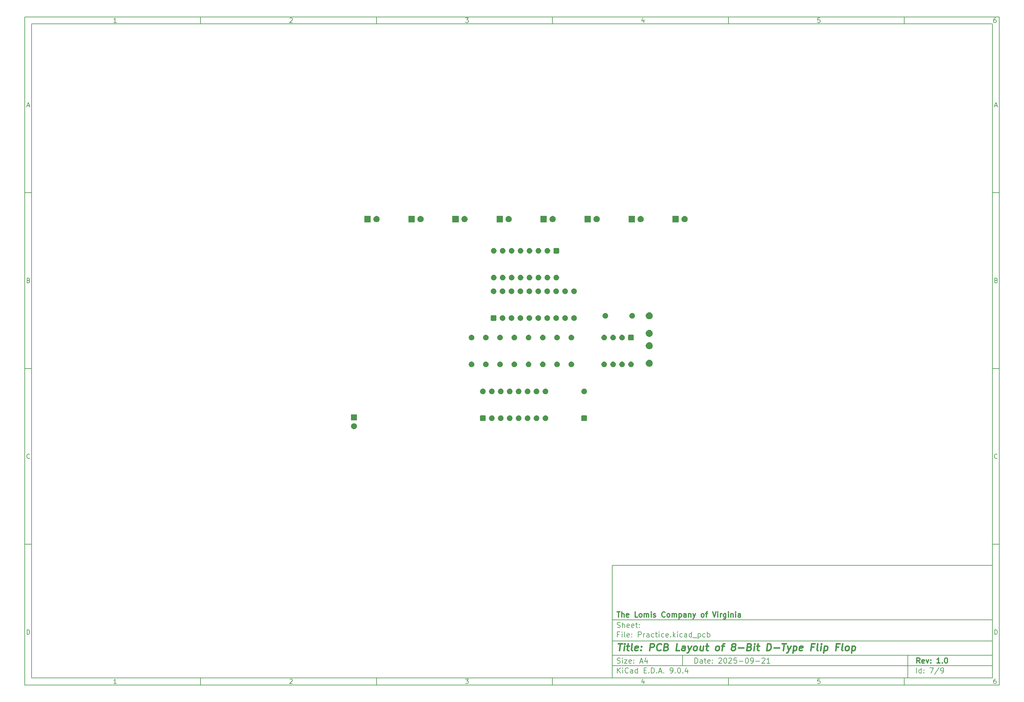
<source format=gbr>
%TF.GenerationSoftware,KiCad,Pcbnew,9.0.4*%
%TF.CreationDate,2025-09-21T01:40:17-04:00*%
%TF.ProjectId,Practice,50726163-7469-4636-952e-6b696361645f,1.0*%
%TF.SameCoordinates,Original*%
%TF.FileFunction,Soldermask,Top*%
%TF.FilePolarity,Negative*%
%FSLAX46Y46*%
G04 Gerber Fmt 4.6, Leading zero omitted, Abs format (unit mm)*
G04 Created by KiCad (PCBNEW 9.0.4) date 2025-09-21 01:40:17*
%MOMM*%
%LPD*%
G01*
G04 APERTURE LIST*
%ADD10C,0.100000*%
%ADD11C,0.150000*%
%ADD12C,0.300000*%
%ADD13C,0.400000*%
G04 APERTURE END LIST*
D10*
D11*
X177002200Y-166007200D02*
X285002200Y-166007200D01*
X285002200Y-198007200D01*
X177002200Y-198007200D01*
X177002200Y-166007200D01*
D10*
D11*
X10000000Y-10000000D02*
X287002200Y-10000000D01*
X287002200Y-200007200D01*
X10000000Y-200007200D01*
X10000000Y-10000000D01*
D10*
D11*
X12000000Y-12000000D02*
X285002200Y-12000000D01*
X285002200Y-198007200D01*
X12000000Y-198007200D01*
X12000000Y-12000000D01*
D10*
D11*
X60000000Y-12000000D02*
X60000000Y-10000000D01*
D10*
D11*
X110000000Y-12000000D02*
X110000000Y-10000000D01*
D10*
D11*
X160000000Y-12000000D02*
X160000000Y-10000000D01*
D10*
D11*
X210000000Y-12000000D02*
X210000000Y-10000000D01*
D10*
D11*
X260000000Y-12000000D02*
X260000000Y-10000000D01*
D10*
D11*
X36089160Y-11593604D02*
X35346303Y-11593604D01*
X35717731Y-11593604D02*
X35717731Y-10293604D01*
X35717731Y-10293604D02*
X35593922Y-10479319D01*
X35593922Y-10479319D02*
X35470112Y-10603128D01*
X35470112Y-10603128D02*
X35346303Y-10665033D01*
D10*
D11*
X85346303Y-10417414D02*
X85408207Y-10355509D01*
X85408207Y-10355509D02*
X85532017Y-10293604D01*
X85532017Y-10293604D02*
X85841541Y-10293604D01*
X85841541Y-10293604D02*
X85965350Y-10355509D01*
X85965350Y-10355509D02*
X86027255Y-10417414D01*
X86027255Y-10417414D02*
X86089160Y-10541223D01*
X86089160Y-10541223D02*
X86089160Y-10665033D01*
X86089160Y-10665033D02*
X86027255Y-10850747D01*
X86027255Y-10850747D02*
X85284398Y-11593604D01*
X85284398Y-11593604D02*
X86089160Y-11593604D01*
D10*
D11*
X135284398Y-10293604D02*
X136089160Y-10293604D01*
X136089160Y-10293604D02*
X135655826Y-10788842D01*
X135655826Y-10788842D02*
X135841541Y-10788842D01*
X135841541Y-10788842D02*
X135965350Y-10850747D01*
X135965350Y-10850747D02*
X136027255Y-10912652D01*
X136027255Y-10912652D02*
X136089160Y-11036461D01*
X136089160Y-11036461D02*
X136089160Y-11345985D01*
X136089160Y-11345985D02*
X136027255Y-11469795D01*
X136027255Y-11469795D02*
X135965350Y-11531700D01*
X135965350Y-11531700D02*
X135841541Y-11593604D01*
X135841541Y-11593604D02*
X135470112Y-11593604D01*
X135470112Y-11593604D02*
X135346303Y-11531700D01*
X135346303Y-11531700D02*
X135284398Y-11469795D01*
D10*
D11*
X185965350Y-10726938D02*
X185965350Y-11593604D01*
X185655826Y-10231700D02*
X185346303Y-11160271D01*
X185346303Y-11160271D02*
X186151064Y-11160271D01*
D10*
D11*
X236027255Y-10293604D02*
X235408207Y-10293604D01*
X235408207Y-10293604D02*
X235346303Y-10912652D01*
X235346303Y-10912652D02*
X235408207Y-10850747D01*
X235408207Y-10850747D02*
X235532017Y-10788842D01*
X235532017Y-10788842D02*
X235841541Y-10788842D01*
X235841541Y-10788842D02*
X235965350Y-10850747D01*
X235965350Y-10850747D02*
X236027255Y-10912652D01*
X236027255Y-10912652D02*
X236089160Y-11036461D01*
X236089160Y-11036461D02*
X236089160Y-11345985D01*
X236089160Y-11345985D02*
X236027255Y-11469795D01*
X236027255Y-11469795D02*
X235965350Y-11531700D01*
X235965350Y-11531700D02*
X235841541Y-11593604D01*
X235841541Y-11593604D02*
X235532017Y-11593604D01*
X235532017Y-11593604D02*
X235408207Y-11531700D01*
X235408207Y-11531700D02*
X235346303Y-11469795D01*
D10*
D11*
X285965350Y-10293604D02*
X285717731Y-10293604D01*
X285717731Y-10293604D02*
X285593922Y-10355509D01*
X285593922Y-10355509D02*
X285532017Y-10417414D01*
X285532017Y-10417414D02*
X285408207Y-10603128D01*
X285408207Y-10603128D02*
X285346303Y-10850747D01*
X285346303Y-10850747D02*
X285346303Y-11345985D01*
X285346303Y-11345985D02*
X285408207Y-11469795D01*
X285408207Y-11469795D02*
X285470112Y-11531700D01*
X285470112Y-11531700D02*
X285593922Y-11593604D01*
X285593922Y-11593604D02*
X285841541Y-11593604D01*
X285841541Y-11593604D02*
X285965350Y-11531700D01*
X285965350Y-11531700D02*
X286027255Y-11469795D01*
X286027255Y-11469795D02*
X286089160Y-11345985D01*
X286089160Y-11345985D02*
X286089160Y-11036461D01*
X286089160Y-11036461D02*
X286027255Y-10912652D01*
X286027255Y-10912652D02*
X285965350Y-10850747D01*
X285965350Y-10850747D02*
X285841541Y-10788842D01*
X285841541Y-10788842D02*
X285593922Y-10788842D01*
X285593922Y-10788842D02*
X285470112Y-10850747D01*
X285470112Y-10850747D02*
X285408207Y-10912652D01*
X285408207Y-10912652D02*
X285346303Y-11036461D01*
D10*
D11*
X60000000Y-198007200D02*
X60000000Y-200007200D01*
D10*
D11*
X110000000Y-198007200D02*
X110000000Y-200007200D01*
D10*
D11*
X160000000Y-198007200D02*
X160000000Y-200007200D01*
D10*
D11*
X210000000Y-198007200D02*
X210000000Y-200007200D01*
D10*
D11*
X260000000Y-198007200D02*
X260000000Y-200007200D01*
D10*
D11*
X36089160Y-199600804D02*
X35346303Y-199600804D01*
X35717731Y-199600804D02*
X35717731Y-198300804D01*
X35717731Y-198300804D02*
X35593922Y-198486519D01*
X35593922Y-198486519D02*
X35470112Y-198610328D01*
X35470112Y-198610328D02*
X35346303Y-198672233D01*
D10*
D11*
X85346303Y-198424614D02*
X85408207Y-198362709D01*
X85408207Y-198362709D02*
X85532017Y-198300804D01*
X85532017Y-198300804D02*
X85841541Y-198300804D01*
X85841541Y-198300804D02*
X85965350Y-198362709D01*
X85965350Y-198362709D02*
X86027255Y-198424614D01*
X86027255Y-198424614D02*
X86089160Y-198548423D01*
X86089160Y-198548423D02*
X86089160Y-198672233D01*
X86089160Y-198672233D02*
X86027255Y-198857947D01*
X86027255Y-198857947D02*
X85284398Y-199600804D01*
X85284398Y-199600804D02*
X86089160Y-199600804D01*
D10*
D11*
X135284398Y-198300804D02*
X136089160Y-198300804D01*
X136089160Y-198300804D02*
X135655826Y-198796042D01*
X135655826Y-198796042D02*
X135841541Y-198796042D01*
X135841541Y-198796042D02*
X135965350Y-198857947D01*
X135965350Y-198857947D02*
X136027255Y-198919852D01*
X136027255Y-198919852D02*
X136089160Y-199043661D01*
X136089160Y-199043661D02*
X136089160Y-199353185D01*
X136089160Y-199353185D02*
X136027255Y-199476995D01*
X136027255Y-199476995D02*
X135965350Y-199538900D01*
X135965350Y-199538900D02*
X135841541Y-199600804D01*
X135841541Y-199600804D02*
X135470112Y-199600804D01*
X135470112Y-199600804D02*
X135346303Y-199538900D01*
X135346303Y-199538900D02*
X135284398Y-199476995D01*
D10*
D11*
X185965350Y-198734138D02*
X185965350Y-199600804D01*
X185655826Y-198238900D02*
X185346303Y-199167471D01*
X185346303Y-199167471D02*
X186151064Y-199167471D01*
D10*
D11*
X236027255Y-198300804D02*
X235408207Y-198300804D01*
X235408207Y-198300804D02*
X235346303Y-198919852D01*
X235346303Y-198919852D02*
X235408207Y-198857947D01*
X235408207Y-198857947D02*
X235532017Y-198796042D01*
X235532017Y-198796042D02*
X235841541Y-198796042D01*
X235841541Y-198796042D02*
X235965350Y-198857947D01*
X235965350Y-198857947D02*
X236027255Y-198919852D01*
X236027255Y-198919852D02*
X236089160Y-199043661D01*
X236089160Y-199043661D02*
X236089160Y-199353185D01*
X236089160Y-199353185D02*
X236027255Y-199476995D01*
X236027255Y-199476995D02*
X235965350Y-199538900D01*
X235965350Y-199538900D02*
X235841541Y-199600804D01*
X235841541Y-199600804D02*
X235532017Y-199600804D01*
X235532017Y-199600804D02*
X235408207Y-199538900D01*
X235408207Y-199538900D02*
X235346303Y-199476995D01*
D10*
D11*
X285965350Y-198300804D02*
X285717731Y-198300804D01*
X285717731Y-198300804D02*
X285593922Y-198362709D01*
X285593922Y-198362709D02*
X285532017Y-198424614D01*
X285532017Y-198424614D02*
X285408207Y-198610328D01*
X285408207Y-198610328D02*
X285346303Y-198857947D01*
X285346303Y-198857947D02*
X285346303Y-199353185D01*
X285346303Y-199353185D02*
X285408207Y-199476995D01*
X285408207Y-199476995D02*
X285470112Y-199538900D01*
X285470112Y-199538900D02*
X285593922Y-199600804D01*
X285593922Y-199600804D02*
X285841541Y-199600804D01*
X285841541Y-199600804D02*
X285965350Y-199538900D01*
X285965350Y-199538900D02*
X286027255Y-199476995D01*
X286027255Y-199476995D02*
X286089160Y-199353185D01*
X286089160Y-199353185D02*
X286089160Y-199043661D01*
X286089160Y-199043661D02*
X286027255Y-198919852D01*
X286027255Y-198919852D02*
X285965350Y-198857947D01*
X285965350Y-198857947D02*
X285841541Y-198796042D01*
X285841541Y-198796042D02*
X285593922Y-198796042D01*
X285593922Y-198796042D02*
X285470112Y-198857947D01*
X285470112Y-198857947D02*
X285408207Y-198919852D01*
X285408207Y-198919852D02*
X285346303Y-199043661D01*
D10*
D11*
X10000000Y-60000000D02*
X12000000Y-60000000D01*
D10*
D11*
X10000000Y-110000000D02*
X12000000Y-110000000D01*
D10*
D11*
X10000000Y-160000000D02*
X12000000Y-160000000D01*
D10*
D11*
X10690476Y-35222176D02*
X11309523Y-35222176D01*
X10566666Y-35593604D02*
X10999999Y-34293604D01*
X10999999Y-34293604D02*
X11433333Y-35593604D01*
D10*
D11*
X11092857Y-84912652D02*
X11278571Y-84974557D01*
X11278571Y-84974557D02*
X11340476Y-85036461D01*
X11340476Y-85036461D02*
X11402380Y-85160271D01*
X11402380Y-85160271D02*
X11402380Y-85345985D01*
X11402380Y-85345985D02*
X11340476Y-85469795D01*
X11340476Y-85469795D02*
X11278571Y-85531700D01*
X11278571Y-85531700D02*
X11154761Y-85593604D01*
X11154761Y-85593604D02*
X10659523Y-85593604D01*
X10659523Y-85593604D02*
X10659523Y-84293604D01*
X10659523Y-84293604D02*
X11092857Y-84293604D01*
X11092857Y-84293604D02*
X11216666Y-84355509D01*
X11216666Y-84355509D02*
X11278571Y-84417414D01*
X11278571Y-84417414D02*
X11340476Y-84541223D01*
X11340476Y-84541223D02*
X11340476Y-84665033D01*
X11340476Y-84665033D02*
X11278571Y-84788842D01*
X11278571Y-84788842D02*
X11216666Y-84850747D01*
X11216666Y-84850747D02*
X11092857Y-84912652D01*
X11092857Y-84912652D02*
X10659523Y-84912652D01*
D10*
D11*
X11402380Y-135469795D02*
X11340476Y-135531700D01*
X11340476Y-135531700D02*
X11154761Y-135593604D01*
X11154761Y-135593604D02*
X11030952Y-135593604D01*
X11030952Y-135593604D02*
X10845238Y-135531700D01*
X10845238Y-135531700D02*
X10721428Y-135407890D01*
X10721428Y-135407890D02*
X10659523Y-135284080D01*
X10659523Y-135284080D02*
X10597619Y-135036461D01*
X10597619Y-135036461D02*
X10597619Y-134850747D01*
X10597619Y-134850747D02*
X10659523Y-134603128D01*
X10659523Y-134603128D02*
X10721428Y-134479319D01*
X10721428Y-134479319D02*
X10845238Y-134355509D01*
X10845238Y-134355509D02*
X11030952Y-134293604D01*
X11030952Y-134293604D02*
X11154761Y-134293604D01*
X11154761Y-134293604D02*
X11340476Y-134355509D01*
X11340476Y-134355509D02*
X11402380Y-134417414D01*
D10*
D11*
X10659523Y-185593604D02*
X10659523Y-184293604D01*
X10659523Y-184293604D02*
X10969047Y-184293604D01*
X10969047Y-184293604D02*
X11154761Y-184355509D01*
X11154761Y-184355509D02*
X11278571Y-184479319D01*
X11278571Y-184479319D02*
X11340476Y-184603128D01*
X11340476Y-184603128D02*
X11402380Y-184850747D01*
X11402380Y-184850747D02*
X11402380Y-185036461D01*
X11402380Y-185036461D02*
X11340476Y-185284080D01*
X11340476Y-185284080D02*
X11278571Y-185407890D01*
X11278571Y-185407890D02*
X11154761Y-185531700D01*
X11154761Y-185531700D02*
X10969047Y-185593604D01*
X10969047Y-185593604D02*
X10659523Y-185593604D01*
D10*
D11*
X287002200Y-60000000D02*
X285002200Y-60000000D01*
D10*
D11*
X287002200Y-110000000D02*
X285002200Y-110000000D01*
D10*
D11*
X287002200Y-160000000D02*
X285002200Y-160000000D01*
D10*
D11*
X285692676Y-35222176D02*
X286311723Y-35222176D01*
X285568866Y-35593604D02*
X286002199Y-34293604D01*
X286002199Y-34293604D02*
X286435533Y-35593604D01*
D10*
D11*
X286095057Y-84912652D02*
X286280771Y-84974557D01*
X286280771Y-84974557D02*
X286342676Y-85036461D01*
X286342676Y-85036461D02*
X286404580Y-85160271D01*
X286404580Y-85160271D02*
X286404580Y-85345985D01*
X286404580Y-85345985D02*
X286342676Y-85469795D01*
X286342676Y-85469795D02*
X286280771Y-85531700D01*
X286280771Y-85531700D02*
X286156961Y-85593604D01*
X286156961Y-85593604D02*
X285661723Y-85593604D01*
X285661723Y-85593604D02*
X285661723Y-84293604D01*
X285661723Y-84293604D02*
X286095057Y-84293604D01*
X286095057Y-84293604D02*
X286218866Y-84355509D01*
X286218866Y-84355509D02*
X286280771Y-84417414D01*
X286280771Y-84417414D02*
X286342676Y-84541223D01*
X286342676Y-84541223D02*
X286342676Y-84665033D01*
X286342676Y-84665033D02*
X286280771Y-84788842D01*
X286280771Y-84788842D02*
X286218866Y-84850747D01*
X286218866Y-84850747D02*
X286095057Y-84912652D01*
X286095057Y-84912652D02*
X285661723Y-84912652D01*
D10*
D11*
X286404580Y-135469795D02*
X286342676Y-135531700D01*
X286342676Y-135531700D02*
X286156961Y-135593604D01*
X286156961Y-135593604D02*
X286033152Y-135593604D01*
X286033152Y-135593604D02*
X285847438Y-135531700D01*
X285847438Y-135531700D02*
X285723628Y-135407890D01*
X285723628Y-135407890D02*
X285661723Y-135284080D01*
X285661723Y-135284080D02*
X285599819Y-135036461D01*
X285599819Y-135036461D02*
X285599819Y-134850747D01*
X285599819Y-134850747D02*
X285661723Y-134603128D01*
X285661723Y-134603128D02*
X285723628Y-134479319D01*
X285723628Y-134479319D02*
X285847438Y-134355509D01*
X285847438Y-134355509D02*
X286033152Y-134293604D01*
X286033152Y-134293604D02*
X286156961Y-134293604D01*
X286156961Y-134293604D02*
X286342676Y-134355509D01*
X286342676Y-134355509D02*
X286404580Y-134417414D01*
D10*
D11*
X285661723Y-185593604D02*
X285661723Y-184293604D01*
X285661723Y-184293604D02*
X285971247Y-184293604D01*
X285971247Y-184293604D02*
X286156961Y-184355509D01*
X286156961Y-184355509D02*
X286280771Y-184479319D01*
X286280771Y-184479319D02*
X286342676Y-184603128D01*
X286342676Y-184603128D02*
X286404580Y-184850747D01*
X286404580Y-184850747D02*
X286404580Y-185036461D01*
X286404580Y-185036461D02*
X286342676Y-185284080D01*
X286342676Y-185284080D02*
X286280771Y-185407890D01*
X286280771Y-185407890D02*
X286156961Y-185531700D01*
X286156961Y-185531700D02*
X285971247Y-185593604D01*
X285971247Y-185593604D02*
X285661723Y-185593604D01*
D10*
D11*
X200458026Y-193793328D02*
X200458026Y-192293328D01*
X200458026Y-192293328D02*
X200815169Y-192293328D01*
X200815169Y-192293328D02*
X201029455Y-192364757D01*
X201029455Y-192364757D02*
X201172312Y-192507614D01*
X201172312Y-192507614D02*
X201243741Y-192650471D01*
X201243741Y-192650471D02*
X201315169Y-192936185D01*
X201315169Y-192936185D02*
X201315169Y-193150471D01*
X201315169Y-193150471D02*
X201243741Y-193436185D01*
X201243741Y-193436185D02*
X201172312Y-193579042D01*
X201172312Y-193579042D02*
X201029455Y-193721900D01*
X201029455Y-193721900D02*
X200815169Y-193793328D01*
X200815169Y-193793328D02*
X200458026Y-193793328D01*
X202600884Y-193793328D02*
X202600884Y-193007614D01*
X202600884Y-193007614D02*
X202529455Y-192864757D01*
X202529455Y-192864757D02*
X202386598Y-192793328D01*
X202386598Y-192793328D02*
X202100884Y-192793328D01*
X202100884Y-192793328D02*
X201958026Y-192864757D01*
X202600884Y-193721900D02*
X202458026Y-193793328D01*
X202458026Y-193793328D02*
X202100884Y-193793328D01*
X202100884Y-193793328D02*
X201958026Y-193721900D01*
X201958026Y-193721900D02*
X201886598Y-193579042D01*
X201886598Y-193579042D02*
X201886598Y-193436185D01*
X201886598Y-193436185D02*
X201958026Y-193293328D01*
X201958026Y-193293328D02*
X202100884Y-193221900D01*
X202100884Y-193221900D02*
X202458026Y-193221900D01*
X202458026Y-193221900D02*
X202600884Y-193150471D01*
X203100884Y-192793328D02*
X203672312Y-192793328D01*
X203315169Y-192293328D02*
X203315169Y-193579042D01*
X203315169Y-193579042D02*
X203386598Y-193721900D01*
X203386598Y-193721900D02*
X203529455Y-193793328D01*
X203529455Y-193793328D02*
X203672312Y-193793328D01*
X204743741Y-193721900D02*
X204600884Y-193793328D01*
X204600884Y-193793328D02*
X204315170Y-193793328D01*
X204315170Y-193793328D02*
X204172312Y-193721900D01*
X204172312Y-193721900D02*
X204100884Y-193579042D01*
X204100884Y-193579042D02*
X204100884Y-193007614D01*
X204100884Y-193007614D02*
X204172312Y-192864757D01*
X204172312Y-192864757D02*
X204315170Y-192793328D01*
X204315170Y-192793328D02*
X204600884Y-192793328D01*
X204600884Y-192793328D02*
X204743741Y-192864757D01*
X204743741Y-192864757D02*
X204815170Y-193007614D01*
X204815170Y-193007614D02*
X204815170Y-193150471D01*
X204815170Y-193150471D02*
X204100884Y-193293328D01*
X205458026Y-193650471D02*
X205529455Y-193721900D01*
X205529455Y-193721900D02*
X205458026Y-193793328D01*
X205458026Y-193793328D02*
X205386598Y-193721900D01*
X205386598Y-193721900D02*
X205458026Y-193650471D01*
X205458026Y-193650471D02*
X205458026Y-193793328D01*
X205458026Y-192864757D02*
X205529455Y-192936185D01*
X205529455Y-192936185D02*
X205458026Y-193007614D01*
X205458026Y-193007614D02*
X205386598Y-192936185D01*
X205386598Y-192936185D02*
X205458026Y-192864757D01*
X205458026Y-192864757D02*
X205458026Y-193007614D01*
X207243741Y-192436185D02*
X207315169Y-192364757D01*
X207315169Y-192364757D02*
X207458027Y-192293328D01*
X207458027Y-192293328D02*
X207815169Y-192293328D01*
X207815169Y-192293328D02*
X207958027Y-192364757D01*
X207958027Y-192364757D02*
X208029455Y-192436185D01*
X208029455Y-192436185D02*
X208100884Y-192579042D01*
X208100884Y-192579042D02*
X208100884Y-192721900D01*
X208100884Y-192721900D02*
X208029455Y-192936185D01*
X208029455Y-192936185D02*
X207172312Y-193793328D01*
X207172312Y-193793328D02*
X208100884Y-193793328D01*
X209029455Y-192293328D02*
X209172312Y-192293328D01*
X209172312Y-192293328D02*
X209315169Y-192364757D01*
X209315169Y-192364757D02*
X209386598Y-192436185D01*
X209386598Y-192436185D02*
X209458026Y-192579042D01*
X209458026Y-192579042D02*
X209529455Y-192864757D01*
X209529455Y-192864757D02*
X209529455Y-193221900D01*
X209529455Y-193221900D02*
X209458026Y-193507614D01*
X209458026Y-193507614D02*
X209386598Y-193650471D01*
X209386598Y-193650471D02*
X209315169Y-193721900D01*
X209315169Y-193721900D02*
X209172312Y-193793328D01*
X209172312Y-193793328D02*
X209029455Y-193793328D01*
X209029455Y-193793328D02*
X208886598Y-193721900D01*
X208886598Y-193721900D02*
X208815169Y-193650471D01*
X208815169Y-193650471D02*
X208743740Y-193507614D01*
X208743740Y-193507614D02*
X208672312Y-193221900D01*
X208672312Y-193221900D02*
X208672312Y-192864757D01*
X208672312Y-192864757D02*
X208743740Y-192579042D01*
X208743740Y-192579042D02*
X208815169Y-192436185D01*
X208815169Y-192436185D02*
X208886598Y-192364757D01*
X208886598Y-192364757D02*
X209029455Y-192293328D01*
X210100883Y-192436185D02*
X210172311Y-192364757D01*
X210172311Y-192364757D02*
X210315169Y-192293328D01*
X210315169Y-192293328D02*
X210672311Y-192293328D01*
X210672311Y-192293328D02*
X210815169Y-192364757D01*
X210815169Y-192364757D02*
X210886597Y-192436185D01*
X210886597Y-192436185D02*
X210958026Y-192579042D01*
X210958026Y-192579042D02*
X210958026Y-192721900D01*
X210958026Y-192721900D02*
X210886597Y-192936185D01*
X210886597Y-192936185D02*
X210029454Y-193793328D01*
X210029454Y-193793328D02*
X210958026Y-193793328D01*
X212315168Y-192293328D02*
X211600882Y-192293328D01*
X211600882Y-192293328D02*
X211529454Y-193007614D01*
X211529454Y-193007614D02*
X211600882Y-192936185D01*
X211600882Y-192936185D02*
X211743740Y-192864757D01*
X211743740Y-192864757D02*
X212100882Y-192864757D01*
X212100882Y-192864757D02*
X212243740Y-192936185D01*
X212243740Y-192936185D02*
X212315168Y-193007614D01*
X212315168Y-193007614D02*
X212386597Y-193150471D01*
X212386597Y-193150471D02*
X212386597Y-193507614D01*
X212386597Y-193507614D02*
X212315168Y-193650471D01*
X212315168Y-193650471D02*
X212243740Y-193721900D01*
X212243740Y-193721900D02*
X212100882Y-193793328D01*
X212100882Y-193793328D02*
X211743740Y-193793328D01*
X211743740Y-193793328D02*
X211600882Y-193721900D01*
X211600882Y-193721900D02*
X211529454Y-193650471D01*
X213029453Y-193221900D02*
X214172311Y-193221900D01*
X215172311Y-192293328D02*
X215315168Y-192293328D01*
X215315168Y-192293328D02*
X215458025Y-192364757D01*
X215458025Y-192364757D02*
X215529454Y-192436185D01*
X215529454Y-192436185D02*
X215600882Y-192579042D01*
X215600882Y-192579042D02*
X215672311Y-192864757D01*
X215672311Y-192864757D02*
X215672311Y-193221900D01*
X215672311Y-193221900D02*
X215600882Y-193507614D01*
X215600882Y-193507614D02*
X215529454Y-193650471D01*
X215529454Y-193650471D02*
X215458025Y-193721900D01*
X215458025Y-193721900D02*
X215315168Y-193793328D01*
X215315168Y-193793328D02*
X215172311Y-193793328D01*
X215172311Y-193793328D02*
X215029454Y-193721900D01*
X215029454Y-193721900D02*
X214958025Y-193650471D01*
X214958025Y-193650471D02*
X214886596Y-193507614D01*
X214886596Y-193507614D02*
X214815168Y-193221900D01*
X214815168Y-193221900D02*
X214815168Y-192864757D01*
X214815168Y-192864757D02*
X214886596Y-192579042D01*
X214886596Y-192579042D02*
X214958025Y-192436185D01*
X214958025Y-192436185D02*
X215029454Y-192364757D01*
X215029454Y-192364757D02*
X215172311Y-192293328D01*
X216386596Y-193793328D02*
X216672310Y-193793328D01*
X216672310Y-193793328D02*
X216815167Y-193721900D01*
X216815167Y-193721900D02*
X216886596Y-193650471D01*
X216886596Y-193650471D02*
X217029453Y-193436185D01*
X217029453Y-193436185D02*
X217100882Y-193150471D01*
X217100882Y-193150471D02*
X217100882Y-192579042D01*
X217100882Y-192579042D02*
X217029453Y-192436185D01*
X217029453Y-192436185D02*
X216958025Y-192364757D01*
X216958025Y-192364757D02*
X216815167Y-192293328D01*
X216815167Y-192293328D02*
X216529453Y-192293328D01*
X216529453Y-192293328D02*
X216386596Y-192364757D01*
X216386596Y-192364757D02*
X216315167Y-192436185D01*
X216315167Y-192436185D02*
X216243739Y-192579042D01*
X216243739Y-192579042D02*
X216243739Y-192936185D01*
X216243739Y-192936185D02*
X216315167Y-193079042D01*
X216315167Y-193079042D02*
X216386596Y-193150471D01*
X216386596Y-193150471D02*
X216529453Y-193221900D01*
X216529453Y-193221900D02*
X216815167Y-193221900D01*
X216815167Y-193221900D02*
X216958025Y-193150471D01*
X216958025Y-193150471D02*
X217029453Y-193079042D01*
X217029453Y-193079042D02*
X217100882Y-192936185D01*
X217743738Y-193221900D02*
X218886596Y-193221900D01*
X219529453Y-192436185D02*
X219600881Y-192364757D01*
X219600881Y-192364757D02*
X219743739Y-192293328D01*
X219743739Y-192293328D02*
X220100881Y-192293328D01*
X220100881Y-192293328D02*
X220243739Y-192364757D01*
X220243739Y-192364757D02*
X220315167Y-192436185D01*
X220315167Y-192436185D02*
X220386596Y-192579042D01*
X220386596Y-192579042D02*
X220386596Y-192721900D01*
X220386596Y-192721900D02*
X220315167Y-192936185D01*
X220315167Y-192936185D02*
X219458024Y-193793328D01*
X219458024Y-193793328D02*
X220386596Y-193793328D01*
X221815167Y-193793328D02*
X220958024Y-193793328D01*
X221386595Y-193793328D02*
X221386595Y-192293328D01*
X221386595Y-192293328D02*
X221243738Y-192507614D01*
X221243738Y-192507614D02*
X221100881Y-192650471D01*
X221100881Y-192650471D02*
X220958024Y-192721900D01*
D10*
D11*
X177002200Y-194507200D02*
X285002200Y-194507200D01*
D10*
D11*
X178458026Y-196593328D02*
X178458026Y-195093328D01*
X179315169Y-196593328D02*
X178672312Y-195736185D01*
X179315169Y-195093328D02*
X178458026Y-195950471D01*
X179958026Y-196593328D02*
X179958026Y-195593328D01*
X179958026Y-195093328D02*
X179886598Y-195164757D01*
X179886598Y-195164757D02*
X179958026Y-195236185D01*
X179958026Y-195236185D02*
X180029455Y-195164757D01*
X180029455Y-195164757D02*
X179958026Y-195093328D01*
X179958026Y-195093328D02*
X179958026Y-195236185D01*
X181529455Y-196450471D02*
X181458027Y-196521900D01*
X181458027Y-196521900D02*
X181243741Y-196593328D01*
X181243741Y-196593328D02*
X181100884Y-196593328D01*
X181100884Y-196593328D02*
X180886598Y-196521900D01*
X180886598Y-196521900D02*
X180743741Y-196379042D01*
X180743741Y-196379042D02*
X180672312Y-196236185D01*
X180672312Y-196236185D02*
X180600884Y-195950471D01*
X180600884Y-195950471D02*
X180600884Y-195736185D01*
X180600884Y-195736185D02*
X180672312Y-195450471D01*
X180672312Y-195450471D02*
X180743741Y-195307614D01*
X180743741Y-195307614D02*
X180886598Y-195164757D01*
X180886598Y-195164757D02*
X181100884Y-195093328D01*
X181100884Y-195093328D02*
X181243741Y-195093328D01*
X181243741Y-195093328D02*
X181458027Y-195164757D01*
X181458027Y-195164757D02*
X181529455Y-195236185D01*
X182815170Y-196593328D02*
X182815170Y-195807614D01*
X182815170Y-195807614D02*
X182743741Y-195664757D01*
X182743741Y-195664757D02*
X182600884Y-195593328D01*
X182600884Y-195593328D02*
X182315170Y-195593328D01*
X182315170Y-195593328D02*
X182172312Y-195664757D01*
X182815170Y-196521900D02*
X182672312Y-196593328D01*
X182672312Y-196593328D02*
X182315170Y-196593328D01*
X182315170Y-196593328D02*
X182172312Y-196521900D01*
X182172312Y-196521900D02*
X182100884Y-196379042D01*
X182100884Y-196379042D02*
X182100884Y-196236185D01*
X182100884Y-196236185D02*
X182172312Y-196093328D01*
X182172312Y-196093328D02*
X182315170Y-196021900D01*
X182315170Y-196021900D02*
X182672312Y-196021900D01*
X182672312Y-196021900D02*
X182815170Y-195950471D01*
X184172313Y-196593328D02*
X184172313Y-195093328D01*
X184172313Y-196521900D02*
X184029455Y-196593328D01*
X184029455Y-196593328D02*
X183743741Y-196593328D01*
X183743741Y-196593328D02*
X183600884Y-196521900D01*
X183600884Y-196521900D02*
X183529455Y-196450471D01*
X183529455Y-196450471D02*
X183458027Y-196307614D01*
X183458027Y-196307614D02*
X183458027Y-195879042D01*
X183458027Y-195879042D02*
X183529455Y-195736185D01*
X183529455Y-195736185D02*
X183600884Y-195664757D01*
X183600884Y-195664757D02*
X183743741Y-195593328D01*
X183743741Y-195593328D02*
X184029455Y-195593328D01*
X184029455Y-195593328D02*
X184172313Y-195664757D01*
X186029455Y-195807614D02*
X186529455Y-195807614D01*
X186743741Y-196593328D02*
X186029455Y-196593328D01*
X186029455Y-196593328D02*
X186029455Y-195093328D01*
X186029455Y-195093328D02*
X186743741Y-195093328D01*
X187386598Y-196450471D02*
X187458027Y-196521900D01*
X187458027Y-196521900D02*
X187386598Y-196593328D01*
X187386598Y-196593328D02*
X187315170Y-196521900D01*
X187315170Y-196521900D02*
X187386598Y-196450471D01*
X187386598Y-196450471D02*
X187386598Y-196593328D01*
X188100884Y-196593328D02*
X188100884Y-195093328D01*
X188100884Y-195093328D02*
X188458027Y-195093328D01*
X188458027Y-195093328D02*
X188672313Y-195164757D01*
X188672313Y-195164757D02*
X188815170Y-195307614D01*
X188815170Y-195307614D02*
X188886599Y-195450471D01*
X188886599Y-195450471D02*
X188958027Y-195736185D01*
X188958027Y-195736185D02*
X188958027Y-195950471D01*
X188958027Y-195950471D02*
X188886599Y-196236185D01*
X188886599Y-196236185D02*
X188815170Y-196379042D01*
X188815170Y-196379042D02*
X188672313Y-196521900D01*
X188672313Y-196521900D02*
X188458027Y-196593328D01*
X188458027Y-196593328D02*
X188100884Y-196593328D01*
X189600884Y-196450471D02*
X189672313Y-196521900D01*
X189672313Y-196521900D02*
X189600884Y-196593328D01*
X189600884Y-196593328D02*
X189529456Y-196521900D01*
X189529456Y-196521900D02*
X189600884Y-196450471D01*
X189600884Y-196450471D02*
X189600884Y-196593328D01*
X190243742Y-196164757D02*
X190958028Y-196164757D01*
X190100885Y-196593328D02*
X190600885Y-195093328D01*
X190600885Y-195093328D02*
X191100885Y-196593328D01*
X191600884Y-196450471D02*
X191672313Y-196521900D01*
X191672313Y-196521900D02*
X191600884Y-196593328D01*
X191600884Y-196593328D02*
X191529456Y-196521900D01*
X191529456Y-196521900D02*
X191600884Y-196450471D01*
X191600884Y-196450471D02*
X191600884Y-196593328D01*
X193529456Y-196593328D02*
X193815170Y-196593328D01*
X193815170Y-196593328D02*
X193958027Y-196521900D01*
X193958027Y-196521900D02*
X194029456Y-196450471D01*
X194029456Y-196450471D02*
X194172313Y-196236185D01*
X194172313Y-196236185D02*
X194243742Y-195950471D01*
X194243742Y-195950471D02*
X194243742Y-195379042D01*
X194243742Y-195379042D02*
X194172313Y-195236185D01*
X194172313Y-195236185D02*
X194100885Y-195164757D01*
X194100885Y-195164757D02*
X193958027Y-195093328D01*
X193958027Y-195093328D02*
X193672313Y-195093328D01*
X193672313Y-195093328D02*
X193529456Y-195164757D01*
X193529456Y-195164757D02*
X193458027Y-195236185D01*
X193458027Y-195236185D02*
X193386599Y-195379042D01*
X193386599Y-195379042D02*
X193386599Y-195736185D01*
X193386599Y-195736185D02*
X193458027Y-195879042D01*
X193458027Y-195879042D02*
X193529456Y-195950471D01*
X193529456Y-195950471D02*
X193672313Y-196021900D01*
X193672313Y-196021900D02*
X193958027Y-196021900D01*
X193958027Y-196021900D02*
X194100885Y-195950471D01*
X194100885Y-195950471D02*
X194172313Y-195879042D01*
X194172313Y-195879042D02*
X194243742Y-195736185D01*
X194886598Y-196450471D02*
X194958027Y-196521900D01*
X194958027Y-196521900D02*
X194886598Y-196593328D01*
X194886598Y-196593328D02*
X194815170Y-196521900D01*
X194815170Y-196521900D02*
X194886598Y-196450471D01*
X194886598Y-196450471D02*
X194886598Y-196593328D01*
X195886599Y-195093328D02*
X196029456Y-195093328D01*
X196029456Y-195093328D02*
X196172313Y-195164757D01*
X196172313Y-195164757D02*
X196243742Y-195236185D01*
X196243742Y-195236185D02*
X196315170Y-195379042D01*
X196315170Y-195379042D02*
X196386599Y-195664757D01*
X196386599Y-195664757D02*
X196386599Y-196021900D01*
X196386599Y-196021900D02*
X196315170Y-196307614D01*
X196315170Y-196307614D02*
X196243742Y-196450471D01*
X196243742Y-196450471D02*
X196172313Y-196521900D01*
X196172313Y-196521900D02*
X196029456Y-196593328D01*
X196029456Y-196593328D02*
X195886599Y-196593328D01*
X195886599Y-196593328D02*
X195743742Y-196521900D01*
X195743742Y-196521900D02*
X195672313Y-196450471D01*
X195672313Y-196450471D02*
X195600884Y-196307614D01*
X195600884Y-196307614D02*
X195529456Y-196021900D01*
X195529456Y-196021900D02*
X195529456Y-195664757D01*
X195529456Y-195664757D02*
X195600884Y-195379042D01*
X195600884Y-195379042D02*
X195672313Y-195236185D01*
X195672313Y-195236185D02*
X195743742Y-195164757D01*
X195743742Y-195164757D02*
X195886599Y-195093328D01*
X197029455Y-196450471D02*
X197100884Y-196521900D01*
X197100884Y-196521900D02*
X197029455Y-196593328D01*
X197029455Y-196593328D02*
X196958027Y-196521900D01*
X196958027Y-196521900D02*
X197029455Y-196450471D01*
X197029455Y-196450471D02*
X197029455Y-196593328D01*
X198386599Y-195593328D02*
X198386599Y-196593328D01*
X198029456Y-195021900D02*
X197672313Y-196093328D01*
X197672313Y-196093328D02*
X198600884Y-196093328D01*
D10*
D11*
X177002200Y-191507200D02*
X285002200Y-191507200D01*
D10*
D12*
X264413853Y-193785528D02*
X263913853Y-193071242D01*
X263556710Y-193785528D02*
X263556710Y-192285528D01*
X263556710Y-192285528D02*
X264128139Y-192285528D01*
X264128139Y-192285528D02*
X264270996Y-192356957D01*
X264270996Y-192356957D02*
X264342425Y-192428385D01*
X264342425Y-192428385D02*
X264413853Y-192571242D01*
X264413853Y-192571242D02*
X264413853Y-192785528D01*
X264413853Y-192785528D02*
X264342425Y-192928385D01*
X264342425Y-192928385D02*
X264270996Y-192999814D01*
X264270996Y-192999814D02*
X264128139Y-193071242D01*
X264128139Y-193071242D02*
X263556710Y-193071242D01*
X265628139Y-193714100D02*
X265485282Y-193785528D01*
X265485282Y-193785528D02*
X265199568Y-193785528D01*
X265199568Y-193785528D02*
X265056710Y-193714100D01*
X265056710Y-193714100D02*
X264985282Y-193571242D01*
X264985282Y-193571242D02*
X264985282Y-192999814D01*
X264985282Y-192999814D02*
X265056710Y-192856957D01*
X265056710Y-192856957D02*
X265199568Y-192785528D01*
X265199568Y-192785528D02*
X265485282Y-192785528D01*
X265485282Y-192785528D02*
X265628139Y-192856957D01*
X265628139Y-192856957D02*
X265699568Y-192999814D01*
X265699568Y-192999814D02*
X265699568Y-193142671D01*
X265699568Y-193142671D02*
X264985282Y-193285528D01*
X266199567Y-192785528D02*
X266556710Y-193785528D01*
X266556710Y-193785528D02*
X266913853Y-192785528D01*
X267485281Y-193642671D02*
X267556710Y-193714100D01*
X267556710Y-193714100D02*
X267485281Y-193785528D01*
X267485281Y-193785528D02*
X267413853Y-193714100D01*
X267413853Y-193714100D02*
X267485281Y-193642671D01*
X267485281Y-193642671D02*
X267485281Y-193785528D01*
X267485281Y-192856957D02*
X267556710Y-192928385D01*
X267556710Y-192928385D02*
X267485281Y-192999814D01*
X267485281Y-192999814D02*
X267413853Y-192928385D01*
X267413853Y-192928385D02*
X267485281Y-192856957D01*
X267485281Y-192856957D02*
X267485281Y-192999814D01*
X270128139Y-193785528D02*
X269270996Y-193785528D01*
X269699567Y-193785528D02*
X269699567Y-192285528D01*
X269699567Y-192285528D02*
X269556710Y-192499814D01*
X269556710Y-192499814D02*
X269413853Y-192642671D01*
X269413853Y-192642671D02*
X269270996Y-192714100D01*
X270770995Y-193642671D02*
X270842424Y-193714100D01*
X270842424Y-193714100D02*
X270770995Y-193785528D01*
X270770995Y-193785528D02*
X270699567Y-193714100D01*
X270699567Y-193714100D02*
X270770995Y-193642671D01*
X270770995Y-193642671D02*
X270770995Y-193785528D01*
X271770996Y-192285528D02*
X271913853Y-192285528D01*
X271913853Y-192285528D02*
X272056710Y-192356957D01*
X272056710Y-192356957D02*
X272128139Y-192428385D01*
X272128139Y-192428385D02*
X272199567Y-192571242D01*
X272199567Y-192571242D02*
X272270996Y-192856957D01*
X272270996Y-192856957D02*
X272270996Y-193214100D01*
X272270996Y-193214100D02*
X272199567Y-193499814D01*
X272199567Y-193499814D02*
X272128139Y-193642671D01*
X272128139Y-193642671D02*
X272056710Y-193714100D01*
X272056710Y-193714100D02*
X271913853Y-193785528D01*
X271913853Y-193785528D02*
X271770996Y-193785528D01*
X271770996Y-193785528D02*
X271628139Y-193714100D01*
X271628139Y-193714100D02*
X271556710Y-193642671D01*
X271556710Y-193642671D02*
X271485281Y-193499814D01*
X271485281Y-193499814D02*
X271413853Y-193214100D01*
X271413853Y-193214100D02*
X271413853Y-192856957D01*
X271413853Y-192856957D02*
X271485281Y-192571242D01*
X271485281Y-192571242D02*
X271556710Y-192428385D01*
X271556710Y-192428385D02*
X271628139Y-192356957D01*
X271628139Y-192356957D02*
X271770996Y-192285528D01*
D10*
D11*
X178386598Y-193721900D02*
X178600884Y-193793328D01*
X178600884Y-193793328D02*
X178958026Y-193793328D01*
X178958026Y-193793328D02*
X179100884Y-193721900D01*
X179100884Y-193721900D02*
X179172312Y-193650471D01*
X179172312Y-193650471D02*
X179243741Y-193507614D01*
X179243741Y-193507614D02*
X179243741Y-193364757D01*
X179243741Y-193364757D02*
X179172312Y-193221900D01*
X179172312Y-193221900D02*
X179100884Y-193150471D01*
X179100884Y-193150471D02*
X178958026Y-193079042D01*
X178958026Y-193079042D02*
X178672312Y-193007614D01*
X178672312Y-193007614D02*
X178529455Y-192936185D01*
X178529455Y-192936185D02*
X178458026Y-192864757D01*
X178458026Y-192864757D02*
X178386598Y-192721900D01*
X178386598Y-192721900D02*
X178386598Y-192579042D01*
X178386598Y-192579042D02*
X178458026Y-192436185D01*
X178458026Y-192436185D02*
X178529455Y-192364757D01*
X178529455Y-192364757D02*
X178672312Y-192293328D01*
X178672312Y-192293328D02*
X179029455Y-192293328D01*
X179029455Y-192293328D02*
X179243741Y-192364757D01*
X179886597Y-193793328D02*
X179886597Y-192793328D01*
X179886597Y-192293328D02*
X179815169Y-192364757D01*
X179815169Y-192364757D02*
X179886597Y-192436185D01*
X179886597Y-192436185D02*
X179958026Y-192364757D01*
X179958026Y-192364757D02*
X179886597Y-192293328D01*
X179886597Y-192293328D02*
X179886597Y-192436185D01*
X180458026Y-192793328D02*
X181243741Y-192793328D01*
X181243741Y-192793328D02*
X180458026Y-193793328D01*
X180458026Y-193793328D02*
X181243741Y-193793328D01*
X182386598Y-193721900D02*
X182243741Y-193793328D01*
X182243741Y-193793328D02*
X181958027Y-193793328D01*
X181958027Y-193793328D02*
X181815169Y-193721900D01*
X181815169Y-193721900D02*
X181743741Y-193579042D01*
X181743741Y-193579042D02*
X181743741Y-193007614D01*
X181743741Y-193007614D02*
X181815169Y-192864757D01*
X181815169Y-192864757D02*
X181958027Y-192793328D01*
X181958027Y-192793328D02*
X182243741Y-192793328D01*
X182243741Y-192793328D02*
X182386598Y-192864757D01*
X182386598Y-192864757D02*
X182458027Y-193007614D01*
X182458027Y-193007614D02*
X182458027Y-193150471D01*
X182458027Y-193150471D02*
X181743741Y-193293328D01*
X183100883Y-193650471D02*
X183172312Y-193721900D01*
X183172312Y-193721900D02*
X183100883Y-193793328D01*
X183100883Y-193793328D02*
X183029455Y-193721900D01*
X183029455Y-193721900D02*
X183100883Y-193650471D01*
X183100883Y-193650471D02*
X183100883Y-193793328D01*
X183100883Y-192864757D02*
X183172312Y-192936185D01*
X183172312Y-192936185D02*
X183100883Y-193007614D01*
X183100883Y-193007614D02*
X183029455Y-192936185D01*
X183029455Y-192936185D02*
X183100883Y-192864757D01*
X183100883Y-192864757D02*
X183100883Y-193007614D01*
X184886598Y-193364757D02*
X185600884Y-193364757D01*
X184743741Y-193793328D02*
X185243741Y-192293328D01*
X185243741Y-192293328D02*
X185743741Y-193793328D01*
X186886598Y-192793328D02*
X186886598Y-193793328D01*
X186529455Y-192221900D02*
X186172312Y-193293328D01*
X186172312Y-193293328D02*
X187100883Y-193293328D01*
D10*
D11*
X263458026Y-196593328D02*
X263458026Y-195093328D01*
X264815170Y-196593328D02*
X264815170Y-195093328D01*
X264815170Y-196521900D02*
X264672312Y-196593328D01*
X264672312Y-196593328D02*
X264386598Y-196593328D01*
X264386598Y-196593328D02*
X264243741Y-196521900D01*
X264243741Y-196521900D02*
X264172312Y-196450471D01*
X264172312Y-196450471D02*
X264100884Y-196307614D01*
X264100884Y-196307614D02*
X264100884Y-195879042D01*
X264100884Y-195879042D02*
X264172312Y-195736185D01*
X264172312Y-195736185D02*
X264243741Y-195664757D01*
X264243741Y-195664757D02*
X264386598Y-195593328D01*
X264386598Y-195593328D02*
X264672312Y-195593328D01*
X264672312Y-195593328D02*
X264815170Y-195664757D01*
X265529455Y-196450471D02*
X265600884Y-196521900D01*
X265600884Y-196521900D02*
X265529455Y-196593328D01*
X265529455Y-196593328D02*
X265458027Y-196521900D01*
X265458027Y-196521900D02*
X265529455Y-196450471D01*
X265529455Y-196450471D02*
X265529455Y-196593328D01*
X265529455Y-195664757D02*
X265600884Y-195736185D01*
X265600884Y-195736185D02*
X265529455Y-195807614D01*
X265529455Y-195807614D02*
X265458027Y-195736185D01*
X265458027Y-195736185D02*
X265529455Y-195664757D01*
X265529455Y-195664757D02*
X265529455Y-195807614D01*
X267243741Y-195093328D02*
X268243741Y-195093328D01*
X268243741Y-195093328D02*
X267600884Y-196593328D01*
X269886598Y-195021900D02*
X268600884Y-196950471D01*
X270458027Y-196593328D02*
X270743741Y-196593328D01*
X270743741Y-196593328D02*
X270886598Y-196521900D01*
X270886598Y-196521900D02*
X270958027Y-196450471D01*
X270958027Y-196450471D02*
X271100884Y-196236185D01*
X271100884Y-196236185D02*
X271172313Y-195950471D01*
X271172313Y-195950471D02*
X271172313Y-195379042D01*
X271172313Y-195379042D02*
X271100884Y-195236185D01*
X271100884Y-195236185D02*
X271029456Y-195164757D01*
X271029456Y-195164757D02*
X270886598Y-195093328D01*
X270886598Y-195093328D02*
X270600884Y-195093328D01*
X270600884Y-195093328D02*
X270458027Y-195164757D01*
X270458027Y-195164757D02*
X270386598Y-195236185D01*
X270386598Y-195236185D02*
X270315170Y-195379042D01*
X270315170Y-195379042D02*
X270315170Y-195736185D01*
X270315170Y-195736185D02*
X270386598Y-195879042D01*
X270386598Y-195879042D02*
X270458027Y-195950471D01*
X270458027Y-195950471D02*
X270600884Y-196021900D01*
X270600884Y-196021900D02*
X270886598Y-196021900D01*
X270886598Y-196021900D02*
X271029456Y-195950471D01*
X271029456Y-195950471D02*
X271100884Y-195879042D01*
X271100884Y-195879042D02*
X271172313Y-195736185D01*
D10*
D11*
X177002200Y-187507200D02*
X285002200Y-187507200D01*
D10*
D13*
X178693928Y-188211638D02*
X179836785Y-188211638D01*
X179015357Y-190211638D02*
X179265357Y-188211638D01*
X180253452Y-190211638D02*
X180420119Y-188878304D01*
X180503452Y-188211638D02*
X180396309Y-188306876D01*
X180396309Y-188306876D02*
X180479643Y-188402114D01*
X180479643Y-188402114D02*
X180586786Y-188306876D01*
X180586786Y-188306876D02*
X180503452Y-188211638D01*
X180503452Y-188211638D02*
X180479643Y-188402114D01*
X181086786Y-188878304D02*
X181848690Y-188878304D01*
X181455833Y-188211638D02*
X181241548Y-189925923D01*
X181241548Y-189925923D02*
X181312976Y-190116400D01*
X181312976Y-190116400D02*
X181491548Y-190211638D01*
X181491548Y-190211638D02*
X181682024Y-190211638D01*
X182634405Y-190211638D02*
X182455833Y-190116400D01*
X182455833Y-190116400D02*
X182384405Y-189925923D01*
X182384405Y-189925923D02*
X182598690Y-188211638D01*
X184170119Y-190116400D02*
X183967738Y-190211638D01*
X183967738Y-190211638D02*
X183586785Y-190211638D01*
X183586785Y-190211638D02*
X183408214Y-190116400D01*
X183408214Y-190116400D02*
X183336785Y-189925923D01*
X183336785Y-189925923D02*
X183432024Y-189164019D01*
X183432024Y-189164019D02*
X183551071Y-188973542D01*
X183551071Y-188973542D02*
X183753452Y-188878304D01*
X183753452Y-188878304D02*
X184134404Y-188878304D01*
X184134404Y-188878304D02*
X184312976Y-188973542D01*
X184312976Y-188973542D02*
X184384404Y-189164019D01*
X184384404Y-189164019D02*
X184360595Y-189354495D01*
X184360595Y-189354495D02*
X183384404Y-189544971D01*
X185134405Y-190021161D02*
X185217738Y-190116400D01*
X185217738Y-190116400D02*
X185110595Y-190211638D01*
X185110595Y-190211638D02*
X185027262Y-190116400D01*
X185027262Y-190116400D02*
X185134405Y-190021161D01*
X185134405Y-190021161D02*
X185110595Y-190211638D01*
X185265357Y-188973542D02*
X185348690Y-189068780D01*
X185348690Y-189068780D02*
X185241548Y-189164019D01*
X185241548Y-189164019D02*
X185158214Y-189068780D01*
X185158214Y-189068780D02*
X185265357Y-188973542D01*
X185265357Y-188973542D02*
X185241548Y-189164019D01*
X187586786Y-190211638D02*
X187836786Y-188211638D01*
X187836786Y-188211638D02*
X188598691Y-188211638D01*
X188598691Y-188211638D02*
X188777262Y-188306876D01*
X188777262Y-188306876D02*
X188860596Y-188402114D01*
X188860596Y-188402114D02*
X188932024Y-188592590D01*
X188932024Y-188592590D02*
X188896310Y-188878304D01*
X188896310Y-188878304D02*
X188777262Y-189068780D01*
X188777262Y-189068780D02*
X188670120Y-189164019D01*
X188670120Y-189164019D02*
X188467739Y-189259257D01*
X188467739Y-189259257D02*
X187705834Y-189259257D01*
X190753453Y-190021161D02*
X190646310Y-190116400D01*
X190646310Y-190116400D02*
X190348691Y-190211638D01*
X190348691Y-190211638D02*
X190158215Y-190211638D01*
X190158215Y-190211638D02*
X189884405Y-190116400D01*
X189884405Y-190116400D02*
X189717739Y-189925923D01*
X189717739Y-189925923D02*
X189646310Y-189735447D01*
X189646310Y-189735447D02*
X189598691Y-189354495D01*
X189598691Y-189354495D02*
X189634405Y-189068780D01*
X189634405Y-189068780D02*
X189777262Y-188687828D01*
X189777262Y-188687828D02*
X189896310Y-188497352D01*
X189896310Y-188497352D02*
X190110596Y-188306876D01*
X190110596Y-188306876D02*
X190408215Y-188211638D01*
X190408215Y-188211638D02*
X190598691Y-188211638D01*
X190598691Y-188211638D02*
X190872501Y-188306876D01*
X190872501Y-188306876D02*
X190955834Y-188402114D01*
X192384405Y-189164019D02*
X192658215Y-189259257D01*
X192658215Y-189259257D02*
X192741548Y-189354495D01*
X192741548Y-189354495D02*
X192812977Y-189544971D01*
X192812977Y-189544971D02*
X192777262Y-189830685D01*
X192777262Y-189830685D02*
X192658215Y-190021161D01*
X192658215Y-190021161D02*
X192551072Y-190116400D01*
X192551072Y-190116400D02*
X192348691Y-190211638D01*
X192348691Y-190211638D02*
X191586786Y-190211638D01*
X191586786Y-190211638D02*
X191836786Y-188211638D01*
X191836786Y-188211638D02*
X192503453Y-188211638D01*
X192503453Y-188211638D02*
X192682024Y-188306876D01*
X192682024Y-188306876D02*
X192765358Y-188402114D01*
X192765358Y-188402114D02*
X192836786Y-188592590D01*
X192836786Y-188592590D02*
X192812977Y-188783066D01*
X192812977Y-188783066D02*
X192693929Y-188973542D01*
X192693929Y-188973542D02*
X192586786Y-189068780D01*
X192586786Y-189068780D02*
X192384405Y-189164019D01*
X192384405Y-189164019D02*
X191717739Y-189164019D01*
X196062977Y-190211638D02*
X195110596Y-190211638D01*
X195110596Y-190211638D02*
X195360596Y-188211638D01*
X197586787Y-190211638D02*
X197717739Y-189164019D01*
X197717739Y-189164019D02*
X197646311Y-188973542D01*
X197646311Y-188973542D02*
X197467739Y-188878304D01*
X197467739Y-188878304D02*
X197086787Y-188878304D01*
X197086787Y-188878304D02*
X196884406Y-188973542D01*
X197598692Y-190116400D02*
X197396311Y-190211638D01*
X197396311Y-190211638D02*
X196920120Y-190211638D01*
X196920120Y-190211638D02*
X196741549Y-190116400D01*
X196741549Y-190116400D02*
X196670120Y-189925923D01*
X196670120Y-189925923D02*
X196693930Y-189735447D01*
X196693930Y-189735447D02*
X196812978Y-189544971D01*
X196812978Y-189544971D02*
X197015359Y-189449733D01*
X197015359Y-189449733D02*
X197491549Y-189449733D01*
X197491549Y-189449733D02*
X197693930Y-189354495D01*
X198515359Y-188878304D02*
X198824883Y-190211638D01*
X199467740Y-188878304D02*
X198824883Y-190211638D01*
X198824883Y-190211638D02*
X198574883Y-190687828D01*
X198574883Y-190687828D02*
X198467740Y-190783066D01*
X198467740Y-190783066D02*
X198265359Y-190878304D01*
X200348693Y-190211638D02*
X200170121Y-190116400D01*
X200170121Y-190116400D02*
X200086788Y-190021161D01*
X200086788Y-190021161D02*
X200015359Y-189830685D01*
X200015359Y-189830685D02*
X200086788Y-189259257D01*
X200086788Y-189259257D02*
X200205835Y-189068780D01*
X200205835Y-189068780D02*
X200312978Y-188973542D01*
X200312978Y-188973542D02*
X200515359Y-188878304D01*
X200515359Y-188878304D02*
X200801073Y-188878304D01*
X200801073Y-188878304D02*
X200979645Y-188973542D01*
X200979645Y-188973542D02*
X201062978Y-189068780D01*
X201062978Y-189068780D02*
X201134407Y-189259257D01*
X201134407Y-189259257D02*
X201062978Y-189830685D01*
X201062978Y-189830685D02*
X200943931Y-190021161D01*
X200943931Y-190021161D02*
X200836788Y-190116400D01*
X200836788Y-190116400D02*
X200634407Y-190211638D01*
X200634407Y-190211638D02*
X200348693Y-190211638D01*
X202896312Y-188878304D02*
X202729645Y-190211638D01*
X202039169Y-188878304D02*
X201908217Y-189925923D01*
X201908217Y-189925923D02*
X201979645Y-190116400D01*
X201979645Y-190116400D02*
X202158217Y-190211638D01*
X202158217Y-190211638D02*
X202443931Y-190211638D01*
X202443931Y-190211638D02*
X202646312Y-190116400D01*
X202646312Y-190116400D02*
X202753455Y-190021161D01*
X203562979Y-188878304D02*
X204324883Y-188878304D01*
X203932026Y-188211638D02*
X203717741Y-189925923D01*
X203717741Y-189925923D02*
X203789169Y-190116400D01*
X203789169Y-190116400D02*
X203967741Y-190211638D01*
X203967741Y-190211638D02*
X204158217Y-190211638D01*
X206634408Y-190211638D02*
X206455836Y-190116400D01*
X206455836Y-190116400D02*
X206372503Y-190021161D01*
X206372503Y-190021161D02*
X206301074Y-189830685D01*
X206301074Y-189830685D02*
X206372503Y-189259257D01*
X206372503Y-189259257D02*
X206491550Y-189068780D01*
X206491550Y-189068780D02*
X206598693Y-188973542D01*
X206598693Y-188973542D02*
X206801074Y-188878304D01*
X206801074Y-188878304D02*
X207086788Y-188878304D01*
X207086788Y-188878304D02*
X207265360Y-188973542D01*
X207265360Y-188973542D02*
X207348693Y-189068780D01*
X207348693Y-189068780D02*
X207420122Y-189259257D01*
X207420122Y-189259257D02*
X207348693Y-189830685D01*
X207348693Y-189830685D02*
X207229646Y-190021161D01*
X207229646Y-190021161D02*
X207122503Y-190116400D01*
X207122503Y-190116400D02*
X206920122Y-190211638D01*
X206920122Y-190211638D02*
X206634408Y-190211638D01*
X208039170Y-188878304D02*
X208801074Y-188878304D01*
X208158217Y-190211638D02*
X208372503Y-188497352D01*
X208372503Y-188497352D02*
X208491551Y-188306876D01*
X208491551Y-188306876D02*
X208693932Y-188211638D01*
X208693932Y-188211638D02*
X208884408Y-188211638D01*
X211253456Y-189068780D02*
X211074884Y-188973542D01*
X211074884Y-188973542D02*
X210991551Y-188878304D01*
X210991551Y-188878304D02*
X210920122Y-188687828D01*
X210920122Y-188687828D02*
X210932027Y-188592590D01*
X210932027Y-188592590D02*
X211051075Y-188402114D01*
X211051075Y-188402114D02*
X211158218Y-188306876D01*
X211158218Y-188306876D02*
X211360599Y-188211638D01*
X211360599Y-188211638D02*
X211741551Y-188211638D01*
X211741551Y-188211638D02*
X211920122Y-188306876D01*
X211920122Y-188306876D02*
X212003456Y-188402114D01*
X212003456Y-188402114D02*
X212074884Y-188592590D01*
X212074884Y-188592590D02*
X212062979Y-188687828D01*
X212062979Y-188687828D02*
X211943932Y-188878304D01*
X211943932Y-188878304D02*
X211836789Y-188973542D01*
X211836789Y-188973542D02*
X211634408Y-189068780D01*
X211634408Y-189068780D02*
X211253456Y-189068780D01*
X211253456Y-189068780D02*
X211051075Y-189164019D01*
X211051075Y-189164019D02*
X210943932Y-189259257D01*
X210943932Y-189259257D02*
X210824884Y-189449733D01*
X210824884Y-189449733D02*
X210777265Y-189830685D01*
X210777265Y-189830685D02*
X210848694Y-190021161D01*
X210848694Y-190021161D02*
X210932027Y-190116400D01*
X210932027Y-190116400D02*
X211110599Y-190211638D01*
X211110599Y-190211638D02*
X211491551Y-190211638D01*
X211491551Y-190211638D02*
X211693932Y-190116400D01*
X211693932Y-190116400D02*
X211801075Y-190021161D01*
X211801075Y-190021161D02*
X211920122Y-189830685D01*
X211920122Y-189830685D02*
X211967741Y-189449733D01*
X211967741Y-189449733D02*
X211896313Y-189259257D01*
X211896313Y-189259257D02*
X211812979Y-189164019D01*
X211812979Y-189164019D02*
X211634408Y-189068780D01*
X212824884Y-189449733D02*
X214348694Y-189449733D01*
X216003455Y-189164019D02*
X216277265Y-189259257D01*
X216277265Y-189259257D02*
X216360598Y-189354495D01*
X216360598Y-189354495D02*
X216432027Y-189544971D01*
X216432027Y-189544971D02*
X216396312Y-189830685D01*
X216396312Y-189830685D02*
X216277265Y-190021161D01*
X216277265Y-190021161D02*
X216170122Y-190116400D01*
X216170122Y-190116400D02*
X215967741Y-190211638D01*
X215967741Y-190211638D02*
X215205836Y-190211638D01*
X215205836Y-190211638D02*
X215455836Y-188211638D01*
X215455836Y-188211638D02*
X216122503Y-188211638D01*
X216122503Y-188211638D02*
X216301074Y-188306876D01*
X216301074Y-188306876D02*
X216384408Y-188402114D01*
X216384408Y-188402114D02*
X216455836Y-188592590D01*
X216455836Y-188592590D02*
X216432027Y-188783066D01*
X216432027Y-188783066D02*
X216312979Y-188973542D01*
X216312979Y-188973542D02*
X216205836Y-189068780D01*
X216205836Y-189068780D02*
X216003455Y-189164019D01*
X216003455Y-189164019D02*
X215336789Y-189164019D01*
X217205836Y-190211638D02*
X217372503Y-188878304D01*
X217455836Y-188211638D02*
X217348693Y-188306876D01*
X217348693Y-188306876D02*
X217432027Y-188402114D01*
X217432027Y-188402114D02*
X217539170Y-188306876D01*
X217539170Y-188306876D02*
X217455836Y-188211638D01*
X217455836Y-188211638D02*
X217432027Y-188402114D01*
X218039170Y-188878304D02*
X218801074Y-188878304D01*
X218408217Y-188211638D02*
X218193932Y-189925923D01*
X218193932Y-189925923D02*
X218265360Y-190116400D01*
X218265360Y-190116400D02*
X218443932Y-190211638D01*
X218443932Y-190211638D02*
X218634408Y-190211638D01*
X220824884Y-190211638D02*
X221074884Y-188211638D01*
X221074884Y-188211638D02*
X221551075Y-188211638D01*
X221551075Y-188211638D02*
X221824884Y-188306876D01*
X221824884Y-188306876D02*
X221991551Y-188497352D01*
X221991551Y-188497352D02*
X222062979Y-188687828D01*
X222062979Y-188687828D02*
X222110599Y-189068780D01*
X222110599Y-189068780D02*
X222074884Y-189354495D01*
X222074884Y-189354495D02*
X221932027Y-189735447D01*
X221932027Y-189735447D02*
X221812979Y-189925923D01*
X221812979Y-189925923D02*
X221598694Y-190116400D01*
X221598694Y-190116400D02*
X221301075Y-190211638D01*
X221301075Y-190211638D02*
X220824884Y-190211638D01*
X222920122Y-189449733D02*
X224443932Y-189449733D01*
X225265360Y-188211638D02*
X226408217Y-188211638D01*
X225586789Y-190211638D02*
X225836789Y-188211638D01*
X226801075Y-188878304D02*
X227110599Y-190211638D01*
X227753456Y-188878304D02*
X227110599Y-190211638D01*
X227110599Y-190211638D02*
X226860599Y-190687828D01*
X226860599Y-190687828D02*
X226753456Y-190783066D01*
X226753456Y-190783066D02*
X226551075Y-190878304D01*
X228515361Y-188878304D02*
X228265361Y-190878304D01*
X228503456Y-188973542D02*
X228705837Y-188878304D01*
X228705837Y-188878304D02*
X229086789Y-188878304D01*
X229086789Y-188878304D02*
X229265361Y-188973542D01*
X229265361Y-188973542D02*
X229348694Y-189068780D01*
X229348694Y-189068780D02*
X229420123Y-189259257D01*
X229420123Y-189259257D02*
X229348694Y-189830685D01*
X229348694Y-189830685D02*
X229229647Y-190021161D01*
X229229647Y-190021161D02*
X229122504Y-190116400D01*
X229122504Y-190116400D02*
X228920123Y-190211638D01*
X228920123Y-190211638D02*
X228539170Y-190211638D01*
X228539170Y-190211638D02*
X228360599Y-190116400D01*
X230932028Y-190116400D02*
X230729647Y-190211638D01*
X230729647Y-190211638D02*
X230348694Y-190211638D01*
X230348694Y-190211638D02*
X230170123Y-190116400D01*
X230170123Y-190116400D02*
X230098694Y-189925923D01*
X230098694Y-189925923D02*
X230193933Y-189164019D01*
X230193933Y-189164019D02*
X230312980Y-188973542D01*
X230312980Y-188973542D02*
X230515361Y-188878304D01*
X230515361Y-188878304D02*
X230896313Y-188878304D01*
X230896313Y-188878304D02*
X231074885Y-188973542D01*
X231074885Y-188973542D02*
X231146313Y-189164019D01*
X231146313Y-189164019D02*
X231122504Y-189354495D01*
X231122504Y-189354495D02*
X230146313Y-189544971D01*
X234193933Y-189164019D02*
X233527267Y-189164019D01*
X233396314Y-190211638D02*
X233646314Y-188211638D01*
X233646314Y-188211638D02*
X234598695Y-188211638D01*
X235396315Y-190211638D02*
X235217743Y-190116400D01*
X235217743Y-190116400D02*
X235146315Y-189925923D01*
X235146315Y-189925923D02*
X235360600Y-188211638D01*
X236158219Y-190211638D02*
X236324886Y-188878304D01*
X236408219Y-188211638D02*
X236301076Y-188306876D01*
X236301076Y-188306876D02*
X236384410Y-188402114D01*
X236384410Y-188402114D02*
X236491553Y-188306876D01*
X236491553Y-188306876D02*
X236408219Y-188211638D01*
X236408219Y-188211638D02*
X236384410Y-188402114D01*
X237277267Y-188878304D02*
X237027267Y-190878304D01*
X237265362Y-188973542D02*
X237467743Y-188878304D01*
X237467743Y-188878304D02*
X237848695Y-188878304D01*
X237848695Y-188878304D02*
X238027267Y-188973542D01*
X238027267Y-188973542D02*
X238110600Y-189068780D01*
X238110600Y-189068780D02*
X238182029Y-189259257D01*
X238182029Y-189259257D02*
X238110600Y-189830685D01*
X238110600Y-189830685D02*
X237991553Y-190021161D01*
X237991553Y-190021161D02*
X237884410Y-190116400D01*
X237884410Y-190116400D02*
X237682029Y-190211638D01*
X237682029Y-190211638D02*
X237301076Y-190211638D01*
X237301076Y-190211638D02*
X237122505Y-190116400D01*
X241241553Y-189164019D02*
X240574887Y-189164019D01*
X240443934Y-190211638D02*
X240693934Y-188211638D01*
X240693934Y-188211638D02*
X241646315Y-188211638D01*
X242443935Y-190211638D02*
X242265363Y-190116400D01*
X242265363Y-190116400D02*
X242193935Y-189925923D01*
X242193935Y-189925923D02*
X242408220Y-188211638D01*
X243491554Y-190211638D02*
X243312982Y-190116400D01*
X243312982Y-190116400D02*
X243229649Y-190021161D01*
X243229649Y-190021161D02*
X243158220Y-189830685D01*
X243158220Y-189830685D02*
X243229649Y-189259257D01*
X243229649Y-189259257D02*
X243348696Y-189068780D01*
X243348696Y-189068780D02*
X243455839Y-188973542D01*
X243455839Y-188973542D02*
X243658220Y-188878304D01*
X243658220Y-188878304D02*
X243943934Y-188878304D01*
X243943934Y-188878304D02*
X244122506Y-188973542D01*
X244122506Y-188973542D02*
X244205839Y-189068780D01*
X244205839Y-189068780D02*
X244277268Y-189259257D01*
X244277268Y-189259257D02*
X244205839Y-189830685D01*
X244205839Y-189830685D02*
X244086792Y-190021161D01*
X244086792Y-190021161D02*
X243979649Y-190116400D01*
X243979649Y-190116400D02*
X243777268Y-190211638D01*
X243777268Y-190211638D02*
X243491554Y-190211638D01*
X245182030Y-188878304D02*
X244932030Y-190878304D01*
X245170125Y-188973542D02*
X245372506Y-188878304D01*
X245372506Y-188878304D02*
X245753458Y-188878304D01*
X245753458Y-188878304D02*
X245932030Y-188973542D01*
X245932030Y-188973542D02*
X246015363Y-189068780D01*
X246015363Y-189068780D02*
X246086792Y-189259257D01*
X246086792Y-189259257D02*
X246015363Y-189830685D01*
X246015363Y-189830685D02*
X245896316Y-190021161D01*
X245896316Y-190021161D02*
X245789173Y-190116400D01*
X245789173Y-190116400D02*
X245586792Y-190211638D01*
X245586792Y-190211638D02*
X245205839Y-190211638D01*
X245205839Y-190211638D02*
X245027268Y-190116400D01*
D10*
D11*
X178958026Y-185607614D02*
X178458026Y-185607614D01*
X178458026Y-186393328D02*
X178458026Y-184893328D01*
X178458026Y-184893328D02*
X179172312Y-184893328D01*
X179743740Y-186393328D02*
X179743740Y-185393328D01*
X179743740Y-184893328D02*
X179672312Y-184964757D01*
X179672312Y-184964757D02*
X179743740Y-185036185D01*
X179743740Y-185036185D02*
X179815169Y-184964757D01*
X179815169Y-184964757D02*
X179743740Y-184893328D01*
X179743740Y-184893328D02*
X179743740Y-185036185D01*
X180672312Y-186393328D02*
X180529455Y-186321900D01*
X180529455Y-186321900D02*
X180458026Y-186179042D01*
X180458026Y-186179042D02*
X180458026Y-184893328D01*
X181815169Y-186321900D02*
X181672312Y-186393328D01*
X181672312Y-186393328D02*
X181386598Y-186393328D01*
X181386598Y-186393328D02*
X181243740Y-186321900D01*
X181243740Y-186321900D02*
X181172312Y-186179042D01*
X181172312Y-186179042D02*
X181172312Y-185607614D01*
X181172312Y-185607614D02*
X181243740Y-185464757D01*
X181243740Y-185464757D02*
X181386598Y-185393328D01*
X181386598Y-185393328D02*
X181672312Y-185393328D01*
X181672312Y-185393328D02*
X181815169Y-185464757D01*
X181815169Y-185464757D02*
X181886598Y-185607614D01*
X181886598Y-185607614D02*
X181886598Y-185750471D01*
X181886598Y-185750471D02*
X181172312Y-185893328D01*
X182529454Y-186250471D02*
X182600883Y-186321900D01*
X182600883Y-186321900D02*
X182529454Y-186393328D01*
X182529454Y-186393328D02*
X182458026Y-186321900D01*
X182458026Y-186321900D02*
X182529454Y-186250471D01*
X182529454Y-186250471D02*
X182529454Y-186393328D01*
X182529454Y-185464757D02*
X182600883Y-185536185D01*
X182600883Y-185536185D02*
X182529454Y-185607614D01*
X182529454Y-185607614D02*
X182458026Y-185536185D01*
X182458026Y-185536185D02*
X182529454Y-185464757D01*
X182529454Y-185464757D02*
X182529454Y-185607614D01*
X184386597Y-186393328D02*
X184386597Y-184893328D01*
X184386597Y-184893328D02*
X184958026Y-184893328D01*
X184958026Y-184893328D02*
X185100883Y-184964757D01*
X185100883Y-184964757D02*
X185172312Y-185036185D01*
X185172312Y-185036185D02*
X185243740Y-185179042D01*
X185243740Y-185179042D02*
X185243740Y-185393328D01*
X185243740Y-185393328D02*
X185172312Y-185536185D01*
X185172312Y-185536185D02*
X185100883Y-185607614D01*
X185100883Y-185607614D02*
X184958026Y-185679042D01*
X184958026Y-185679042D02*
X184386597Y-185679042D01*
X185886597Y-186393328D02*
X185886597Y-185393328D01*
X185886597Y-185679042D02*
X185958026Y-185536185D01*
X185958026Y-185536185D02*
X186029455Y-185464757D01*
X186029455Y-185464757D02*
X186172312Y-185393328D01*
X186172312Y-185393328D02*
X186315169Y-185393328D01*
X187458026Y-186393328D02*
X187458026Y-185607614D01*
X187458026Y-185607614D02*
X187386597Y-185464757D01*
X187386597Y-185464757D02*
X187243740Y-185393328D01*
X187243740Y-185393328D02*
X186958026Y-185393328D01*
X186958026Y-185393328D02*
X186815168Y-185464757D01*
X187458026Y-186321900D02*
X187315168Y-186393328D01*
X187315168Y-186393328D02*
X186958026Y-186393328D01*
X186958026Y-186393328D02*
X186815168Y-186321900D01*
X186815168Y-186321900D02*
X186743740Y-186179042D01*
X186743740Y-186179042D02*
X186743740Y-186036185D01*
X186743740Y-186036185D02*
X186815168Y-185893328D01*
X186815168Y-185893328D02*
X186958026Y-185821900D01*
X186958026Y-185821900D02*
X187315168Y-185821900D01*
X187315168Y-185821900D02*
X187458026Y-185750471D01*
X188815169Y-186321900D02*
X188672311Y-186393328D01*
X188672311Y-186393328D02*
X188386597Y-186393328D01*
X188386597Y-186393328D02*
X188243740Y-186321900D01*
X188243740Y-186321900D02*
X188172311Y-186250471D01*
X188172311Y-186250471D02*
X188100883Y-186107614D01*
X188100883Y-186107614D02*
X188100883Y-185679042D01*
X188100883Y-185679042D02*
X188172311Y-185536185D01*
X188172311Y-185536185D02*
X188243740Y-185464757D01*
X188243740Y-185464757D02*
X188386597Y-185393328D01*
X188386597Y-185393328D02*
X188672311Y-185393328D01*
X188672311Y-185393328D02*
X188815169Y-185464757D01*
X189243740Y-185393328D02*
X189815168Y-185393328D01*
X189458025Y-184893328D02*
X189458025Y-186179042D01*
X189458025Y-186179042D02*
X189529454Y-186321900D01*
X189529454Y-186321900D02*
X189672311Y-186393328D01*
X189672311Y-186393328D02*
X189815168Y-186393328D01*
X190315168Y-186393328D02*
X190315168Y-185393328D01*
X190315168Y-184893328D02*
X190243740Y-184964757D01*
X190243740Y-184964757D02*
X190315168Y-185036185D01*
X190315168Y-185036185D02*
X190386597Y-184964757D01*
X190386597Y-184964757D02*
X190315168Y-184893328D01*
X190315168Y-184893328D02*
X190315168Y-185036185D01*
X191672312Y-186321900D02*
X191529454Y-186393328D01*
X191529454Y-186393328D02*
X191243740Y-186393328D01*
X191243740Y-186393328D02*
X191100883Y-186321900D01*
X191100883Y-186321900D02*
X191029454Y-186250471D01*
X191029454Y-186250471D02*
X190958026Y-186107614D01*
X190958026Y-186107614D02*
X190958026Y-185679042D01*
X190958026Y-185679042D02*
X191029454Y-185536185D01*
X191029454Y-185536185D02*
X191100883Y-185464757D01*
X191100883Y-185464757D02*
X191243740Y-185393328D01*
X191243740Y-185393328D02*
X191529454Y-185393328D01*
X191529454Y-185393328D02*
X191672312Y-185464757D01*
X192886597Y-186321900D02*
X192743740Y-186393328D01*
X192743740Y-186393328D02*
X192458026Y-186393328D01*
X192458026Y-186393328D02*
X192315168Y-186321900D01*
X192315168Y-186321900D02*
X192243740Y-186179042D01*
X192243740Y-186179042D02*
X192243740Y-185607614D01*
X192243740Y-185607614D02*
X192315168Y-185464757D01*
X192315168Y-185464757D02*
X192458026Y-185393328D01*
X192458026Y-185393328D02*
X192743740Y-185393328D01*
X192743740Y-185393328D02*
X192886597Y-185464757D01*
X192886597Y-185464757D02*
X192958026Y-185607614D01*
X192958026Y-185607614D02*
X192958026Y-185750471D01*
X192958026Y-185750471D02*
X192243740Y-185893328D01*
X193600882Y-186250471D02*
X193672311Y-186321900D01*
X193672311Y-186321900D02*
X193600882Y-186393328D01*
X193600882Y-186393328D02*
X193529454Y-186321900D01*
X193529454Y-186321900D02*
X193600882Y-186250471D01*
X193600882Y-186250471D02*
X193600882Y-186393328D01*
X194315168Y-186393328D02*
X194315168Y-184893328D01*
X194458026Y-185821900D02*
X194886597Y-186393328D01*
X194886597Y-185393328D02*
X194315168Y-185964757D01*
X195529454Y-186393328D02*
X195529454Y-185393328D01*
X195529454Y-184893328D02*
X195458026Y-184964757D01*
X195458026Y-184964757D02*
X195529454Y-185036185D01*
X195529454Y-185036185D02*
X195600883Y-184964757D01*
X195600883Y-184964757D02*
X195529454Y-184893328D01*
X195529454Y-184893328D02*
X195529454Y-185036185D01*
X196886598Y-186321900D02*
X196743740Y-186393328D01*
X196743740Y-186393328D02*
X196458026Y-186393328D01*
X196458026Y-186393328D02*
X196315169Y-186321900D01*
X196315169Y-186321900D02*
X196243740Y-186250471D01*
X196243740Y-186250471D02*
X196172312Y-186107614D01*
X196172312Y-186107614D02*
X196172312Y-185679042D01*
X196172312Y-185679042D02*
X196243740Y-185536185D01*
X196243740Y-185536185D02*
X196315169Y-185464757D01*
X196315169Y-185464757D02*
X196458026Y-185393328D01*
X196458026Y-185393328D02*
X196743740Y-185393328D01*
X196743740Y-185393328D02*
X196886598Y-185464757D01*
X198172312Y-186393328D02*
X198172312Y-185607614D01*
X198172312Y-185607614D02*
X198100883Y-185464757D01*
X198100883Y-185464757D02*
X197958026Y-185393328D01*
X197958026Y-185393328D02*
X197672312Y-185393328D01*
X197672312Y-185393328D02*
X197529454Y-185464757D01*
X198172312Y-186321900D02*
X198029454Y-186393328D01*
X198029454Y-186393328D02*
X197672312Y-186393328D01*
X197672312Y-186393328D02*
X197529454Y-186321900D01*
X197529454Y-186321900D02*
X197458026Y-186179042D01*
X197458026Y-186179042D02*
X197458026Y-186036185D01*
X197458026Y-186036185D02*
X197529454Y-185893328D01*
X197529454Y-185893328D02*
X197672312Y-185821900D01*
X197672312Y-185821900D02*
X198029454Y-185821900D01*
X198029454Y-185821900D02*
X198172312Y-185750471D01*
X199529455Y-186393328D02*
X199529455Y-184893328D01*
X199529455Y-186321900D02*
X199386597Y-186393328D01*
X199386597Y-186393328D02*
X199100883Y-186393328D01*
X199100883Y-186393328D02*
X198958026Y-186321900D01*
X198958026Y-186321900D02*
X198886597Y-186250471D01*
X198886597Y-186250471D02*
X198815169Y-186107614D01*
X198815169Y-186107614D02*
X198815169Y-185679042D01*
X198815169Y-185679042D02*
X198886597Y-185536185D01*
X198886597Y-185536185D02*
X198958026Y-185464757D01*
X198958026Y-185464757D02*
X199100883Y-185393328D01*
X199100883Y-185393328D02*
X199386597Y-185393328D01*
X199386597Y-185393328D02*
X199529455Y-185464757D01*
X199886598Y-186536185D02*
X201029455Y-186536185D01*
X201386597Y-185393328D02*
X201386597Y-186893328D01*
X201386597Y-185464757D02*
X201529455Y-185393328D01*
X201529455Y-185393328D02*
X201815169Y-185393328D01*
X201815169Y-185393328D02*
X201958026Y-185464757D01*
X201958026Y-185464757D02*
X202029455Y-185536185D01*
X202029455Y-185536185D02*
X202100883Y-185679042D01*
X202100883Y-185679042D02*
X202100883Y-186107614D01*
X202100883Y-186107614D02*
X202029455Y-186250471D01*
X202029455Y-186250471D02*
X201958026Y-186321900D01*
X201958026Y-186321900D02*
X201815169Y-186393328D01*
X201815169Y-186393328D02*
X201529455Y-186393328D01*
X201529455Y-186393328D02*
X201386597Y-186321900D01*
X203386598Y-186321900D02*
X203243740Y-186393328D01*
X203243740Y-186393328D02*
X202958026Y-186393328D01*
X202958026Y-186393328D02*
X202815169Y-186321900D01*
X202815169Y-186321900D02*
X202743740Y-186250471D01*
X202743740Y-186250471D02*
X202672312Y-186107614D01*
X202672312Y-186107614D02*
X202672312Y-185679042D01*
X202672312Y-185679042D02*
X202743740Y-185536185D01*
X202743740Y-185536185D02*
X202815169Y-185464757D01*
X202815169Y-185464757D02*
X202958026Y-185393328D01*
X202958026Y-185393328D02*
X203243740Y-185393328D01*
X203243740Y-185393328D02*
X203386598Y-185464757D01*
X204029454Y-186393328D02*
X204029454Y-184893328D01*
X204029454Y-185464757D02*
X204172312Y-185393328D01*
X204172312Y-185393328D02*
X204458026Y-185393328D01*
X204458026Y-185393328D02*
X204600883Y-185464757D01*
X204600883Y-185464757D02*
X204672312Y-185536185D01*
X204672312Y-185536185D02*
X204743740Y-185679042D01*
X204743740Y-185679042D02*
X204743740Y-186107614D01*
X204743740Y-186107614D02*
X204672312Y-186250471D01*
X204672312Y-186250471D02*
X204600883Y-186321900D01*
X204600883Y-186321900D02*
X204458026Y-186393328D01*
X204458026Y-186393328D02*
X204172312Y-186393328D01*
X204172312Y-186393328D02*
X204029454Y-186321900D01*
D10*
D11*
X177002200Y-181507200D02*
X285002200Y-181507200D01*
D10*
D11*
X178386598Y-183621900D02*
X178600884Y-183693328D01*
X178600884Y-183693328D02*
X178958026Y-183693328D01*
X178958026Y-183693328D02*
X179100884Y-183621900D01*
X179100884Y-183621900D02*
X179172312Y-183550471D01*
X179172312Y-183550471D02*
X179243741Y-183407614D01*
X179243741Y-183407614D02*
X179243741Y-183264757D01*
X179243741Y-183264757D02*
X179172312Y-183121900D01*
X179172312Y-183121900D02*
X179100884Y-183050471D01*
X179100884Y-183050471D02*
X178958026Y-182979042D01*
X178958026Y-182979042D02*
X178672312Y-182907614D01*
X178672312Y-182907614D02*
X178529455Y-182836185D01*
X178529455Y-182836185D02*
X178458026Y-182764757D01*
X178458026Y-182764757D02*
X178386598Y-182621900D01*
X178386598Y-182621900D02*
X178386598Y-182479042D01*
X178386598Y-182479042D02*
X178458026Y-182336185D01*
X178458026Y-182336185D02*
X178529455Y-182264757D01*
X178529455Y-182264757D02*
X178672312Y-182193328D01*
X178672312Y-182193328D02*
X179029455Y-182193328D01*
X179029455Y-182193328D02*
X179243741Y-182264757D01*
X179886597Y-183693328D02*
X179886597Y-182193328D01*
X180529455Y-183693328D02*
X180529455Y-182907614D01*
X180529455Y-182907614D02*
X180458026Y-182764757D01*
X180458026Y-182764757D02*
X180315169Y-182693328D01*
X180315169Y-182693328D02*
X180100883Y-182693328D01*
X180100883Y-182693328D02*
X179958026Y-182764757D01*
X179958026Y-182764757D02*
X179886597Y-182836185D01*
X181815169Y-183621900D02*
X181672312Y-183693328D01*
X181672312Y-183693328D02*
X181386598Y-183693328D01*
X181386598Y-183693328D02*
X181243740Y-183621900D01*
X181243740Y-183621900D02*
X181172312Y-183479042D01*
X181172312Y-183479042D02*
X181172312Y-182907614D01*
X181172312Y-182907614D02*
X181243740Y-182764757D01*
X181243740Y-182764757D02*
X181386598Y-182693328D01*
X181386598Y-182693328D02*
X181672312Y-182693328D01*
X181672312Y-182693328D02*
X181815169Y-182764757D01*
X181815169Y-182764757D02*
X181886598Y-182907614D01*
X181886598Y-182907614D02*
X181886598Y-183050471D01*
X181886598Y-183050471D02*
X181172312Y-183193328D01*
X183100883Y-183621900D02*
X182958026Y-183693328D01*
X182958026Y-183693328D02*
X182672312Y-183693328D01*
X182672312Y-183693328D02*
X182529454Y-183621900D01*
X182529454Y-183621900D02*
X182458026Y-183479042D01*
X182458026Y-183479042D02*
X182458026Y-182907614D01*
X182458026Y-182907614D02*
X182529454Y-182764757D01*
X182529454Y-182764757D02*
X182672312Y-182693328D01*
X182672312Y-182693328D02*
X182958026Y-182693328D01*
X182958026Y-182693328D02*
X183100883Y-182764757D01*
X183100883Y-182764757D02*
X183172312Y-182907614D01*
X183172312Y-182907614D02*
X183172312Y-183050471D01*
X183172312Y-183050471D02*
X182458026Y-183193328D01*
X183600883Y-182693328D02*
X184172311Y-182693328D01*
X183815168Y-182193328D02*
X183815168Y-183479042D01*
X183815168Y-183479042D02*
X183886597Y-183621900D01*
X183886597Y-183621900D02*
X184029454Y-183693328D01*
X184029454Y-183693328D02*
X184172311Y-183693328D01*
X184672311Y-183550471D02*
X184743740Y-183621900D01*
X184743740Y-183621900D02*
X184672311Y-183693328D01*
X184672311Y-183693328D02*
X184600883Y-183621900D01*
X184600883Y-183621900D02*
X184672311Y-183550471D01*
X184672311Y-183550471D02*
X184672311Y-183693328D01*
X184672311Y-182764757D02*
X184743740Y-182836185D01*
X184743740Y-182836185D02*
X184672311Y-182907614D01*
X184672311Y-182907614D02*
X184600883Y-182836185D01*
X184600883Y-182836185D02*
X184672311Y-182764757D01*
X184672311Y-182764757D02*
X184672311Y-182907614D01*
D10*
D12*
X178342425Y-179185528D02*
X179199568Y-179185528D01*
X178770996Y-180685528D02*
X178770996Y-179185528D01*
X179699567Y-180685528D02*
X179699567Y-179185528D01*
X180342425Y-180685528D02*
X180342425Y-179899814D01*
X180342425Y-179899814D02*
X180270996Y-179756957D01*
X180270996Y-179756957D02*
X180128139Y-179685528D01*
X180128139Y-179685528D02*
X179913853Y-179685528D01*
X179913853Y-179685528D02*
X179770996Y-179756957D01*
X179770996Y-179756957D02*
X179699567Y-179828385D01*
X181628139Y-180614100D02*
X181485282Y-180685528D01*
X181485282Y-180685528D02*
X181199568Y-180685528D01*
X181199568Y-180685528D02*
X181056710Y-180614100D01*
X181056710Y-180614100D02*
X180985282Y-180471242D01*
X180985282Y-180471242D02*
X180985282Y-179899814D01*
X180985282Y-179899814D02*
X181056710Y-179756957D01*
X181056710Y-179756957D02*
X181199568Y-179685528D01*
X181199568Y-179685528D02*
X181485282Y-179685528D01*
X181485282Y-179685528D02*
X181628139Y-179756957D01*
X181628139Y-179756957D02*
X181699568Y-179899814D01*
X181699568Y-179899814D02*
X181699568Y-180042671D01*
X181699568Y-180042671D02*
X180985282Y-180185528D01*
X184199567Y-180685528D02*
X183485281Y-180685528D01*
X183485281Y-180685528D02*
X183485281Y-179185528D01*
X184913853Y-180685528D02*
X184770996Y-180614100D01*
X184770996Y-180614100D02*
X184699567Y-180542671D01*
X184699567Y-180542671D02*
X184628139Y-180399814D01*
X184628139Y-180399814D02*
X184628139Y-179971242D01*
X184628139Y-179971242D02*
X184699567Y-179828385D01*
X184699567Y-179828385D02*
X184770996Y-179756957D01*
X184770996Y-179756957D02*
X184913853Y-179685528D01*
X184913853Y-179685528D02*
X185128139Y-179685528D01*
X185128139Y-179685528D02*
X185270996Y-179756957D01*
X185270996Y-179756957D02*
X185342425Y-179828385D01*
X185342425Y-179828385D02*
X185413853Y-179971242D01*
X185413853Y-179971242D02*
X185413853Y-180399814D01*
X185413853Y-180399814D02*
X185342425Y-180542671D01*
X185342425Y-180542671D02*
X185270996Y-180614100D01*
X185270996Y-180614100D02*
X185128139Y-180685528D01*
X185128139Y-180685528D02*
X184913853Y-180685528D01*
X186056710Y-180685528D02*
X186056710Y-179685528D01*
X186056710Y-179828385D02*
X186128139Y-179756957D01*
X186128139Y-179756957D02*
X186270996Y-179685528D01*
X186270996Y-179685528D02*
X186485282Y-179685528D01*
X186485282Y-179685528D02*
X186628139Y-179756957D01*
X186628139Y-179756957D02*
X186699568Y-179899814D01*
X186699568Y-179899814D02*
X186699568Y-180685528D01*
X186699568Y-179899814D02*
X186770996Y-179756957D01*
X186770996Y-179756957D02*
X186913853Y-179685528D01*
X186913853Y-179685528D02*
X187128139Y-179685528D01*
X187128139Y-179685528D02*
X187270996Y-179756957D01*
X187270996Y-179756957D02*
X187342425Y-179899814D01*
X187342425Y-179899814D02*
X187342425Y-180685528D01*
X188056710Y-180685528D02*
X188056710Y-179685528D01*
X188056710Y-179185528D02*
X187985282Y-179256957D01*
X187985282Y-179256957D02*
X188056710Y-179328385D01*
X188056710Y-179328385D02*
X188128139Y-179256957D01*
X188128139Y-179256957D02*
X188056710Y-179185528D01*
X188056710Y-179185528D02*
X188056710Y-179328385D01*
X188699568Y-180614100D02*
X188842425Y-180685528D01*
X188842425Y-180685528D02*
X189128139Y-180685528D01*
X189128139Y-180685528D02*
X189270996Y-180614100D01*
X189270996Y-180614100D02*
X189342425Y-180471242D01*
X189342425Y-180471242D02*
X189342425Y-180399814D01*
X189342425Y-180399814D02*
X189270996Y-180256957D01*
X189270996Y-180256957D02*
X189128139Y-180185528D01*
X189128139Y-180185528D02*
X188913854Y-180185528D01*
X188913854Y-180185528D02*
X188770996Y-180114100D01*
X188770996Y-180114100D02*
X188699568Y-179971242D01*
X188699568Y-179971242D02*
X188699568Y-179899814D01*
X188699568Y-179899814D02*
X188770996Y-179756957D01*
X188770996Y-179756957D02*
X188913854Y-179685528D01*
X188913854Y-179685528D02*
X189128139Y-179685528D01*
X189128139Y-179685528D02*
X189270996Y-179756957D01*
X191985282Y-180542671D02*
X191913854Y-180614100D01*
X191913854Y-180614100D02*
X191699568Y-180685528D01*
X191699568Y-180685528D02*
X191556711Y-180685528D01*
X191556711Y-180685528D02*
X191342425Y-180614100D01*
X191342425Y-180614100D02*
X191199568Y-180471242D01*
X191199568Y-180471242D02*
X191128139Y-180328385D01*
X191128139Y-180328385D02*
X191056711Y-180042671D01*
X191056711Y-180042671D02*
X191056711Y-179828385D01*
X191056711Y-179828385D02*
X191128139Y-179542671D01*
X191128139Y-179542671D02*
X191199568Y-179399814D01*
X191199568Y-179399814D02*
X191342425Y-179256957D01*
X191342425Y-179256957D02*
X191556711Y-179185528D01*
X191556711Y-179185528D02*
X191699568Y-179185528D01*
X191699568Y-179185528D02*
X191913854Y-179256957D01*
X191913854Y-179256957D02*
X191985282Y-179328385D01*
X192842425Y-180685528D02*
X192699568Y-180614100D01*
X192699568Y-180614100D02*
X192628139Y-180542671D01*
X192628139Y-180542671D02*
X192556711Y-180399814D01*
X192556711Y-180399814D02*
X192556711Y-179971242D01*
X192556711Y-179971242D02*
X192628139Y-179828385D01*
X192628139Y-179828385D02*
X192699568Y-179756957D01*
X192699568Y-179756957D02*
X192842425Y-179685528D01*
X192842425Y-179685528D02*
X193056711Y-179685528D01*
X193056711Y-179685528D02*
X193199568Y-179756957D01*
X193199568Y-179756957D02*
X193270997Y-179828385D01*
X193270997Y-179828385D02*
X193342425Y-179971242D01*
X193342425Y-179971242D02*
X193342425Y-180399814D01*
X193342425Y-180399814D02*
X193270997Y-180542671D01*
X193270997Y-180542671D02*
X193199568Y-180614100D01*
X193199568Y-180614100D02*
X193056711Y-180685528D01*
X193056711Y-180685528D02*
X192842425Y-180685528D01*
X193985282Y-180685528D02*
X193985282Y-179685528D01*
X193985282Y-179828385D02*
X194056711Y-179756957D01*
X194056711Y-179756957D02*
X194199568Y-179685528D01*
X194199568Y-179685528D02*
X194413854Y-179685528D01*
X194413854Y-179685528D02*
X194556711Y-179756957D01*
X194556711Y-179756957D02*
X194628140Y-179899814D01*
X194628140Y-179899814D02*
X194628140Y-180685528D01*
X194628140Y-179899814D02*
X194699568Y-179756957D01*
X194699568Y-179756957D02*
X194842425Y-179685528D01*
X194842425Y-179685528D02*
X195056711Y-179685528D01*
X195056711Y-179685528D02*
X195199568Y-179756957D01*
X195199568Y-179756957D02*
X195270997Y-179899814D01*
X195270997Y-179899814D02*
X195270997Y-180685528D01*
X195985282Y-179685528D02*
X195985282Y-181185528D01*
X195985282Y-179756957D02*
X196128140Y-179685528D01*
X196128140Y-179685528D02*
X196413854Y-179685528D01*
X196413854Y-179685528D02*
X196556711Y-179756957D01*
X196556711Y-179756957D02*
X196628140Y-179828385D01*
X196628140Y-179828385D02*
X196699568Y-179971242D01*
X196699568Y-179971242D02*
X196699568Y-180399814D01*
X196699568Y-180399814D02*
X196628140Y-180542671D01*
X196628140Y-180542671D02*
X196556711Y-180614100D01*
X196556711Y-180614100D02*
X196413854Y-180685528D01*
X196413854Y-180685528D02*
X196128140Y-180685528D01*
X196128140Y-180685528D02*
X195985282Y-180614100D01*
X197985283Y-180685528D02*
X197985283Y-179899814D01*
X197985283Y-179899814D02*
X197913854Y-179756957D01*
X197913854Y-179756957D02*
X197770997Y-179685528D01*
X197770997Y-179685528D02*
X197485283Y-179685528D01*
X197485283Y-179685528D02*
X197342425Y-179756957D01*
X197985283Y-180614100D02*
X197842425Y-180685528D01*
X197842425Y-180685528D02*
X197485283Y-180685528D01*
X197485283Y-180685528D02*
X197342425Y-180614100D01*
X197342425Y-180614100D02*
X197270997Y-180471242D01*
X197270997Y-180471242D02*
X197270997Y-180328385D01*
X197270997Y-180328385D02*
X197342425Y-180185528D01*
X197342425Y-180185528D02*
X197485283Y-180114100D01*
X197485283Y-180114100D02*
X197842425Y-180114100D01*
X197842425Y-180114100D02*
X197985283Y-180042671D01*
X198699568Y-179685528D02*
X198699568Y-180685528D01*
X198699568Y-179828385D02*
X198770997Y-179756957D01*
X198770997Y-179756957D02*
X198913854Y-179685528D01*
X198913854Y-179685528D02*
X199128140Y-179685528D01*
X199128140Y-179685528D02*
X199270997Y-179756957D01*
X199270997Y-179756957D02*
X199342426Y-179899814D01*
X199342426Y-179899814D02*
X199342426Y-180685528D01*
X199913854Y-179685528D02*
X200270997Y-180685528D01*
X200628140Y-179685528D02*
X200270997Y-180685528D01*
X200270997Y-180685528D02*
X200128140Y-181042671D01*
X200128140Y-181042671D02*
X200056711Y-181114100D01*
X200056711Y-181114100D02*
X199913854Y-181185528D01*
X202556711Y-180685528D02*
X202413854Y-180614100D01*
X202413854Y-180614100D02*
X202342425Y-180542671D01*
X202342425Y-180542671D02*
X202270997Y-180399814D01*
X202270997Y-180399814D02*
X202270997Y-179971242D01*
X202270997Y-179971242D02*
X202342425Y-179828385D01*
X202342425Y-179828385D02*
X202413854Y-179756957D01*
X202413854Y-179756957D02*
X202556711Y-179685528D01*
X202556711Y-179685528D02*
X202770997Y-179685528D01*
X202770997Y-179685528D02*
X202913854Y-179756957D01*
X202913854Y-179756957D02*
X202985283Y-179828385D01*
X202985283Y-179828385D02*
X203056711Y-179971242D01*
X203056711Y-179971242D02*
X203056711Y-180399814D01*
X203056711Y-180399814D02*
X202985283Y-180542671D01*
X202985283Y-180542671D02*
X202913854Y-180614100D01*
X202913854Y-180614100D02*
X202770997Y-180685528D01*
X202770997Y-180685528D02*
X202556711Y-180685528D01*
X203485283Y-179685528D02*
X204056711Y-179685528D01*
X203699568Y-180685528D02*
X203699568Y-179399814D01*
X203699568Y-179399814D02*
X203770997Y-179256957D01*
X203770997Y-179256957D02*
X203913854Y-179185528D01*
X203913854Y-179185528D02*
X204056711Y-179185528D01*
X205485283Y-179185528D02*
X205985283Y-180685528D01*
X205985283Y-180685528D02*
X206485283Y-179185528D01*
X206985282Y-180685528D02*
X206985282Y-179685528D01*
X206985282Y-179185528D02*
X206913854Y-179256957D01*
X206913854Y-179256957D02*
X206985282Y-179328385D01*
X206985282Y-179328385D02*
X207056711Y-179256957D01*
X207056711Y-179256957D02*
X206985282Y-179185528D01*
X206985282Y-179185528D02*
X206985282Y-179328385D01*
X207699568Y-180685528D02*
X207699568Y-179685528D01*
X207699568Y-179971242D02*
X207770997Y-179828385D01*
X207770997Y-179828385D02*
X207842426Y-179756957D01*
X207842426Y-179756957D02*
X207985283Y-179685528D01*
X207985283Y-179685528D02*
X208128140Y-179685528D01*
X209270997Y-179685528D02*
X209270997Y-180899814D01*
X209270997Y-180899814D02*
X209199568Y-181042671D01*
X209199568Y-181042671D02*
X209128139Y-181114100D01*
X209128139Y-181114100D02*
X208985282Y-181185528D01*
X208985282Y-181185528D02*
X208770997Y-181185528D01*
X208770997Y-181185528D02*
X208628139Y-181114100D01*
X209270997Y-180614100D02*
X209128139Y-180685528D01*
X209128139Y-180685528D02*
X208842425Y-180685528D01*
X208842425Y-180685528D02*
X208699568Y-180614100D01*
X208699568Y-180614100D02*
X208628139Y-180542671D01*
X208628139Y-180542671D02*
X208556711Y-180399814D01*
X208556711Y-180399814D02*
X208556711Y-179971242D01*
X208556711Y-179971242D02*
X208628139Y-179828385D01*
X208628139Y-179828385D02*
X208699568Y-179756957D01*
X208699568Y-179756957D02*
X208842425Y-179685528D01*
X208842425Y-179685528D02*
X209128139Y-179685528D01*
X209128139Y-179685528D02*
X209270997Y-179756957D01*
X209985282Y-180685528D02*
X209985282Y-179685528D01*
X209985282Y-179185528D02*
X209913854Y-179256957D01*
X209913854Y-179256957D02*
X209985282Y-179328385D01*
X209985282Y-179328385D02*
X210056711Y-179256957D01*
X210056711Y-179256957D02*
X209985282Y-179185528D01*
X209985282Y-179185528D02*
X209985282Y-179328385D01*
X210699568Y-179685528D02*
X210699568Y-180685528D01*
X210699568Y-179828385D02*
X210770997Y-179756957D01*
X210770997Y-179756957D02*
X210913854Y-179685528D01*
X210913854Y-179685528D02*
X211128140Y-179685528D01*
X211128140Y-179685528D02*
X211270997Y-179756957D01*
X211270997Y-179756957D02*
X211342426Y-179899814D01*
X211342426Y-179899814D02*
X211342426Y-180685528D01*
X212056711Y-180685528D02*
X212056711Y-179685528D01*
X212056711Y-179185528D02*
X211985283Y-179256957D01*
X211985283Y-179256957D02*
X212056711Y-179328385D01*
X212056711Y-179328385D02*
X212128140Y-179256957D01*
X212128140Y-179256957D02*
X212056711Y-179185528D01*
X212056711Y-179185528D02*
X212056711Y-179328385D01*
X213413855Y-180685528D02*
X213413855Y-179899814D01*
X213413855Y-179899814D02*
X213342426Y-179756957D01*
X213342426Y-179756957D02*
X213199569Y-179685528D01*
X213199569Y-179685528D02*
X212913855Y-179685528D01*
X212913855Y-179685528D02*
X212770997Y-179756957D01*
X213413855Y-180614100D02*
X213270997Y-180685528D01*
X213270997Y-180685528D02*
X212913855Y-180685528D01*
X212913855Y-180685528D02*
X212770997Y-180614100D01*
X212770997Y-180614100D02*
X212699569Y-180471242D01*
X212699569Y-180471242D02*
X212699569Y-180328385D01*
X212699569Y-180328385D02*
X212770997Y-180185528D01*
X212770997Y-180185528D02*
X212913855Y-180114100D01*
X212913855Y-180114100D02*
X213270997Y-180114100D01*
X213270997Y-180114100D02*
X213413855Y-180042671D01*
D10*
D11*
X197002200Y-191507200D02*
X197002200Y-194507200D01*
D10*
D11*
X261002200Y-191507200D02*
X261002200Y-198007200D01*
G36*
X103846742Y-125586601D02*
G01*
X104000687Y-125650367D01*
X104139234Y-125742941D01*
X104257059Y-125860766D01*
X104349633Y-125999313D01*
X104413399Y-126153258D01*
X104445907Y-126316685D01*
X104445907Y-126483315D01*
X104413399Y-126646742D01*
X104349633Y-126800687D01*
X104257059Y-126939234D01*
X104139234Y-127057059D01*
X104000687Y-127149633D01*
X103846742Y-127213399D01*
X103683315Y-127245907D01*
X103516685Y-127245907D01*
X103353258Y-127213399D01*
X103199313Y-127149633D01*
X103060766Y-127057059D01*
X102942941Y-126939234D01*
X102850367Y-126800687D01*
X102786601Y-126646742D01*
X102754093Y-126483315D01*
X102754093Y-126316685D01*
X102786601Y-126153258D01*
X102850367Y-125999313D01*
X102942941Y-125860766D01*
X103060766Y-125742941D01*
X103199313Y-125650367D01*
X103353258Y-125586601D01*
X103516685Y-125554093D01*
X103683315Y-125554093D01*
X103846742Y-125586601D01*
G37*
G36*
X140774116Y-123320818D02*
G01*
X140825379Y-123326766D01*
X140842892Y-123334499D01*
X140865671Y-123339030D01*
X140890057Y-123355324D01*
X140910788Y-123364478D01*
X140924946Y-123378636D01*
X140946777Y-123393223D01*
X140961363Y-123415053D01*
X140975521Y-123429211D01*
X140984673Y-123449939D01*
X141000970Y-123474329D01*
X141005501Y-123497109D01*
X141013233Y-123514620D01*
X141019178Y-123565872D01*
X141020000Y-123570000D01*
X141020000Y-124670000D01*
X141019178Y-124674128D01*
X141013233Y-124725379D01*
X141005501Y-124742888D01*
X141000970Y-124765671D01*
X140984672Y-124790062D01*
X140975521Y-124810788D01*
X140961365Y-124824943D01*
X140946777Y-124846777D01*
X140924943Y-124861365D01*
X140910788Y-124875521D01*
X140890062Y-124884672D01*
X140865671Y-124900970D01*
X140842888Y-124905501D01*
X140825379Y-124913233D01*
X140774129Y-124919178D01*
X140770000Y-124920000D01*
X139670000Y-124920000D01*
X139665873Y-124919179D01*
X139614620Y-124913233D01*
X139597109Y-124905501D01*
X139574329Y-124900970D01*
X139549939Y-124884673D01*
X139529211Y-124875521D01*
X139515053Y-124861363D01*
X139493223Y-124846777D01*
X139478636Y-124824946D01*
X139464478Y-124810788D01*
X139455324Y-124790057D01*
X139439030Y-124765671D01*
X139434499Y-124742892D01*
X139426766Y-124725379D01*
X139420818Y-124674117D01*
X139420000Y-124670000D01*
X139420000Y-123570000D01*
X139420818Y-123565885D01*
X139426766Y-123514620D01*
X139434499Y-123497105D01*
X139439030Y-123474329D01*
X139455323Y-123449944D01*
X139464478Y-123429211D01*
X139478638Y-123415050D01*
X139493223Y-123393223D01*
X139515050Y-123378638D01*
X139529211Y-123364478D01*
X139549944Y-123355323D01*
X139574329Y-123339030D01*
X139597105Y-123334499D01*
X139614620Y-123326766D01*
X139665884Y-123320818D01*
X139670000Y-123320000D01*
X140770000Y-123320000D01*
X140774116Y-123320818D01*
G37*
G36*
X169554116Y-123320818D02*
G01*
X169605379Y-123326766D01*
X169622892Y-123334499D01*
X169645671Y-123339030D01*
X169670057Y-123355324D01*
X169690788Y-123364478D01*
X169704946Y-123378636D01*
X169726777Y-123393223D01*
X169741363Y-123415053D01*
X169755521Y-123429211D01*
X169764673Y-123449939D01*
X169780970Y-123474329D01*
X169785501Y-123497109D01*
X169793233Y-123514620D01*
X169799178Y-123565872D01*
X169800000Y-123570000D01*
X169800000Y-124670000D01*
X169799178Y-124674128D01*
X169793233Y-124725379D01*
X169785501Y-124742888D01*
X169780970Y-124765671D01*
X169764672Y-124790062D01*
X169755521Y-124810788D01*
X169741365Y-124824943D01*
X169726777Y-124846777D01*
X169704943Y-124861365D01*
X169690788Y-124875521D01*
X169670062Y-124884672D01*
X169645671Y-124900970D01*
X169622888Y-124905501D01*
X169605379Y-124913233D01*
X169554129Y-124919178D01*
X169550000Y-124920000D01*
X168450000Y-124920000D01*
X168445873Y-124919179D01*
X168394620Y-124913233D01*
X168377109Y-124905501D01*
X168354329Y-124900970D01*
X168329939Y-124884673D01*
X168309211Y-124875521D01*
X168295053Y-124861363D01*
X168273223Y-124846777D01*
X168258636Y-124824946D01*
X168244478Y-124810788D01*
X168235324Y-124790057D01*
X168219030Y-124765671D01*
X168214499Y-124742892D01*
X168206766Y-124725379D01*
X168200818Y-124674117D01*
X168200000Y-124670000D01*
X168200000Y-123570000D01*
X168200818Y-123565885D01*
X168206766Y-123514620D01*
X168214499Y-123497105D01*
X168219030Y-123474329D01*
X168235323Y-123449944D01*
X168244478Y-123429211D01*
X168258638Y-123415050D01*
X168273223Y-123393223D01*
X168295050Y-123378638D01*
X168309211Y-123364478D01*
X168329944Y-123355323D01*
X168354329Y-123339030D01*
X168377105Y-123334499D01*
X168394620Y-123326766D01*
X168445884Y-123320818D01*
X168450000Y-123320000D01*
X169550000Y-123320000D01*
X169554116Y-123320818D01*
G37*
G36*
X142992228Y-123354448D02*
G01*
X143137117Y-123414463D01*
X143267515Y-123501592D01*
X143378408Y-123612485D01*
X143465537Y-123742883D01*
X143525552Y-123887772D01*
X143556148Y-124041586D01*
X143556148Y-124198414D01*
X143525552Y-124352228D01*
X143465537Y-124497117D01*
X143378408Y-124627515D01*
X143267515Y-124738408D01*
X143137117Y-124825537D01*
X142992228Y-124885552D01*
X142838414Y-124916148D01*
X142681586Y-124916148D01*
X142527772Y-124885552D01*
X142382883Y-124825537D01*
X142252485Y-124738408D01*
X142141592Y-124627515D01*
X142054463Y-124497117D01*
X141994448Y-124352228D01*
X141963852Y-124198414D01*
X141963852Y-124041586D01*
X141994448Y-123887772D01*
X142054463Y-123742883D01*
X142141592Y-123612485D01*
X142252485Y-123501592D01*
X142382883Y-123414463D01*
X142527772Y-123354448D01*
X142681586Y-123323852D01*
X142838414Y-123323852D01*
X142992228Y-123354448D01*
G37*
G36*
X145532228Y-123354448D02*
G01*
X145677117Y-123414463D01*
X145807515Y-123501592D01*
X145918408Y-123612485D01*
X146005537Y-123742883D01*
X146065552Y-123887772D01*
X146096148Y-124041586D01*
X146096148Y-124198414D01*
X146065552Y-124352228D01*
X146005537Y-124497117D01*
X145918408Y-124627515D01*
X145807515Y-124738408D01*
X145677117Y-124825537D01*
X145532228Y-124885552D01*
X145378414Y-124916148D01*
X145221586Y-124916148D01*
X145067772Y-124885552D01*
X144922883Y-124825537D01*
X144792485Y-124738408D01*
X144681592Y-124627515D01*
X144594463Y-124497117D01*
X144534448Y-124352228D01*
X144503852Y-124198414D01*
X144503852Y-124041586D01*
X144534448Y-123887772D01*
X144594463Y-123742883D01*
X144681592Y-123612485D01*
X144792485Y-123501592D01*
X144922883Y-123414463D01*
X145067772Y-123354448D01*
X145221586Y-123323852D01*
X145378414Y-123323852D01*
X145532228Y-123354448D01*
G37*
G36*
X148072228Y-123354448D02*
G01*
X148217117Y-123414463D01*
X148347515Y-123501592D01*
X148458408Y-123612485D01*
X148545537Y-123742883D01*
X148605552Y-123887772D01*
X148636148Y-124041586D01*
X148636148Y-124198414D01*
X148605552Y-124352228D01*
X148545537Y-124497117D01*
X148458408Y-124627515D01*
X148347515Y-124738408D01*
X148217117Y-124825537D01*
X148072228Y-124885552D01*
X147918414Y-124916148D01*
X147761586Y-124916148D01*
X147607772Y-124885552D01*
X147462883Y-124825537D01*
X147332485Y-124738408D01*
X147221592Y-124627515D01*
X147134463Y-124497117D01*
X147074448Y-124352228D01*
X147043852Y-124198414D01*
X147043852Y-124041586D01*
X147074448Y-123887772D01*
X147134463Y-123742883D01*
X147221592Y-123612485D01*
X147332485Y-123501592D01*
X147462883Y-123414463D01*
X147607772Y-123354448D01*
X147761586Y-123323852D01*
X147918414Y-123323852D01*
X148072228Y-123354448D01*
G37*
G36*
X150612228Y-123354448D02*
G01*
X150757117Y-123414463D01*
X150887515Y-123501592D01*
X150998408Y-123612485D01*
X151085537Y-123742883D01*
X151145552Y-123887772D01*
X151176148Y-124041586D01*
X151176148Y-124198414D01*
X151145552Y-124352228D01*
X151085537Y-124497117D01*
X150998408Y-124627515D01*
X150887515Y-124738408D01*
X150757117Y-124825537D01*
X150612228Y-124885552D01*
X150458414Y-124916148D01*
X150301586Y-124916148D01*
X150147772Y-124885552D01*
X150002883Y-124825537D01*
X149872485Y-124738408D01*
X149761592Y-124627515D01*
X149674463Y-124497117D01*
X149614448Y-124352228D01*
X149583852Y-124198414D01*
X149583852Y-124041586D01*
X149614448Y-123887772D01*
X149674463Y-123742883D01*
X149761592Y-123612485D01*
X149872485Y-123501592D01*
X150002883Y-123414463D01*
X150147772Y-123354448D01*
X150301586Y-123323852D01*
X150458414Y-123323852D01*
X150612228Y-123354448D01*
G37*
G36*
X153152228Y-123354448D02*
G01*
X153297117Y-123414463D01*
X153427515Y-123501592D01*
X153538408Y-123612485D01*
X153625537Y-123742883D01*
X153685552Y-123887772D01*
X153716148Y-124041586D01*
X153716148Y-124198414D01*
X153685552Y-124352228D01*
X153625537Y-124497117D01*
X153538408Y-124627515D01*
X153427515Y-124738408D01*
X153297117Y-124825537D01*
X153152228Y-124885552D01*
X152998414Y-124916148D01*
X152841586Y-124916148D01*
X152687772Y-124885552D01*
X152542883Y-124825537D01*
X152412485Y-124738408D01*
X152301592Y-124627515D01*
X152214463Y-124497117D01*
X152154448Y-124352228D01*
X152123852Y-124198414D01*
X152123852Y-124041586D01*
X152154448Y-123887772D01*
X152214463Y-123742883D01*
X152301592Y-123612485D01*
X152412485Y-123501592D01*
X152542883Y-123414463D01*
X152687772Y-123354448D01*
X152841586Y-123323852D01*
X152998414Y-123323852D01*
X153152228Y-123354448D01*
G37*
G36*
X155692228Y-123354448D02*
G01*
X155837117Y-123414463D01*
X155967515Y-123501592D01*
X156078408Y-123612485D01*
X156165537Y-123742883D01*
X156225552Y-123887772D01*
X156256148Y-124041586D01*
X156256148Y-124198414D01*
X156225552Y-124352228D01*
X156165537Y-124497117D01*
X156078408Y-124627515D01*
X155967515Y-124738408D01*
X155837117Y-124825537D01*
X155692228Y-124885552D01*
X155538414Y-124916148D01*
X155381586Y-124916148D01*
X155227772Y-124885552D01*
X155082883Y-124825537D01*
X154952485Y-124738408D01*
X154841592Y-124627515D01*
X154754463Y-124497117D01*
X154694448Y-124352228D01*
X154663852Y-124198414D01*
X154663852Y-124041586D01*
X154694448Y-123887772D01*
X154754463Y-123742883D01*
X154841592Y-123612485D01*
X154952485Y-123501592D01*
X155082883Y-123414463D01*
X155227772Y-123354448D01*
X155381586Y-123323852D01*
X155538414Y-123323852D01*
X155692228Y-123354448D01*
G37*
G36*
X158232228Y-123354448D02*
G01*
X158377117Y-123414463D01*
X158507515Y-123501592D01*
X158618408Y-123612485D01*
X158705537Y-123742883D01*
X158765552Y-123887772D01*
X158796148Y-124041586D01*
X158796148Y-124198414D01*
X158765552Y-124352228D01*
X158705537Y-124497117D01*
X158618408Y-124627515D01*
X158507515Y-124738408D01*
X158377117Y-124825537D01*
X158232228Y-124885552D01*
X158078414Y-124916148D01*
X157921586Y-124916148D01*
X157767772Y-124885552D01*
X157622883Y-124825537D01*
X157492485Y-124738408D01*
X157381592Y-124627515D01*
X157294463Y-124497117D01*
X157234448Y-124352228D01*
X157203852Y-124198414D01*
X157203852Y-124041586D01*
X157234448Y-123887772D01*
X157294463Y-123742883D01*
X157381592Y-123612485D01*
X157492485Y-123501592D01*
X157622883Y-123414463D01*
X157767772Y-123354448D01*
X157921586Y-123323852D01*
X158078414Y-123323852D01*
X158232228Y-123354448D01*
G37*
G36*
X104450000Y-124710000D02*
G01*
X102750000Y-124710000D01*
X102750000Y-123010000D01*
X104450000Y-123010000D01*
X104450000Y-124710000D01*
G37*
G36*
X140452228Y-115734448D02*
G01*
X140597117Y-115794463D01*
X140727515Y-115881592D01*
X140838408Y-115992485D01*
X140925537Y-116122883D01*
X140985552Y-116267772D01*
X141016148Y-116421586D01*
X141016148Y-116578414D01*
X140985552Y-116732228D01*
X140925537Y-116877117D01*
X140838408Y-117007515D01*
X140727515Y-117118408D01*
X140597117Y-117205537D01*
X140452228Y-117265552D01*
X140298414Y-117296148D01*
X140141586Y-117296148D01*
X139987772Y-117265552D01*
X139842883Y-117205537D01*
X139712485Y-117118408D01*
X139601592Y-117007515D01*
X139514463Y-116877117D01*
X139454448Y-116732228D01*
X139423852Y-116578414D01*
X139423852Y-116421586D01*
X139454448Y-116267772D01*
X139514463Y-116122883D01*
X139601592Y-115992485D01*
X139712485Y-115881592D01*
X139842883Y-115794463D01*
X139987772Y-115734448D01*
X140141586Y-115703852D01*
X140298414Y-115703852D01*
X140452228Y-115734448D01*
G37*
G36*
X142992228Y-115734448D02*
G01*
X143137117Y-115794463D01*
X143267515Y-115881592D01*
X143378408Y-115992485D01*
X143465537Y-116122883D01*
X143525552Y-116267772D01*
X143556148Y-116421586D01*
X143556148Y-116578414D01*
X143525552Y-116732228D01*
X143465537Y-116877117D01*
X143378408Y-117007515D01*
X143267515Y-117118408D01*
X143137117Y-117205537D01*
X142992228Y-117265552D01*
X142838414Y-117296148D01*
X142681586Y-117296148D01*
X142527772Y-117265552D01*
X142382883Y-117205537D01*
X142252485Y-117118408D01*
X142141592Y-117007515D01*
X142054463Y-116877117D01*
X141994448Y-116732228D01*
X141963852Y-116578414D01*
X141963852Y-116421586D01*
X141994448Y-116267772D01*
X142054463Y-116122883D01*
X142141592Y-115992485D01*
X142252485Y-115881592D01*
X142382883Y-115794463D01*
X142527772Y-115734448D01*
X142681586Y-115703852D01*
X142838414Y-115703852D01*
X142992228Y-115734448D01*
G37*
G36*
X145532228Y-115734448D02*
G01*
X145677117Y-115794463D01*
X145807515Y-115881592D01*
X145918408Y-115992485D01*
X146005537Y-116122883D01*
X146065552Y-116267772D01*
X146096148Y-116421586D01*
X146096148Y-116578414D01*
X146065552Y-116732228D01*
X146005537Y-116877117D01*
X145918408Y-117007515D01*
X145807515Y-117118408D01*
X145677117Y-117205537D01*
X145532228Y-117265552D01*
X145378414Y-117296148D01*
X145221586Y-117296148D01*
X145067772Y-117265552D01*
X144922883Y-117205537D01*
X144792485Y-117118408D01*
X144681592Y-117007515D01*
X144594463Y-116877117D01*
X144534448Y-116732228D01*
X144503852Y-116578414D01*
X144503852Y-116421586D01*
X144534448Y-116267772D01*
X144594463Y-116122883D01*
X144681592Y-115992485D01*
X144792485Y-115881592D01*
X144922883Y-115794463D01*
X145067772Y-115734448D01*
X145221586Y-115703852D01*
X145378414Y-115703852D01*
X145532228Y-115734448D01*
G37*
G36*
X148072228Y-115734448D02*
G01*
X148217117Y-115794463D01*
X148347515Y-115881592D01*
X148458408Y-115992485D01*
X148545537Y-116122883D01*
X148605552Y-116267772D01*
X148636148Y-116421586D01*
X148636148Y-116578414D01*
X148605552Y-116732228D01*
X148545537Y-116877117D01*
X148458408Y-117007515D01*
X148347515Y-117118408D01*
X148217117Y-117205537D01*
X148072228Y-117265552D01*
X147918414Y-117296148D01*
X147761586Y-117296148D01*
X147607772Y-117265552D01*
X147462883Y-117205537D01*
X147332485Y-117118408D01*
X147221592Y-117007515D01*
X147134463Y-116877117D01*
X147074448Y-116732228D01*
X147043852Y-116578414D01*
X147043852Y-116421586D01*
X147074448Y-116267772D01*
X147134463Y-116122883D01*
X147221592Y-115992485D01*
X147332485Y-115881592D01*
X147462883Y-115794463D01*
X147607772Y-115734448D01*
X147761586Y-115703852D01*
X147918414Y-115703852D01*
X148072228Y-115734448D01*
G37*
G36*
X150612228Y-115734448D02*
G01*
X150757117Y-115794463D01*
X150887515Y-115881592D01*
X150998408Y-115992485D01*
X151085537Y-116122883D01*
X151145552Y-116267772D01*
X151176148Y-116421586D01*
X151176148Y-116578414D01*
X151145552Y-116732228D01*
X151085537Y-116877117D01*
X150998408Y-117007515D01*
X150887515Y-117118408D01*
X150757117Y-117205537D01*
X150612228Y-117265552D01*
X150458414Y-117296148D01*
X150301586Y-117296148D01*
X150147772Y-117265552D01*
X150002883Y-117205537D01*
X149872485Y-117118408D01*
X149761592Y-117007515D01*
X149674463Y-116877117D01*
X149614448Y-116732228D01*
X149583852Y-116578414D01*
X149583852Y-116421586D01*
X149614448Y-116267772D01*
X149674463Y-116122883D01*
X149761592Y-115992485D01*
X149872485Y-115881592D01*
X150002883Y-115794463D01*
X150147772Y-115734448D01*
X150301586Y-115703852D01*
X150458414Y-115703852D01*
X150612228Y-115734448D01*
G37*
G36*
X153152228Y-115734448D02*
G01*
X153297117Y-115794463D01*
X153427515Y-115881592D01*
X153538408Y-115992485D01*
X153625537Y-116122883D01*
X153685552Y-116267772D01*
X153716148Y-116421586D01*
X153716148Y-116578414D01*
X153685552Y-116732228D01*
X153625537Y-116877117D01*
X153538408Y-117007515D01*
X153427515Y-117118408D01*
X153297117Y-117205537D01*
X153152228Y-117265552D01*
X152998414Y-117296148D01*
X152841586Y-117296148D01*
X152687772Y-117265552D01*
X152542883Y-117205537D01*
X152412485Y-117118408D01*
X152301592Y-117007515D01*
X152214463Y-116877117D01*
X152154448Y-116732228D01*
X152123852Y-116578414D01*
X152123852Y-116421586D01*
X152154448Y-116267772D01*
X152214463Y-116122883D01*
X152301592Y-115992485D01*
X152412485Y-115881592D01*
X152542883Y-115794463D01*
X152687772Y-115734448D01*
X152841586Y-115703852D01*
X152998414Y-115703852D01*
X153152228Y-115734448D01*
G37*
G36*
X155692228Y-115734448D02*
G01*
X155837117Y-115794463D01*
X155967515Y-115881592D01*
X156078408Y-115992485D01*
X156165537Y-116122883D01*
X156225552Y-116267772D01*
X156256148Y-116421586D01*
X156256148Y-116578414D01*
X156225552Y-116732228D01*
X156165537Y-116877117D01*
X156078408Y-117007515D01*
X155967515Y-117118408D01*
X155837117Y-117205537D01*
X155692228Y-117265552D01*
X155538414Y-117296148D01*
X155381586Y-117296148D01*
X155227772Y-117265552D01*
X155082883Y-117205537D01*
X154952485Y-117118408D01*
X154841592Y-117007515D01*
X154754463Y-116877117D01*
X154694448Y-116732228D01*
X154663852Y-116578414D01*
X154663852Y-116421586D01*
X154694448Y-116267772D01*
X154754463Y-116122883D01*
X154841592Y-115992485D01*
X154952485Y-115881592D01*
X155082883Y-115794463D01*
X155227772Y-115734448D01*
X155381586Y-115703852D01*
X155538414Y-115703852D01*
X155692228Y-115734448D01*
G37*
G36*
X158232228Y-115734448D02*
G01*
X158377117Y-115794463D01*
X158507515Y-115881592D01*
X158618408Y-115992485D01*
X158705537Y-116122883D01*
X158765552Y-116267772D01*
X158796148Y-116421586D01*
X158796148Y-116578414D01*
X158765552Y-116732228D01*
X158705537Y-116877117D01*
X158618408Y-117007515D01*
X158507515Y-117118408D01*
X158377117Y-117205537D01*
X158232228Y-117265552D01*
X158078414Y-117296148D01*
X157921586Y-117296148D01*
X157767772Y-117265552D01*
X157622883Y-117205537D01*
X157492485Y-117118408D01*
X157381592Y-117007515D01*
X157294463Y-116877117D01*
X157234448Y-116732228D01*
X157203852Y-116578414D01*
X157203852Y-116421586D01*
X157234448Y-116267772D01*
X157294463Y-116122883D01*
X157381592Y-115992485D01*
X157492485Y-115881592D01*
X157622883Y-115794463D01*
X157767772Y-115734448D01*
X157921586Y-115703852D01*
X158078414Y-115703852D01*
X158232228Y-115734448D01*
G37*
G36*
X169232228Y-115734448D02*
G01*
X169377117Y-115794463D01*
X169507515Y-115881592D01*
X169618408Y-115992485D01*
X169705537Y-116122883D01*
X169765552Y-116267772D01*
X169796148Y-116421586D01*
X169796148Y-116578414D01*
X169765552Y-116732228D01*
X169705537Y-116877117D01*
X169618408Y-117007515D01*
X169507515Y-117118408D01*
X169377117Y-117205537D01*
X169232228Y-117265552D01*
X169078414Y-117296148D01*
X168921586Y-117296148D01*
X168767772Y-117265552D01*
X168622883Y-117205537D01*
X168492485Y-117118408D01*
X168381592Y-117007515D01*
X168294463Y-116877117D01*
X168234448Y-116732228D01*
X168203852Y-116578414D01*
X168203852Y-116421586D01*
X168234448Y-116267772D01*
X168294463Y-116122883D01*
X168381592Y-115992485D01*
X168492485Y-115881592D01*
X168622883Y-115794463D01*
X168767772Y-115734448D01*
X168921586Y-115703852D01*
X169078414Y-115703852D01*
X169232228Y-115734448D01*
G37*
G36*
X137232228Y-108044448D02*
G01*
X137377117Y-108104463D01*
X137507515Y-108191592D01*
X137618408Y-108302485D01*
X137705537Y-108432883D01*
X137765552Y-108577772D01*
X137796148Y-108731586D01*
X137796148Y-108888414D01*
X137765552Y-109042228D01*
X137705537Y-109187117D01*
X137618408Y-109317515D01*
X137507515Y-109428408D01*
X137377117Y-109515537D01*
X137232228Y-109575552D01*
X137078414Y-109606148D01*
X136921586Y-109606148D01*
X136767772Y-109575552D01*
X136622883Y-109515537D01*
X136492485Y-109428408D01*
X136381592Y-109317515D01*
X136294463Y-109187117D01*
X136234448Y-109042228D01*
X136203852Y-108888414D01*
X136203852Y-108731586D01*
X136234448Y-108577772D01*
X136294463Y-108432883D01*
X136381592Y-108302485D01*
X136492485Y-108191592D01*
X136622883Y-108104463D01*
X136767772Y-108044448D01*
X136921586Y-108013852D01*
X137078414Y-108013852D01*
X137232228Y-108044448D01*
G37*
G36*
X141282228Y-108044448D02*
G01*
X141427117Y-108104463D01*
X141557515Y-108191592D01*
X141668408Y-108302485D01*
X141755537Y-108432883D01*
X141815552Y-108577772D01*
X141846148Y-108731586D01*
X141846148Y-108888414D01*
X141815552Y-109042228D01*
X141755537Y-109187117D01*
X141668408Y-109317515D01*
X141557515Y-109428408D01*
X141427117Y-109515537D01*
X141282228Y-109575552D01*
X141128414Y-109606148D01*
X140971586Y-109606148D01*
X140817772Y-109575552D01*
X140672883Y-109515537D01*
X140542485Y-109428408D01*
X140431592Y-109317515D01*
X140344463Y-109187117D01*
X140284448Y-109042228D01*
X140253852Y-108888414D01*
X140253852Y-108731586D01*
X140284448Y-108577772D01*
X140344463Y-108432883D01*
X140431592Y-108302485D01*
X140542485Y-108191592D01*
X140672883Y-108104463D01*
X140817772Y-108044448D01*
X140971586Y-108013852D01*
X141128414Y-108013852D01*
X141282228Y-108044448D01*
G37*
G36*
X145332228Y-108044448D02*
G01*
X145477117Y-108104463D01*
X145607515Y-108191592D01*
X145718408Y-108302485D01*
X145805537Y-108432883D01*
X145865552Y-108577772D01*
X145896148Y-108731586D01*
X145896148Y-108888414D01*
X145865552Y-109042228D01*
X145805537Y-109187117D01*
X145718408Y-109317515D01*
X145607515Y-109428408D01*
X145477117Y-109515537D01*
X145332228Y-109575552D01*
X145178414Y-109606148D01*
X145021586Y-109606148D01*
X144867772Y-109575552D01*
X144722883Y-109515537D01*
X144592485Y-109428408D01*
X144481592Y-109317515D01*
X144394463Y-109187117D01*
X144334448Y-109042228D01*
X144303852Y-108888414D01*
X144303852Y-108731586D01*
X144334448Y-108577772D01*
X144394463Y-108432883D01*
X144481592Y-108302485D01*
X144592485Y-108191592D01*
X144722883Y-108104463D01*
X144867772Y-108044448D01*
X145021586Y-108013852D01*
X145178414Y-108013852D01*
X145332228Y-108044448D01*
G37*
G36*
X149382228Y-108044448D02*
G01*
X149527117Y-108104463D01*
X149657515Y-108191592D01*
X149768408Y-108302485D01*
X149855537Y-108432883D01*
X149915552Y-108577772D01*
X149946148Y-108731586D01*
X149946148Y-108888414D01*
X149915552Y-109042228D01*
X149855537Y-109187117D01*
X149768408Y-109317515D01*
X149657515Y-109428408D01*
X149527117Y-109515537D01*
X149382228Y-109575552D01*
X149228414Y-109606148D01*
X149071586Y-109606148D01*
X148917772Y-109575552D01*
X148772883Y-109515537D01*
X148642485Y-109428408D01*
X148531592Y-109317515D01*
X148444463Y-109187117D01*
X148384448Y-109042228D01*
X148353852Y-108888414D01*
X148353852Y-108731586D01*
X148384448Y-108577772D01*
X148444463Y-108432883D01*
X148531592Y-108302485D01*
X148642485Y-108191592D01*
X148772883Y-108104463D01*
X148917772Y-108044448D01*
X149071586Y-108013852D01*
X149228414Y-108013852D01*
X149382228Y-108044448D01*
G37*
G36*
X153432228Y-108044448D02*
G01*
X153577117Y-108104463D01*
X153707515Y-108191592D01*
X153818408Y-108302485D01*
X153905537Y-108432883D01*
X153965552Y-108577772D01*
X153996148Y-108731586D01*
X153996148Y-108888414D01*
X153965552Y-109042228D01*
X153905537Y-109187117D01*
X153818408Y-109317515D01*
X153707515Y-109428408D01*
X153577117Y-109515537D01*
X153432228Y-109575552D01*
X153278414Y-109606148D01*
X153121586Y-109606148D01*
X152967772Y-109575552D01*
X152822883Y-109515537D01*
X152692485Y-109428408D01*
X152581592Y-109317515D01*
X152494463Y-109187117D01*
X152434448Y-109042228D01*
X152403852Y-108888414D01*
X152403852Y-108731586D01*
X152434448Y-108577772D01*
X152494463Y-108432883D01*
X152581592Y-108302485D01*
X152692485Y-108191592D01*
X152822883Y-108104463D01*
X152967772Y-108044448D01*
X153121586Y-108013852D01*
X153278414Y-108013852D01*
X153432228Y-108044448D01*
G37*
G36*
X157482228Y-108044448D02*
G01*
X157627117Y-108104463D01*
X157757515Y-108191592D01*
X157868408Y-108302485D01*
X157955537Y-108432883D01*
X158015552Y-108577772D01*
X158046148Y-108731586D01*
X158046148Y-108888414D01*
X158015552Y-109042228D01*
X157955537Y-109187117D01*
X157868408Y-109317515D01*
X157757515Y-109428408D01*
X157627117Y-109515537D01*
X157482228Y-109575552D01*
X157328414Y-109606148D01*
X157171586Y-109606148D01*
X157017772Y-109575552D01*
X156872883Y-109515537D01*
X156742485Y-109428408D01*
X156631592Y-109317515D01*
X156544463Y-109187117D01*
X156484448Y-109042228D01*
X156453852Y-108888414D01*
X156453852Y-108731586D01*
X156484448Y-108577772D01*
X156544463Y-108432883D01*
X156631592Y-108302485D01*
X156742485Y-108191592D01*
X156872883Y-108104463D01*
X157017772Y-108044448D01*
X157171586Y-108013852D01*
X157328414Y-108013852D01*
X157482228Y-108044448D01*
G37*
G36*
X161532228Y-108044448D02*
G01*
X161677117Y-108104463D01*
X161807515Y-108191592D01*
X161918408Y-108302485D01*
X162005537Y-108432883D01*
X162065552Y-108577772D01*
X162096148Y-108731586D01*
X162096148Y-108888414D01*
X162065552Y-109042228D01*
X162005537Y-109187117D01*
X161918408Y-109317515D01*
X161807515Y-109428408D01*
X161677117Y-109515537D01*
X161532228Y-109575552D01*
X161378414Y-109606148D01*
X161221586Y-109606148D01*
X161067772Y-109575552D01*
X160922883Y-109515537D01*
X160792485Y-109428408D01*
X160681592Y-109317515D01*
X160594463Y-109187117D01*
X160534448Y-109042228D01*
X160503852Y-108888414D01*
X160503852Y-108731586D01*
X160534448Y-108577772D01*
X160594463Y-108432883D01*
X160681592Y-108302485D01*
X160792485Y-108191592D01*
X160922883Y-108104463D01*
X161067772Y-108044448D01*
X161221586Y-108013852D01*
X161378414Y-108013852D01*
X161532228Y-108044448D01*
G37*
G36*
X165582228Y-108044448D02*
G01*
X165727117Y-108104463D01*
X165857515Y-108191592D01*
X165968408Y-108302485D01*
X166055537Y-108432883D01*
X166115552Y-108577772D01*
X166146148Y-108731586D01*
X166146148Y-108888414D01*
X166115552Y-109042228D01*
X166055537Y-109187117D01*
X165968408Y-109317515D01*
X165857515Y-109428408D01*
X165727117Y-109515537D01*
X165582228Y-109575552D01*
X165428414Y-109606148D01*
X165271586Y-109606148D01*
X165117772Y-109575552D01*
X164972883Y-109515537D01*
X164842485Y-109428408D01*
X164731592Y-109317515D01*
X164644463Y-109187117D01*
X164584448Y-109042228D01*
X164553852Y-108888414D01*
X164553852Y-108731586D01*
X164584448Y-108577772D01*
X164644463Y-108432883D01*
X164731592Y-108302485D01*
X164842485Y-108191592D01*
X164972883Y-108104463D01*
X165117772Y-108044448D01*
X165271586Y-108013852D01*
X165428414Y-108013852D01*
X165582228Y-108044448D01*
G37*
G36*
X174922228Y-108044448D02*
G01*
X175067117Y-108104463D01*
X175197515Y-108191592D01*
X175308408Y-108302485D01*
X175395537Y-108432883D01*
X175455552Y-108577772D01*
X175486148Y-108731586D01*
X175486148Y-108888414D01*
X175455552Y-109042228D01*
X175395537Y-109187117D01*
X175308408Y-109317515D01*
X175197515Y-109428408D01*
X175067117Y-109515537D01*
X174922228Y-109575552D01*
X174768414Y-109606148D01*
X174611586Y-109606148D01*
X174457772Y-109575552D01*
X174312883Y-109515537D01*
X174182485Y-109428408D01*
X174071592Y-109317515D01*
X173984463Y-109187117D01*
X173924448Y-109042228D01*
X173893852Y-108888414D01*
X173893852Y-108731586D01*
X173924448Y-108577772D01*
X173984463Y-108432883D01*
X174071592Y-108302485D01*
X174182485Y-108191592D01*
X174312883Y-108104463D01*
X174457772Y-108044448D01*
X174611586Y-108013852D01*
X174768414Y-108013852D01*
X174922228Y-108044448D01*
G37*
G36*
X177462228Y-108044448D02*
G01*
X177607117Y-108104463D01*
X177737515Y-108191592D01*
X177848408Y-108302485D01*
X177935537Y-108432883D01*
X177995552Y-108577772D01*
X178026148Y-108731586D01*
X178026148Y-108888414D01*
X177995552Y-109042228D01*
X177935537Y-109187117D01*
X177848408Y-109317515D01*
X177737515Y-109428408D01*
X177607117Y-109515537D01*
X177462228Y-109575552D01*
X177308414Y-109606148D01*
X177151586Y-109606148D01*
X176997772Y-109575552D01*
X176852883Y-109515537D01*
X176722485Y-109428408D01*
X176611592Y-109317515D01*
X176524463Y-109187117D01*
X176464448Y-109042228D01*
X176433852Y-108888414D01*
X176433852Y-108731586D01*
X176464448Y-108577772D01*
X176524463Y-108432883D01*
X176611592Y-108302485D01*
X176722485Y-108191592D01*
X176852883Y-108104463D01*
X176997772Y-108044448D01*
X177151586Y-108013852D01*
X177308414Y-108013852D01*
X177462228Y-108044448D01*
G37*
G36*
X180002228Y-108044448D02*
G01*
X180147117Y-108104463D01*
X180277515Y-108191592D01*
X180388408Y-108302485D01*
X180475537Y-108432883D01*
X180535552Y-108577772D01*
X180566148Y-108731586D01*
X180566148Y-108888414D01*
X180535552Y-109042228D01*
X180475537Y-109187117D01*
X180388408Y-109317515D01*
X180277515Y-109428408D01*
X180147117Y-109515537D01*
X180002228Y-109575552D01*
X179848414Y-109606148D01*
X179691586Y-109606148D01*
X179537772Y-109575552D01*
X179392883Y-109515537D01*
X179262485Y-109428408D01*
X179151592Y-109317515D01*
X179064463Y-109187117D01*
X179004448Y-109042228D01*
X178973852Y-108888414D01*
X178973852Y-108731586D01*
X179004448Y-108577772D01*
X179064463Y-108432883D01*
X179151592Y-108302485D01*
X179262485Y-108191592D01*
X179392883Y-108104463D01*
X179537772Y-108044448D01*
X179691586Y-108013852D01*
X179848414Y-108013852D01*
X180002228Y-108044448D01*
G37*
G36*
X182542228Y-108044448D02*
G01*
X182687117Y-108104463D01*
X182817515Y-108191592D01*
X182928408Y-108302485D01*
X183015537Y-108432883D01*
X183075552Y-108577772D01*
X183106148Y-108731586D01*
X183106148Y-108888414D01*
X183075552Y-109042228D01*
X183015537Y-109187117D01*
X182928408Y-109317515D01*
X182817515Y-109428408D01*
X182687117Y-109515537D01*
X182542228Y-109575552D01*
X182388414Y-109606148D01*
X182231586Y-109606148D01*
X182077772Y-109575552D01*
X181932883Y-109515537D01*
X181802485Y-109428408D01*
X181691592Y-109317515D01*
X181604463Y-109187117D01*
X181544448Y-109042228D01*
X181513852Y-108888414D01*
X181513852Y-108731586D01*
X181544448Y-108577772D01*
X181604463Y-108432883D01*
X181691592Y-108302485D01*
X181802485Y-108191592D01*
X181932883Y-108104463D01*
X182077772Y-108044448D01*
X182231586Y-108013852D01*
X182388414Y-108013852D01*
X182542228Y-108044448D01*
G37*
G36*
X187790285Y-107543060D02*
G01*
X187971397Y-107618079D01*
X188134393Y-107726990D01*
X188273010Y-107865607D01*
X188381921Y-108028603D01*
X188456940Y-108209715D01*
X188495185Y-108401983D01*
X188495185Y-108598017D01*
X188456940Y-108790285D01*
X188381921Y-108971397D01*
X188273010Y-109134393D01*
X188134393Y-109273010D01*
X187971397Y-109381921D01*
X187790285Y-109456940D01*
X187598017Y-109495185D01*
X187401983Y-109495185D01*
X187209715Y-109456940D01*
X187028603Y-109381921D01*
X186865607Y-109273010D01*
X186726990Y-109134393D01*
X186618079Y-108971397D01*
X186543060Y-108790285D01*
X186504815Y-108598017D01*
X186504815Y-108401983D01*
X186543060Y-108209715D01*
X186618079Y-108028603D01*
X186726990Y-107865607D01*
X186865607Y-107726990D01*
X187028603Y-107618079D01*
X187209715Y-107543060D01*
X187401983Y-107504815D01*
X187598017Y-107504815D01*
X187790285Y-107543060D01*
G37*
G36*
X187790285Y-102543060D02*
G01*
X187971397Y-102618079D01*
X188134393Y-102726990D01*
X188273010Y-102865607D01*
X188381921Y-103028603D01*
X188456940Y-103209715D01*
X188495185Y-103401983D01*
X188495185Y-103598017D01*
X188456940Y-103790285D01*
X188381921Y-103971397D01*
X188273010Y-104134393D01*
X188134393Y-104273010D01*
X187971397Y-104381921D01*
X187790285Y-104456940D01*
X187598017Y-104495185D01*
X187401983Y-104495185D01*
X187209715Y-104456940D01*
X187028603Y-104381921D01*
X186865607Y-104273010D01*
X186726990Y-104134393D01*
X186618079Y-103971397D01*
X186543060Y-103790285D01*
X186504815Y-103598017D01*
X186504815Y-103401983D01*
X186543060Y-103209715D01*
X186618079Y-103028603D01*
X186726990Y-102865607D01*
X186865607Y-102726990D01*
X187028603Y-102618079D01*
X187209715Y-102543060D01*
X187401983Y-102504815D01*
X187598017Y-102504815D01*
X187790285Y-102543060D01*
G37*
G36*
X182864116Y-100390818D02*
G01*
X182915379Y-100396766D01*
X182932892Y-100404499D01*
X182955671Y-100409030D01*
X182980057Y-100425324D01*
X183000788Y-100434478D01*
X183014946Y-100448636D01*
X183036777Y-100463223D01*
X183051363Y-100485053D01*
X183065521Y-100499211D01*
X183074673Y-100519939D01*
X183090970Y-100544329D01*
X183095501Y-100567109D01*
X183103233Y-100584620D01*
X183109178Y-100635872D01*
X183110000Y-100640000D01*
X183110000Y-101740000D01*
X183109178Y-101744128D01*
X183103233Y-101795379D01*
X183095501Y-101812888D01*
X183090970Y-101835671D01*
X183074672Y-101860062D01*
X183065521Y-101880788D01*
X183051365Y-101894943D01*
X183036777Y-101916777D01*
X183014943Y-101931365D01*
X183000788Y-101945521D01*
X182980062Y-101954672D01*
X182955671Y-101970970D01*
X182932888Y-101975501D01*
X182915379Y-101983233D01*
X182864129Y-101989178D01*
X182860000Y-101990000D01*
X181760000Y-101990000D01*
X181755873Y-101989179D01*
X181704620Y-101983233D01*
X181687109Y-101975501D01*
X181664329Y-101970970D01*
X181639939Y-101954673D01*
X181619211Y-101945521D01*
X181605053Y-101931363D01*
X181583223Y-101916777D01*
X181568636Y-101894946D01*
X181554478Y-101880788D01*
X181545324Y-101860057D01*
X181529030Y-101835671D01*
X181524499Y-101812892D01*
X181516766Y-101795379D01*
X181510818Y-101744117D01*
X181510000Y-101740000D01*
X181510000Y-100640000D01*
X181510818Y-100635885D01*
X181516766Y-100584620D01*
X181524499Y-100567105D01*
X181529030Y-100544329D01*
X181545323Y-100519944D01*
X181554478Y-100499211D01*
X181568638Y-100485050D01*
X181583223Y-100463223D01*
X181605050Y-100448638D01*
X181619211Y-100434478D01*
X181639944Y-100425323D01*
X181664329Y-100409030D01*
X181687105Y-100404499D01*
X181704620Y-100396766D01*
X181755884Y-100390818D01*
X181760000Y-100390000D01*
X182860000Y-100390000D01*
X182864116Y-100390818D01*
G37*
G36*
X137232228Y-100424448D02*
G01*
X137377117Y-100484463D01*
X137507515Y-100571592D01*
X137618408Y-100682485D01*
X137705537Y-100812883D01*
X137765552Y-100957772D01*
X137796148Y-101111586D01*
X137796148Y-101268414D01*
X137765552Y-101422228D01*
X137705537Y-101567117D01*
X137618408Y-101697515D01*
X137507515Y-101808408D01*
X137377117Y-101895537D01*
X137232228Y-101955552D01*
X137078414Y-101986148D01*
X136921586Y-101986148D01*
X136767772Y-101955552D01*
X136622883Y-101895537D01*
X136492485Y-101808408D01*
X136381592Y-101697515D01*
X136294463Y-101567117D01*
X136234448Y-101422228D01*
X136203852Y-101268414D01*
X136203852Y-101111586D01*
X136234448Y-100957772D01*
X136294463Y-100812883D01*
X136381592Y-100682485D01*
X136492485Y-100571592D01*
X136622883Y-100484463D01*
X136767772Y-100424448D01*
X136921586Y-100393852D01*
X137078414Y-100393852D01*
X137232228Y-100424448D01*
G37*
G36*
X141282228Y-100424448D02*
G01*
X141427117Y-100484463D01*
X141557515Y-100571592D01*
X141668408Y-100682485D01*
X141755537Y-100812883D01*
X141815552Y-100957772D01*
X141846148Y-101111586D01*
X141846148Y-101268414D01*
X141815552Y-101422228D01*
X141755537Y-101567117D01*
X141668408Y-101697515D01*
X141557515Y-101808408D01*
X141427117Y-101895537D01*
X141282228Y-101955552D01*
X141128414Y-101986148D01*
X140971586Y-101986148D01*
X140817772Y-101955552D01*
X140672883Y-101895537D01*
X140542485Y-101808408D01*
X140431592Y-101697515D01*
X140344463Y-101567117D01*
X140284448Y-101422228D01*
X140253852Y-101268414D01*
X140253852Y-101111586D01*
X140284448Y-100957772D01*
X140344463Y-100812883D01*
X140431592Y-100682485D01*
X140542485Y-100571592D01*
X140672883Y-100484463D01*
X140817772Y-100424448D01*
X140971586Y-100393852D01*
X141128414Y-100393852D01*
X141282228Y-100424448D01*
G37*
G36*
X145332228Y-100424448D02*
G01*
X145477117Y-100484463D01*
X145607515Y-100571592D01*
X145718408Y-100682485D01*
X145805537Y-100812883D01*
X145865552Y-100957772D01*
X145896148Y-101111586D01*
X145896148Y-101268414D01*
X145865552Y-101422228D01*
X145805537Y-101567117D01*
X145718408Y-101697515D01*
X145607515Y-101808408D01*
X145477117Y-101895537D01*
X145332228Y-101955552D01*
X145178414Y-101986148D01*
X145021586Y-101986148D01*
X144867772Y-101955552D01*
X144722883Y-101895537D01*
X144592485Y-101808408D01*
X144481592Y-101697515D01*
X144394463Y-101567117D01*
X144334448Y-101422228D01*
X144303852Y-101268414D01*
X144303852Y-101111586D01*
X144334448Y-100957772D01*
X144394463Y-100812883D01*
X144481592Y-100682485D01*
X144592485Y-100571592D01*
X144722883Y-100484463D01*
X144867772Y-100424448D01*
X145021586Y-100393852D01*
X145178414Y-100393852D01*
X145332228Y-100424448D01*
G37*
G36*
X149382228Y-100424448D02*
G01*
X149527117Y-100484463D01*
X149657515Y-100571592D01*
X149768408Y-100682485D01*
X149855537Y-100812883D01*
X149915552Y-100957772D01*
X149946148Y-101111586D01*
X149946148Y-101268414D01*
X149915552Y-101422228D01*
X149855537Y-101567117D01*
X149768408Y-101697515D01*
X149657515Y-101808408D01*
X149527117Y-101895537D01*
X149382228Y-101955552D01*
X149228414Y-101986148D01*
X149071586Y-101986148D01*
X148917772Y-101955552D01*
X148772883Y-101895537D01*
X148642485Y-101808408D01*
X148531592Y-101697515D01*
X148444463Y-101567117D01*
X148384448Y-101422228D01*
X148353852Y-101268414D01*
X148353852Y-101111586D01*
X148384448Y-100957772D01*
X148444463Y-100812883D01*
X148531592Y-100682485D01*
X148642485Y-100571592D01*
X148772883Y-100484463D01*
X148917772Y-100424448D01*
X149071586Y-100393852D01*
X149228414Y-100393852D01*
X149382228Y-100424448D01*
G37*
G36*
X153432228Y-100424448D02*
G01*
X153577117Y-100484463D01*
X153707515Y-100571592D01*
X153818408Y-100682485D01*
X153905537Y-100812883D01*
X153965552Y-100957772D01*
X153996148Y-101111586D01*
X153996148Y-101268414D01*
X153965552Y-101422228D01*
X153905537Y-101567117D01*
X153818408Y-101697515D01*
X153707515Y-101808408D01*
X153577117Y-101895537D01*
X153432228Y-101955552D01*
X153278414Y-101986148D01*
X153121586Y-101986148D01*
X152967772Y-101955552D01*
X152822883Y-101895537D01*
X152692485Y-101808408D01*
X152581592Y-101697515D01*
X152494463Y-101567117D01*
X152434448Y-101422228D01*
X152403852Y-101268414D01*
X152403852Y-101111586D01*
X152434448Y-100957772D01*
X152494463Y-100812883D01*
X152581592Y-100682485D01*
X152692485Y-100571592D01*
X152822883Y-100484463D01*
X152967772Y-100424448D01*
X153121586Y-100393852D01*
X153278414Y-100393852D01*
X153432228Y-100424448D01*
G37*
G36*
X157482228Y-100424448D02*
G01*
X157627117Y-100484463D01*
X157757515Y-100571592D01*
X157868408Y-100682485D01*
X157955537Y-100812883D01*
X158015552Y-100957772D01*
X158046148Y-101111586D01*
X158046148Y-101268414D01*
X158015552Y-101422228D01*
X157955537Y-101567117D01*
X157868408Y-101697515D01*
X157757515Y-101808408D01*
X157627117Y-101895537D01*
X157482228Y-101955552D01*
X157328414Y-101986148D01*
X157171586Y-101986148D01*
X157017772Y-101955552D01*
X156872883Y-101895537D01*
X156742485Y-101808408D01*
X156631592Y-101697515D01*
X156544463Y-101567117D01*
X156484448Y-101422228D01*
X156453852Y-101268414D01*
X156453852Y-101111586D01*
X156484448Y-100957772D01*
X156544463Y-100812883D01*
X156631592Y-100682485D01*
X156742485Y-100571592D01*
X156872883Y-100484463D01*
X157017772Y-100424448D01*
X157171586Y-100393852D01*
X157328414Y-100393852D01*
X157482228Y-100424448D01*
G37*
G36*
X161532228Y-100424448D02*
G01*
X161677117Y-100484463D01*
X161807515Y-100571592D01*
X161918408Y-100682485D01*
X162005537Y-100812883D01*
X162065552Y-100957772D01*
X162096148Y-101111586D01*
X162096148Y-101268414D01*
X162065552Y-101422228D01*
X162005537Y-101567117D01*
X161918408Y-101697515D01*
X161807515Y-101808408D01*
X161677117Y-101895537D01*
X161532228Y-101955552D01*
X161378414Y-101986148D01*
X161221586Y-101986148D01*
X161067772Y-101955552D01*
X160922883Y-101895537D01*
X160792485Y-101808408D01*
X160681592Y-101697515D01*
X160594463Y-101567117D01*
X160534448Y-101422228D01*
X160503852Y-101268414D01*
X160503852Y-101111586D01*
X160534448Y-100957772D01*
X160594463Y-100812883D01*
X160681592Y-100682485D01*
X160792485Y-100571592D01*
X160922883Y-100484463D01*
X161067772Y-100424448D01*
X161221586Y-100393852D01*
X161378414Y-100393852D01*
X161532228Y-100424448D01*
G37*
G36*
X165582228Y-100424448D02*
G01*
X165727117Y-100484463D01*
X165857515Y-100571592D01*
X165968408Y-100682485D01*
X166055537Y-100812883D01*
X166115552Y-100957772D01*
X166146148Y-101111586D01*
X166146148Y-101268414D01*
X166115552Y-101422228D01*
X166055537Y-101567117D01*
X165968408Y-101697515D01*
X165857515Y-101808408D01*
X165727117Y-101895537D01*
X165582228Y-101955552D01*
X165428414Y-101986148D01*
X165271586Y-101986148D01*
X165117772Y-101955552D01*
X164972883Y-101895537D01*
X164842485Y-101808408D01*
X164731592Y-101697515D01*
X164644463Y-101567117D01*
X164584448Y-101422228D01*
X164553852Y-101268414D01*
X164553852Y-101111586D01*
X164584448Y-100957772D01*
X164644463Y-100812883D01*
X164731592Y-100682485D01*
X164842485Y-100571592D01*
X164972883Y-100484463D01*
X165117772Y-100424448D01*
X165271586Y-100393852D01*
X165428414Y-100393852D01*
X165582228Y-100424448D01*
G37*
G36*
X174922228Y-100424448D02*
G01*
X175067117Y-100484463D01*
X175197515Y-100571592D01*
X175308408Y-100682485D01*
X175395537Y-100812883D01*
X175455552Y-100957772D01*
X175486148Y-101111586D01*
X175486148Y-101268414D01*
X175455552Y-101422228D01*
X175395537Y-101567117D01*
X175308408Y-101697515D01*
X175197515Y-101808408D01*
X175067117Y-101895537D01*
X174922228Y-101955552D01*
X174768414Y-101986148D01*
X174611586Y-101986148D01*
X174457772Y-101955552D01*
X174312883Y-101895537D01*
X174182485Y-101808408D01*
X174071592Y-101697515D01*
X173984463Y-101567117D01*
X173924448Y-101422228D01*
X173893852Y-101268414D01*
X173893852Y-101111586D01*
X173924448Y-100957772D01*
X173984463Y-100812883D01*
X174071592Y-100682485D01*
X174182485Y-100571592D01*
X174312883Y-100484463D01*
X174457772Y-100424448D01*
X174611586Y-100393852D01*
X174768414Y-100393852D01*
X174922228Y-100424448D01*
G37*
G36*
X177462228Y-100424448D02*
G01*
X177607117Y-100484463D01*
X177737515Y-100571592D01*
X177848408Y-100682485D01*
X177935537Y-100812883D01*
X177995552Y-100957772D01*
X178026148Y-101111586D01*
X178026148Y-101268414D01*
X177995552Y-101422228D01*
X177935537Y-101567117D01*
X177848408Y-101697515D01*
X177737515Y-101808408D01*
X177607117Y-101895537D01*
X177462228Y-101955552D01*
X177308414Y-101986148D01*
X177151586Y-101986148D01*
X176997772Y-101955552D01*
X176852883Y-101895537D01*
X176722485Y-101808408D01*
X176611592Y-101697515D01*
X176524463Y-101567117D01*
X176464448Y-101422228D01*
X176433852Y-101268414D01*
X176433852Y-101111586D01*
X176464448Y-100957772D01*
X176524463Y-100812883D01*
X176611592Y-100682485D01*
X176722485Y-100571592D01*
X176852883Y-100484463D01*
X176997772Y-100424448D01*
X177151586Y-100393852D01*
X177308414Y-100393852D01*
X177462228Y-100424448D01*
G37*
G36*
X180002228Y-100424448D02*
G01*
X180147117Y-100484463D01*
X180277515Y-100571592D01*
X180388408Y-100682485D01*
X180475537Y-100812883D01*
X180535552Y-100957772D01*
X180566148Y-101111586D01*
X180566148Y-101268414D01*
X180535552Y-101422228D01*
X180475537Y-101567117D01*
X180388408Y-101697515D01*
X180277515Y-101808408D01*
X180147117Y-101895537D01*
X180002228Y-101955552D01*
X179848414Y-101986148D01*
X179691586Y-101986148D01*
X179537772Y-101955552D01*
X179392883Y-101895537D01*
X179262485Y-101808408D01*
X179151592Y-101697515D01*
X179064463Y-101567117D01*
X179004448Y-101422228D01*
X178973852Y-101268414D01*
X178973852Y-101111586D01*
X179004448Y-100957772D01*
X179064463Y-100812883D01*
X179151592Y-100682485D01*
X179262485Y-100571592D01*
X179392883Y-100484463D01*
X179537772Y-100424448D01*
X179691586Y-100393852D01*
X179848414Y-100393852D01*
X180002228Y-100424448D01*
G37*
G36*
X187790285Y-99043060D02*
G01*
X187971397Y-99118079D01*
X188134393Y-99226990D01*
X188273010Y-99365607D01*
X188381921Y-99528603D01*
X188456940Y-99709715D01*
X188495185Y-99901983D01*
X188495185Y-100098017D01*
X188456940Y-100290285D01*
X188381921Y-100471397D01*
X188273010Y-100634393D01*
X188134393Y-100773010D01*
X187971397Y-100881921D01*
X187790285Y-100956940D01*
X187598017Y-100995185D01*
X187401983Y-100995185D01*
X187209715Y-100956940D01*
X187028603Y-100881921D01*
X186865607Y-100773010D01*
X186726990Y-100634393D01*
X186618079Y-100471397D01*
X186543060Y-100290285D01*
X186504815Y-100098017D01*
X186504815Y-99901983D01*
X186543060Y-99709715D01*
X186618079Y-99528603D01*
X186726990Y-99365607D01*
X186865607Y-99226990D01*
X187028603Y-99118079D01*
X187209715Y-99043060D01*
X187401983Y-99004815D01*
X187598017Y-99004815D01*
X187790285Y-99043060D01*
G37*
G36*
X143810116Y-94831818D02*
G01*
X143861379Y-94837766D01*
X143878892Y-94845499D01*
X143901671Y-94850030D01*
X143926057Y-94866324D01*
X143946788Y-94875478D01*
X143960946Y-94889636D01*
X143982777Y-94904223D01*
X143997363Y-94926053D01*
X144011521Y-94940211D01*
X144020673Y-94960939D01*
X144036970Y-94985329D01*
X144041501Y-95008109D01*
X144049233Y-95025620D01*
X144055178Y-95076872D01*
X144056000Y-95081000D01*
X144056000Y-96181000D01*
X144055178Y-96185128D01*
X144049233Y-96236379D01*
X144041501Y-96253888D01*
X144036970Y-96276671D01*
X144020672Y-96301062D01*
X144011521Y-96321788D01*
X143997365Y-96335943D01*
X143982777Y-96357777D01*
X143960943Y-96372365D01*
X143946788Y-96386521D01*
X143926062Y-96395672D01*
X143901671Y-96411970D01*
X143878888Y-96416501D01*
X143861379Y-96424233D01*
X143810129Y-96430178D01*
X143806000Y-96431000D01*
X142706000Y-96431000D01*
X142701873Y-96430179D01*
X142650620Y-96424233D01*
X142633109Y-96416501D01*
X142610329Y-96411970D01*
X142585939Y-96395673D01*
X142565211Y-96386521D01*
X142551053Y-96372363D01*
X142529223Y-96357777D01*
X142514636Y-96335946D01*
X142500478Y-96321788D01*
X142491324Y-96301057D01*
X142475030Y-96276671D01*
X142470499Y-96253892D01*
X142462766Y-96236379D01*
X142456818Y-96185117D01*
X142456000Y-96181000D01*
X142456000Y-95081000D01*
X142456818Y-95076885D01*
X142462766Y-95025620D01*
X142470499Y-95008105D01*
X142475030Y-94985329D01*
X142491323Y-94960944D01*
X142500478Y-94940211D01*
X142514638Y-94926050D01*
X142529223Y-94904223D01*
X142551050Y-94889638D01*
X142565211Y-94875478D01*
X142585944Y-94866323D01*
X142610329Y-94850030D01*
X142633105Y-94845499D01*
X142650620Y-94837766D01*
X142701884Y-94831818D01*
X142706000Y-94831000D01*
X143806000Y-94831000D01*
X143810116Y-94831818D01*
G37*
G36*
X146028228Y-94865448D02*
G01*
X146173117Y-94925463D01*
X146303515Y-95012592D01*
X146414408Y-95123485D01*
X146501537Y-95253883D01*
X146561552Y-95398772D01*
X146592148Y-95552586D01*
X146592148Y-95709414D01*
X146561552Y-95863228D01*
X146501537Y-96008117D01*
X146414408Y-96138515D01*
X146303515Y-96249408D01*
X146173117Y-96336537D01*
X146028228Y-96396552D01*
X145874414Y-96427148D01*
X145717586Y-96427148D01*
X145563772Y-96396552D01*
X145418883Y-96336537D01*
X145288485Y-96249408D01*
X145177592Y-96138515D01*
X145090463Y-96008117D01*
X145030448Y-95863228D01*
X144999852Y-95709414D01*
X144999852Y-95552586D01*
X145030448Y-95398772D01*
X145090463Y-95253883D01*
X145177592Y-95123485D01*
X145288485Y-95012592D01*
X145418883Y-94925463D01*
X145563772Y-94865448D01*
X145717586Y-94834852D01*
X145874414Y-94834852D01*
X146028228Y-94865448D01*
G37*
G36*
X148568228Y-94865448D02*
G01*
X148713117Y-94925463D01*
X148843515Y-95012592D01*
X148954408Y-95123485D01*
X149041537Y-95253883D01*
X149101552Y-95398772D01*
X149132148Y-95552586D01*
X149132148Y-95709414D01*
X149101552Y-95863228D01*
X149041537Y-96008117D01*
X148954408Y-96138515D01*
X148843515Y-96249408D01*
X148713117Y-96336537D01*
X148568228Y-96396552D01*
X148414414Y-96427148D01*
X148257586Y-96427148D01*
X148103772Y-96396552D01*
X147958883Y-96336537D01*
X147828485Y-96249408D01*
X147717592Y-96138515D01*
X147630463Y-96008117D01*
X147570448Y-95863228D01*
X147539852Y-95709414D01*
X147539852Y-95552586D01*
X147570448Y-95398772D01*
X147630463Y-95253883D01*
X147717592Y-95123485D01*
X147828485Y-95012592D01*
X147958883Y-94925463D01*
X148103772Y-94865448D01*
X148257586Y-94834852D01*
X148414414Y-94834852D01*
X148568228Y-94865448D01*
G37*
G36*
X151108228Y-94865448D02*
G01*
X151253117Y-94925463D01*
X151383515Y-95012592D01*
X151494408Y-95123485D01*
X151581537Y-95253883D01*
X151641552Y-95398772D01*
X151672148Y-95552586D01*
X151672148Y-95709414D01*
X151641552Y-95863228D01*
X151581537Y-96008117D01*
X151494408Y-96138515D01*
X151383515Y-96249408D01*
X151253117Y-96336537D01*
X151108228Y-96396552D01*
X150954414Y-96427148D01*
X150797586Y-96427148D01*
X150643772Y-96396552D01*
X150498883Y-96336537D01*
X150368485Y-96249408D01*
X150257592Y-96138515D01*
X150170463Y-96008117D01*
X150110448Y-95863228D01*
X150079852Y-95709414D01*
X150079852Y-95552586D01*
X150110448Y-95398772D01*
X150170463Y-95253883D01*
X150257592Y-95123485D01*
X150368485Y-95012592D01*
X150498883Y-94925463D01*
X150643772Y-94865448D01*
X150797586Y-94834852D01*
X150954414Y-94834852D01*
X151108228Y-94865448D01*
G37*
G36*
X153648228Y-94865448D02*
G01*
X153793117Y-94925463D01*
X153923515Y-95012592D01*
X154034408Y-95123485D01*
X154121537Y-95253883D01*
X154181552Y-95398772D01*
X154212148Y-95552586D01*
X154212148Y-95709414D01*
X154181552Y-95863228D01*
X154121537Y-96008117D01*
X154034408Y-96138515D01*
X153923515Y-96249408D01*
X153793117Y-96336537D01*
X153648228Y-96396552D01*
X153494414Y-96427148D01*
X153337586Y-96427148D01*
X153183772Y-96396552D01*
X153038883Y-96336537D01*
X152908485Y-96249408D01*
X152797592Y-96138515D01*
X152710463Y-96008117D01*
X152650448Y-95863228D01*
X152619852Y-95709414D01*
X152619852Y-95552586D01*
X152650448Y-95398772D01*
X152710463Y-95253883D01*
X152797592Y-95123485D01*
X152908485Y-95012592D01*
X153038883Y-94925463D01*
X153183772Y-94865448D01*
X153337586Y-94834852D01*
X153494414Y-94834852D01*
X153648228Y-94865448D01*
G37*
G36*
X156188228Y-94865448D02*
G01*
X156333117Y-94925463D01*
X156463515Y-95012592D01*
X156574408Y-95123485D01*
X156661537Y-95253883D01*
X156721552Y-95398772D01*
X156752148Y-95552586D01*
X156752148Y-95709414D01*
X156721552Y-95863228D01*
X156661537Y-96008117D01*
X156574408Y-96138515D01*
X156463515Y-96249408D01*
X156333117Y-96336537D01*
X156188228Y-96396552D01*
X156034414Y-96427148D01*
X155877586Y-96427148D01*
X155723772Y-96396552D01*
X155578883Y-96336537D01*
X155448485Y-96249408D01*
X155337592Y-96138515D01*
X155250463Y-96008117D01*
X155190448Y-95863228D01*
X155159852Y-95709414D01*
X155159852Y-95552586D01*
X155190448Y-95398772D01*
X155250463Y-95253883D01*
X155337592Y-95123485D01*
X155448485Y-95012592D01*
X155578883Y-94925463D01*
X155723772Y-94865448D01*
X155877586Y-94834852D01*
X156034414Y-94834852D01*
X156188228Y-94865448D01*
G37*
G36*
X158728228Y-94865448D02*
G01*
X158873117Y-94925463D01*
X159003515Y-95012592D01*
X159114408Y-95123485D01*
X159201537Y-95253883D01*
X159261552Y-95398772D01*
X159292148Y-95552586D01*
X159292148Y-95709414D01*
X159261552Y-95863228D01*
X159201537Y-96008117D01*
X159114408Y-96138515D01*
X159003515Y-96249408D01*
X158873117Y-96336537D01*
X158728228Y-96396552D01*
X158574414Y-96427148D01*
X158417586Y-96427148D01*
X158263772Y-96396552D01*
X158118883Y-96336537D01*
X157988485Y-96249408D01*
X157877592Y-96138515D01*
X157790463Y-96008117D01*
X157730448Y-95863228D01*
X157699852Y-95709414D01*
X157699852Y-95552586D01*
X157730448Y-95398772D01*
X157790463Y-95253883D01*
X157877592Y-95123485D01*
X157988485Y-95012592D01*
X158118883Y-94925463D01*
X158263772Y-94865448D01*
X158417586Y-94834852D01*
X158574414Y-94834852D01*
X158728228Y-94865448D01*
G37*
G36*
X161268228Y-94865448D02*
G01*
X161413117Y-94925463D01*
X161543515Y-95012592D01*
X161654408Y-95123485D01*
X161741537Y-95253883D01*
X161801552Y-95398772D01*
X161832148Y-95552586D01*
X161832148Y-95709414D01*
X161801552Y-95863228D01*
X161741537Y-96008117D01*
X161654408Y-96138515D01*
X161543515Y-96249408D01*
X161413117Y-96336537D01*
X161268228Y-96396552D01*
X161114414Y-96427148D01*
X160957586Y-96427148D01*
X160803772Y-96396552D01*
X160658883Y-96336537D01*
X160528485Y-96249408D01*
X160417592Y-96138515D01*
X160330463Y-96008117D01*
X160270448Y-95863228D01*
X160239852Y-95709414D01*
X160239852Y-95552586D01*
X160270448Y-95398772D01*
X160330463Y-95253883D01*
X160417592Y-95123485D01*
X160528485Y-95012592D01*
X160658883Y-94925463D01*
X160803772Y-94865448D01*
X160957586Y-94834852D01*
X161114414Y-94834852D01*
X161268228Y-94865448D01*
G37*
G36*
X163808228Y-94865448D02*
G01*
X163953117Y-94925463D01*
X164083515Y-95012592D01*
X164194408Y-95123485D01*
X164281537Y-95253883D01*
X164341552Y-95398772D01*
X164372148Y-95552586D01*
X164372148Y-95709414D01*
X164341552Y-95863228D01*
X164281537Y-96008117D01*
X164194408Y-96138515D01*
X164083515Y-96249408D01*
X163953117Y-96336537D01*
X163808228Y-96396552D01*
X163654414Y-96427148D01*
X163497586Y-96427148D01*
X163343772Y-96396552D01*
X163198883Y-96336537D01*
X163068485Y-96249408D01*
X162957592Y-96138515D01*
X162870463Y-96008117D01*
X162810448Y-95863228D01*
X162779852Y-95709414D01*
X162779852Y-95552586D01*
X162810448Y-95398772D01*
X162870463Y-95253883D01*
X162957592Y-95123485D01*
X163068485Y-95012592D01*
X163198883Y-94925463D01*
X163343772Y-94865448D01*
X163497586Y-94834852D01*
X163654414Y-94834852D01*
X163808228Y-94865448D01*
G37*
G36*
X166348228Y-94865448D02*
G01*
X166493117Y-94925463D01*
X166623515Y-95012592D01*
X166734408Y-95123485D01*
X166821537Y-95253883D01*
X166881552Y-95398772D01*
X166912148Y-95552586D01*
X166912148Y-95709414D01*
X166881552Y-95863228D01*
X166821537Y-96008117D01*
X166734408Y-96138515D01*
X166623515Y-96249408D01*
X166493117Y-96336537D01*
X166348228Y-96396552D01*
X166194414Y-96427148D01*
X166037586Y-96427148D01*
X165883772Y-96396552D01*
X165738883Y-96336537D01*
X165608485Y-96249408D01*
X165497592Y-96138515D01*
X165410463Y-96008117D01*
X165350448Y-95863228D01*
X165319852Y-95709414D01*
X165319852Y-95552586D01*
X165350448Y-95398772D01*
X165410463Y-95253883D01*
X165497592Y-95123485D01*
X165608485Y-95012592D01*
X165738883Y-94925463D01*
X165883772Y-94865448D01*
X166037586Y-94834852D01*
X166194414Y-94834852D01*
X166348228Y-94865448D01*
G37*
G36*
X187790285Y-94043060D02*
G01*
X187971397Y-94118079D01*
X188134393Y-94226990D01*
X188273010Y-94365607D01*
X188381921Y-94528603D01*
X188456940Y-94709715D01*
X188495185Y-94901983D01*
X188495185Y-95098017D01*
X188456940Y-95290285D01*
X188381921Y-95471397D01*
X188273010Y-95634393D01*
X188134393Y-95773010D01*
X187971397Y-95881921D01*
X187790285Y-95956940D01*
X187598017Y-95995185D01*
X187401983Y-95995185D01*
X187209715Y-95956940D01*
X187028603Y-95881921D01*
X186865607Y-95773010D01*
X186726990Y-95634393D01*
X186618079Y-95471397D01*
X186543060Y-95290285D01*
X186504815Y-95098017D01*
X186504815Y-94901983D01*
X186543060Y-94709715D01*
X186618079Y-94528603D01*
X186726990Y-94365607D01*
X186865607Y-94226990D01*
X187028603Y-94118079D01*
X187209715Y-94043060D01*
X187401983Y-94004815D01*
X187598017Y-94004815D01*
X187790285Y-94043060D01*
G37*
G36*
X175232228Y-94234448D02*
G01*
X175377117Y-94294463D01*
X175507515Y-94381592D01*
X175618408Y-94492485D01*
X175705537Y-94622883D01*
X175765552Y-94767772D01*
X175796148Y-94921586D01*
X175796148Y-95078414D01*
X175765552Y-95232228D01*
X175705537Y-95377117D01*
X175618408Y-95507515D01*
X175507515Y-95618408D01*
X175377117Y-95705537D01*
X175232228Y-95765552D01*
X175078414Y-95796148D01*
X174921586Y-95796148D01*
X174767772Y-95765552D01*
X174622883Y-95705537D01*
X174492485Y-95618408D01*
X174381592Y-95507515D01*
X174294463Y-95377117D01*
X174234448Y-95232228D01*
X174203852Y-95078414D01*
X174203852Y-94921586D01*
X174234448Y-94767772D01*
X174294463Y-94622883D01*
X174381592Y-94492485D01*
X174492485Y-94381592D01*
X174622883Y-94294463D01*
X174767772Y-94234448D01*
X174921586Y-94203852D01*
X175078414Y-94203852D01*
X175232228Y-94234448D01*
G37*
G36*
X182852228Y-94234448D02*
G01*
X182997117Y-94294463D01*
X183127515Y-94381592D01*
X183238408Y-94492485D01*
X183325537Y-94622883D01*
X183385552Y-94767772D01*
X183416148Y-94921586D01*
X183416148Y-95078414D01*
X183385552Y-95232228D01*
X183325537Y-95377117D01*
X183238408Y-95507515D01*
X183127515Y-95618408D01*
X182997117Y-95705537D01*
X182852228Y-95765552D01*
X182698414Y-95796148D01*
X182541586Y-95796148D01*
X182387772Y-95765552D01*
X182242883Y-95705537D01*
X182112485Y-95618408D01*
X182001592Y-95507515D01*
X181914463Y-95377117D01*
X181854448Y-95232228D01*
X181823852Y-95078414D01*
X181823852Y-94921586D01*
X181854448Y-94767772D01*
X181914463Y-94622883D01*
X182001592Y-94492485D01*
X182112485Y-94381592D01*
X182242883Y-94294463D01*
X182387772Y-94234448D01*
X182541586Y-94203852D01*
X182698414Y-94203852D01*
X182852228Y-94234448D01*
G37*
G36*
X143488228Y-87245448D02*
G01*
X143633117Y-87305463D01*
X143763515Y-87392592D01*
X143874408Y-87503485D01*
X143961537Y-87633883D01*
X144021552Y-87778772D01*
X144052148Y-87932586D01*
X144052148Y-88089414D01*
X144021552Y-88243228D01*
X143961537Y-88388117D01*
X143874408Y-88518515D01*
X143763515Y-88629408D01*
X143633117Y-88716537D01*
X143488228Y-88776552D01*
X143334414Y-88807148D01*
X143177586Y-88807148D01*
X143023772Y-88776552D01*
X142878883Y-88716537D01*
X142748485Y-88629408D01*
X142637592Y-88518515D01*
X142550463Y-88388117D01*
X142490448Y-88243228D01*
X142459852Y-88089414D01*
X142459852Y-87932586D01*
X142490448Y-87778772D01*
X142550463Y-87633883D01*
X142637592Y-87503485D01*
X142748485Y-87392592D01*
X142878883Y-87305463D01*
X143023772Y-87245448D01*
X143177586Y-87214852D01*
X143334414Y-87214852D01*
X143488228Y-87245448D01*
G37*
G36*
X146028228Y-87245448D02*
G01*
X146173117Y-87305463D01*
X146303515Y-87392592D01*
X146414408Y-87503485D01*
X146501537Y-87633883D01*
X146561552Y-87778772D01*
X146592148Y-87932586D01*
X146592148Y-88089414D01*
X146561552Y-88243228D01*
X146501537Y-88388117D01*
X146414408Y-88518515D01*
X146303515Y-88629408D01*
X146173117Y-88716537D01*
X146028228Y-88776552D01*
X145874414Y-88807148D01*
X145717586Y-88807148D01*
X145563772Y-88776552D01*
X145418883Y-88716537D01*
X145288485Y-88629408D01*
X145177592Y-88518515D01*
X145090463Y-88388117D01*
X145030448Y-88243228D01*
X144999852Y-88089414D01*
X144999852Y-87932586D01*
X145030448Y-87778772D01*
X145090463Y-87633883D01*
X145177592Y-87503485D01*
X145288485Y-87392592D01*
X145418883Y-87305463D01*
X145563772Y-87245448D01*
X145717586Y-87214852D01*
X145874414Y-87214852D01*
X146028228Y-87245448D01*
G37*
G36*
X148568228Y-87245448D02*
G01*
X148713117Y-87305463D01*
X148843515Y-87392592D01*
X148954408Y-87503485D01*
X149041537Y-87633883D01*
X149101552Y-87778772D01*
X149132148Y-87932586D01*
X149132148Y-88089414D01*
X149101552Y-88243228D01*
X149041537Y-88388117D01*
X148954408Y-88518515D01*
X148843515Y-88629408D01*
X148713117Y-88716537D01*
X148568228Y-88776552D01*
X148414414Y-88807148D01*
X148257586Y-88807148D01*
X148103772Y-88776552D01*
X147958883Y-88716537D01*
X147828485Y-88629408D01*
X147717592Y-88518515D01*
X147630463Y-88388117D01*
X147570448Y-88243228D01*
X147539852Y-88089414D01*
X147539852Y-87932586D01*
X147570448Y-87778772D01*
X147630463Y-87633883D01*
X147717592Y-87503485D01*
X147828485Y-87392592D01*
X147958883Y-87305463D01*
X148103772Y-87245448D01*
X148257586Y-87214852D01*
X148414414Y-87214852D01*
X148568228Y-87245448D01*
G37*
G36*
X151108228Y-87245448D02*
G01*
X151253117Y-87305463D01*
X151383515Y-87392592D01*
X151494408Y-87503485D01*
X151581537Y-87633883D01*
X151641552Y-87778772D01*
X151672148Y-87932586D01*
X151672148Y-88089414D01*
X151641552Y-88243228D01*
X151581537Y-88388117D01*
X151494408Y-88518515D01*
X151383515Y-88629408D01*
X151253117Y-88716537D01*
X151108228Y-88776552D01*
X150954414Y-88807148D01*
X150797586Y-88807148D01*
X150643772Y-88776552D01*
X150498883Y-88716537D01*
X150368485Y-88629408D01*
X150257592Y-88518515D01*
X150170463Y-88388117D01*
X150110448Y-88243228D01*
X150079852Y-88089414D01*
X150079852Y-87932586D01*
X150110448Y-87778772D01*
X150170463Y-87633883D01*
X150257592Y-87503485D01*
X150368485Y-87392592D01*
X150498883Y-87305463D01*
X150643772Y-87245448D01*
X150797586Y-87214852D01*
X150954414Y-87214852D01*
X151108228Y-87245448D01*
G37*
G36*
X153648228Y-87245448D02*
G01*
X153793117Y-87305463D01*
X153923515Y-87392592D01*
X154034408Y-87503485D01*
X154121537Y-87633883D01*
X154181552Y-87778772D01*
X154212148Y-87932586D01*
X154212148Y-88089414D01*
X154181552Y-88243228D01*
X154121537Y-88388117D01*
X154034408Y-88518515D01*
X153923515Y-88629408D01*
X153793117Y-88716537D01*
X153648228Y-88776552D01*
X153494414Y-88807148D01*
X153337586Y-88807148D01*
X153183772Y-88776552D01*
X153038883Y-88716537D01*
X152908485Y-88629408D01*
X152797592Y-88518515D01*
X152710463Y-88388117D01*
X152650448Y-88243228D01*
X152619852Y-88089414D01*
X152619852Y-87932586D01*
X152650448Y-87778772D01*
X152710463Y-87633883D01*
X152797592Y-87503485D01*
X152908485Y-87392592D01*
X153038883Y-87305463D01*
X153183772Y-87245448D01*
X153337586Y-87214852D01*
X153494414Y-87214852D01*
X153648228Y-87245448D01*
G37*
G36*
X156188228Y-87245448D02*
G01*
X156333117Y-87305463D01*
X156463515Y-87392592D01*
X156574408Y-87503485D01*
X156661537Y-87633883D01*
X156721552Y-87778772D01*
X156752148Y-87932586D01*
X156752148Y-88089414D01*
X156721552Y-88243228D01*
X156661537Y-88388117D01*
X156574408Y-88518515D01*
X156463515Y-88629408D01*
X156333117Y-88716537D01*
X156188228Y-88776552D01*
X156034414Y-88807148D01*
X155877586Y-88807148D01*
X155723772Y-88776552D01*
X155578883Y-88716537D01*
X155448485Y-88629408D01*
X155337592Y-88518515D01*
X155250463Y-88388117D01*
X155190448Y-88243228D01*
X155159852Y-88089414D01*
X155159852Y-87932586D01*
X155190448Y-87778772D01*
X155250463Y-87633883D01*
X155337592Y-87503485D01*
X155448485Y-87392592D01*
X155578883Y-87305463D01*
X155723772Y-87245448D01*
X155877586Y-87214852D01*
X156034414Y-87214852D01*
X156188228Y-87245448D01*
G37*
G36*
X158728228Y-87245448D02*
G01*
X158873117Y-87305463D01*
X159003515Y-87392592D01*
X159114408Y-87503485D01*
X159201537Y-87633883D01*
X159261552Y-87778772D01*
X159292148Y-87932586D01*
X159292148Y-88089414D01*
X159261552Y-88243228D01*
X159201537Y-88388117D01*
X159114408Y-88518515D01*
X159003515Y-88629408D01*
X158873117Y-88716537D01*
X158728228Y-88776552D01*
X158574414Y-88807148D01*
X158417586Y-88807148D01*
X158263772Y-88776552D01*
X158118883Y-88716537D01*
X157988485Y-88629408D01*
X157877592Y-88518515D01*
X157790463Y-88388117D01*
X157730448Y-88243228D01*
X157699852Y-88089414D01*
X157699852Y-87932586D01*
X157730448Y-87778772D01*
X157790463Y-87633883D01*
X157877592Y-87503485D01*
X157988485Y-87392592D01*
X158118883Y-87305463D01*
X158263772Y-87245448D01*
X158417586Y-87214852D01*
X158574414Y-87214852D01*
X158728228Y-87245448D01*
G37*
G36*
X161268228Y-87245448D02*
G01*
X161413117Y-87305463D01*
X161543515Y-87392592D01*
X161654408Y-87503485D01*
X161741537Y-87633883D01*
X161801552Y-87778772D01*
X161832148Y-87932586D01*
X161832148Y-88089414D01*
X161801552Y-88243228D01*
X161741537Y-88388117D01*
X161654408Y-88518515D01*
X161543515Y-88629408D01*
X161413117Y-88716537D01*
X161268228Y-88776552D01*
X161114414Y-88807148D01*
X160957586Y-88807148D01*
X160803772Y-88776552D01*
X160658883Y-88716537D01*
X160528485Y-88629408D01*
X160417592Y-88518515D01*
X160330463Y-88388117D01*
X160270448Y-88243228D01*
X160239852Y-88089414D01*
X160239852Y-87932586D01*
X160270448Y-87778772D01*
X160330463Y-87633883D01*
X160417592Y-87503485D01*
X160528485Y-87392592D01*
X160658883Y-87305463D01*
X160803772Y-87245448D01*
X160957586Y-87214852D01*
X161114414Y-87214852D01*
X161268228Y-87245448D01*
G37*
G36*
X163808228Y-87245448D02*
G01*
X163953117Y-87305463D01*
X164083515Y-87392592D01*
X164194408Y-87503485D01*
X164281537Y-87633883D01*
X164341552Y-87778772D01*
X164372148Y-87932586D01*
X164372148Y-88089414D01*
X164341552Y-88243228D01*
X164281537Y-88388117D01*
X164194408Y-88518515D01*
X164083515Y-88629408D01*
X163953117Y-88716537D01*
X163808228Y-88776552D01*
X163654414Y-88807148D01*
X163497586Y-88807148D01*
X163343772Y-88776552D01*
X163198883Y-88716537D01*
X163068485Y-88629408D01*
X162957592Y-88518515D01*
X162870463Y-88388117D01*
X162810448Y-88243228D01*
X162779852Y-88089414D01*
X162779852Y-87932586D01*
X162810448Y-87778772D01*
X162870463Y-87633883D01*
X162957592Y-87503485D01*
X163068485Y-87392592D01*
X163198883Y-87305463D01*
X163343772Y-87245448D01*
X163497586Y-87214852D01*
X163654414Y-87214852D01*
X163808228Y-87245448D01*
G37*
G36*
X166348228Y-87245448D02*
G01*
X166493117Y-87305463D01*
X166623515Y-87392592D01*
X166734408Y-87503485D01*
X166821537Y-87633883D01*
X166881552Y-87778772D01*
X166912148Y-87932586D01*
X166912148Y-88089414D01*
X166881552Y-88243228D01*
X166821537Y-88388117D01*
X166734408Y-88518515D01*
X166623515Y-88629408D01*
X166493117Y-88716537D01*
X166348228Y-88776552D01*
X166194414Y-88807148D01*
X166037586Y-88807148D01*
X165883772Y-88776552D01*
X165738883Y-88716537D01*
X165608485Y-88629408D01*
X165497592Y-88518515D01*
X165410463Y-88388117D01*
X165350448Y-88243228D01*
X165319852Y-88089414D01*
X165319852Y-87932586D01*
X165350448Y-87778772D01*
X165410463Y-87633883D01*
X165497592Y-87503485D01*
X165608485Y-87392592D01*
X165738883Y-87305463D01*
X165883772Y-87245448D01*
X166037586Y-87214852D01*
X166194414Y-87214852D01*
X166348228Y-87245448D01*
G37*
G36*
X143532228Y-83354448D02*
G01*
X143677117Y-83414463D01*
X143807515Y-83501592D01*
X143918408Y-83612485D01*
X144005537Y-83742883D01*
X144065552Y-83887772D01*
X144096148Y-84041586D01*
X144096148Y-84198414D01*
X144065552Y-84352228D01*
X144005537Y-84497117D01*
X143918408Y-84627515D01*
X143807515Y-84738408D01*
X143677117Y-84825537D01*
X143532228Y-84885552D01*
X143378414Y-84916148D01*
X143221586Y-84916148D01*
X143067772Y-84885552D01*
X142922883Y-84825537D01*
X142792485Y-84738408D01*
X142681592Y-84627515D01*
X142594463Y-84497117D01*
X142534448Y-84352228D01*
X142503852Y-84198414D01*
X142503852Y-84041586D01*
X142534448Y-83887772D01*
X142594463Y-83742883D01*
X142681592Y-83612485D01*
X142792485Y-83501592D01*
X142922883Y-83414463D01*
X143067772Y-83354448D01*
X143221586Y-83323852D01*
X143378414Y-83323852D01*
X143532228Y-83354448D01*
G37*
G36*
X146072228Y-83354448D02*
G01*
X146217117Y-83414463D01*
X146347515Y-83501592D01*
X146458408Y-83612485D01*
X146545537Y-83742883D01*
X146605552Y-83887772D01*
X146636148Y-84041586D01*
X146636148Y-84198414D01*
X146605552Y-84352228D01*
X146545537Y-84497117D01*
X146458408Y-84627515D01*
X146347515Y-84738408D01*
X146217117Y-84825537D01*
X146072228Y-84885552D01*
X145918414Y-84916148D01*
X145761586Y-84916148D01*
X145607772Y-84885552D01*
X145462883Y-84825537D01*
X145332485Y-84738408D01*
X145221592Y-84627515D01*
X145134463Y-84497117D01*
X145074448Y-84352228D01*
X145043852Y-84198414D01*
X145043852Y-84041586D01*
X145074448Y-83887772D01*
X145134463Y-83742883D01*
X145221592Y-83612485D01*
X145332485Y-83501592D01*
X145462883Y-83414463D01*
X145607772Y-83354448D01*
X145761586Y-83323852D01*
X145918414Y-83323852D01*
X146072228Y-83354448D01*
G37*
G36*
X148612228Y-83354448D02*
G01*
X148757117Y-83414463D01*
X148887515Y-83501592D01*
X148998408Y-83612485D01*
X149085537Y-83742883D01*
X149145552Y-83887772D01*
X149176148Y-84041586D01*
X149176148Y-84198414D01*
X149145552Y-84352228D01*
X149085537Y-84497117D01*
X148998408Y-84627515D01*
X148887515Y-84738408D01*
X148757117Y-84825537D01*
X148612228Y-84885552D01*
X148458414Y-84916148D01*
X148301586Y-84916148D01*
X148147772Y-84885552D01*
X148002883Y-84825537D01*
X147872485Y-84738408D01*
X147761592Y-84627515D01*
X147674463Y-84497117D01*
X147614448Y-84352228D01*
X147583852Y-84198414D01*
X147583852Y-84041586D01*
X147614448Y-83887772D01*
X147674463Y-83742883D01*
X147761592Y-83612485D01*
X147872485Y-83501592D01*
X148002883Y-83414463D01*
X148147772Y-83354448D01*
X148301586Y-83323852D01*
X148458414Y-83323852D01*
X148612228Y-83354448D01*
G37*
G36*
X151152228Y-83354448D02*
G01*
X151297117Y-83414463D01*
X151427515Y-83501592D01*
X151538408Y-83612485D01*
X151625537Y-83742883D01*
X151685552Y-83887772D01*
X151716148Y-84041586D01*
X151716148Y-84198414D01*
X151685552Y-84352228D01*
X151625537Y-84497117D01*
X151538408Y-84627515D01*
X151427515Y-84738408D01*
X151297117Y-84825537D01*
X151152228Y-84885552D01*
X150998414Y-84916148D01*
X150841586Y-84916148D01*
X150687772Y-84885552D01*
X150542883Y-84825537D01*
X150412485Y-84738408D01*
X150301592Y-84627515D01*
X150214463Y-84497117D01*
X150154448Y-84352228D01*
X150123852Y-84198414D01*
X150123852Y-84041586D01*
X150154448Y-83887772D01*
X150214463Y-83742883D01*
X150301592Y-83612485D01*
X150412485Y-83501592D01*
X150542883Y-83414463D01*
X150687772Y-83354448D01*
X150841586Y-83323852D01*
X150998414Y-83323852D01*
X151152228Y-83354448D01*
G37*
G36*
X153692228Y-83354448D02*
G01*
X153837117Y-83414463D01*
X153967515Y-83501592D01*
X154078408Y-83612485D01*
X154165537Y-83742883D01*
X154225552Y-83887772D01*
X154256148Y-84041586D01*
X154256148Y-84198414D01*
X154225552Y-84352228D01*
X154165537Y-84497117D01*
X154078408Y-84627515D01*
X153967515Y-84738408D01*
X153837117Y-84825537D01*
X153692228Y-84885552D01*
X153538414Y-84916148D01*
X153381586Y-84916148D01*
X153227772Y-84885552D01*
X153082883Y-84825537D01*
X152952485Y-84738408D01*
X152841592Y-84627515D01*
X152754463Y-84497117D01*
X152694448Y-84352228D01*
X152663852Y-84198414D01*
X152663852Y-84041586D01*
X152694448Y-83887772D01*
X152754463Y-83742883D01*
X152841592Y-83612485D01*
X152952485Y-83501592D01*
X153082883Y-83414463D01*
X153227772Y-83354448D01*
X153381586Y-83323852D01*
X153538414Y-83323852D01*
X153692228Y-83354448D01*
G37*
G36*
X156232228Y-83354448D02*
G01*
X156377117Y-83414463D01*
X156507515Y-83501592D01*
X156618408Y-83612485D01*
X156705537Y-83742883D01*
X156765552Y-83887772D01*
X156796148Y-84041586D01*
X156796148Y-84198414D01*
X156765552Y-84352228D01*
X156705537Y-84497117D01*
X156618408Y-84627515D01*
X156507515Y-84738408D01*
X156377117Y-84825537D01*
X156232228Y-84885552D01*
X156078414Y-84916148D01*
X155921586Y-84916148D01*
X155767772Y-84885552D01*
X155622883Y-84825537D01*
X155492485Y-84738408D01*
X155381592Y-84627515D01*
X155294463Y-84497117D01*
X155234448Y-84352228D01*
X155203852Y-84198414D01*
X155203852Y-84041586D01*
X155234448Y-83887772D01*
X155294463Y-83742883D01*
X155381592Y-83612485D01*
X155492485Y-83501592D01*
X155622883Y-83414463D01*
X155767772Y-83354448D01*
X155921586Y-83323852D01*
X156078414Y-83323852D01*
X156232228Y-83354448D01*
G37*
G36*
X158772228Y-83354448D02*
G01*
X158917117Y-83414463D01*
X159047515Y-83501592D01*
X159158408Y-83612485D01*
X159245537Y-83742883D01*
X159305552Y-83887772D01*
X159336148Y-84041586D01*
X159336148Y-84198414D01*
X159305552Y-84352228D01*
X159245537Y-84497117D01*
X159158408Y-84627515D01*
X159047515Y-84738408D01*
X158917117Y-84825537D01*
X158772228Y-84885552D01*
X158618414Y-84916148D01*
X158461586Y-84916148D01*
X158307772Y-84885552D01*
X158162883Y-84825537D01*
X158032485Y-84738408D01*
X157921592Y-84627515D01*
X157834463Y-84497117D01*
X157774448Y-84352228D01*
X157743852Y-84198414D01*
X157743852Y-84041586D01*
X157774448Y-83887772D01*
X157834463Y-83742883D01*
X157921592Y-83612485D01*
X158032485Y-83501592D01*
X158162883Y-83414463D01*
X158307772Y-83354448D01*
X158461586Y-83323852D01*
X158618414Y-83323852D01*
X158772228Y-83354448D01*
G37*
G36*
X161312228Y-83354448D02*
G01*
X161457117Y-83414463D01*
X161587515Y-83501592D01*
X161698408Y-83612485D01*
X161785537Y-83742883D01*
X161845552Y-83887772D01*
X161876148Y-84041586D01*
X161876148Y-84198414D01*
X161845552Y-84352228D01*
X161785537Y-84497117D01*
X161698408Y-84627515D01*
X161587515Y-84738408D01*
X161457117Y-84825537D01*
X161312228Y-84885552D01*
X161158414Y-84916148D01*
X161001586Y-84916148D01*
X160847772Y-84885552D01*
X160702883Y-84825537D01*
X160572485Y-84738408D01*
X160461592Y-84627515D01*
X160374463Y-84497117D01*
X160314448Y-84352228D01*
X160283852Y-84198414D01*
X160283852Y-84041586D01*
X160314448Y-83887772D01*
X160374463Y-83742883D01*
X160461592Y-83612485D01*
X160572485Y-83501592D01*
X160702883Y-83414463D01*
X160847772Y-83354448D01*
X161001586Y-83323852D01*
X161158414Y-83323852D01*
X161312228Y-83354448D01*
G37*
G36*
X161634116Y-75700818D02*
G01*
X161685379Y-75706766D01*
X161702892Y-75714499D01*
X161725671Y-75719030D01*
X161750057Y-75735324D01*
X161770788Y-75744478D01*
X161784946Y-75758636D01*
X161806777Y-75773223D01*
X161821363Y-75795053D01*
X161835521Y-75809211D01*
X161844673Y-75829939D01*
X161860970Y-75854329D01*
X161865501Y-75877109D01*
X161873233Y-75894620D01*
X161879178Y-75945872D01*
X161880000Y-75950000D01*
X161880000Y-77050000D01*
X161879178Y-77054128D01*
X161873233Y-77105379D01*
X161865501Y-77122888D01*
X161860970Y-77145671D01*
X161844672Y-77170062D01*
X161835521Y-77190788D01*
X161821365Y-77204943D01*
X161806777Y-77226777D01*
X161784943Y-77241365D01*
X161770788Y-77255521D01*
X161750062Y-77264672D01*
X161725671Y-77280970D01*
X161702888Y-77285501D01*
X161685379Y-77293233D01*
X161634129Y-77299178D01*
X161630000Y-77300000D01*
X160530000Y-77300000D01*
X160525873Y-77299179D01*
X160474620Y-77293233D01*
X160457109Y-77285501D01*
X160434329Y-77280970D01*
X160409939Y-77264673D01*
X160389211Y-77255521D01*
X160375053Y-77241363D01*
X160353223Y-77226777D01*
X160338636Y-77204946D01*
X160324478Y-77190788D01*
X160315324Y-77170057D01*
X160299030Y-77145671D01*
X160294499Y-77122892D01*
X160286766Y-77105379D01*
X160280818Y-77054117D01*
X160280000Y-77050000D01*
X160280000Y-75950000D01*
X160280818Y-75945885D01*
X160286766Y-75894620D01*
X160294499Y-75877105D01*
X160299030Y-75854329D01*
X160315323Y-75829944D01*
X160324478Y-75809211D01*
X160338638Y-75795050D01*
X160353223Y-75773223D01*
X160375050Y-75758638D01*
X160389211Y-75744478D01*
X160409944Y-75735323D01*
X160434329Y-75719030D01*
X160457105Y-75714499D01*
X160474620Y-75706766D01*
X160525884Y-75700818D01*
X160530000Y-75700000D01*
X161630000Y-75700000D01*
X161634116Y-75700818D01*
G37*
G36*
X143532228Y-75734448D02*
G01*
X143677117Y-75794463D01*
X143807515Y-75881592D01*
X143918408Y-75992485D01*
X144005537Y-76122883D01*
X144065552Y-76267772D01*
X144096148Y-76421586D01*
X144096148Y-76578414D01*
X144065552Y-76732228D01*
X144005537Y-76877117D01*
X143918408Y-77007515D01*
X143807515Y-77118408D01*
X143677117Y-77205537D01*
X143532228Y-77265552D01*
X143378414Y-77296148D01*
X143221586Y-77296148D01*
X143067772Y-77265552D01*
X142922883Y-77205537D01*
X142792485Y-77118408D01*
X142681592Y-77007515D01*
X142594463Y-76877117D01*
X142534448Y-76732228D01*
X142503852Y-76578414D01*
X142503852Y-76421586D01*
X142534448Y-76267772D01*
X142594463Y-76122883D01*
X142681592Y-75992485D01*
X142792485Y-75881592D01*
X142922883Y-75794463D01*
X143067772Y-75734448D01*
X143221586Y-75703852D01*
X143378414Y-75703852D01*
X143532228Y-75734448D01*
G37*
G36*
X146072228Y-75734448D02*
G01*
X146217117Y-75794463D01*
X146347515Y-75881592D01*
X146458408Y-75992485D01*
X146545537Y-76122883D01*
X146605552Y-76267772D01*
X146636148Y-76421586D01*
X146636148Y-76578414D01*
X146605552Y-76732228D01*
X146545537Y-76877117D01*
X146458408Y-77007515D01*
X146347515Y-77118408D01*
X146217117Y-77205537D01*
X146072228Y-77265552D01*
X145918414Y-77296148D01*
X145761586Y-77296148D01*
X145607772Y-77265552D01*
X145462883Y-77205537D01*
X145332485Y-77118408D01*
X145221592Y-77007515D01*
X145134463Y-76877117D01*
X145074448Y-76732228D01*
X145043852Y-76578414D01*
X145043852Y-76421586D01*
X145074448Y-76267772D01*
X145134463Y-76122883D01*
X145221592Y-75992485D01*
X145332485Y-75881592D01*
X145462883Y-75794463D01*
X145607772Y-75734448D01*
X145761586Y-75703852D01*
X145918414Y-75703852D01*
X146072228Y-75734448D01*
G37*
G36*
X148612228Y-75734448D02*
G01*
X148757117Y-75794463D01*
X148887515Y-75881592D01*
X148998408Y-75992485D01*
X149085537Y-76122883D01*
X149145552Y-76267772D01*
X149176148Y-76421586D01*
X149176148Y-76578414D01*
X149145552Y-76732228D01*
X149085537Y-76877117D01*
X148998408Y-77007515D01*
X148887515Y-77118408D01*
X148757117Y-77205537D01*
X148612228Y-77265552D01*
X148458414Y-77296148D01*
X148301586Y-77296148D01*
X148147772Y-77265552D01*
X148002883Y-77205537D01*
X147872485Y-77118408D01*
X147761592Y-77007515D01*
X147674463Y-76877117D01*
X147614448Y-76732228D01*
X147583852Y-76578414D01*
X147583852Y-76421586D01*
X147614448Y-76267772D01*
X147674463Y-76122883D01*
X147761592Y-75992485D01*
X147872485Y-75881592D01*
X148002883Y-75794463D01*
X148147772Y-75734448D01*
X148301586Y-75703852D01*
X148458414Y-75703852D01*
X148612228Y-75734448D01*
G37*
G36*
X151152228Y-75734448D02*
G01*
X151297117Y-75794463D01*
X151427515Y-75881592D01*
X151538408Y-75992485D01*
X151625537Y-76122883D01*
X151685552Y-76267772D01*
X151716148Y-76421586D01*
X151716148Y-76578414D01*
X151685552Y-76732228D01*
X151625537Y-76877117D01*
X151538408Y-77007515D01*
X151427515Y-77118408D01*
X151297117Y-77205537D01*
X151152228Y-77265552D01*
X150998414Y-77296148D01*
X150841586Y-77296148D01*
X150687772Y-77265552D01*
X150542883Y-77205537D01*
X150412485Y-77118408D01*
X150301592Y-77007515D01*
X150214463Y-76877117D01*
X150154448Y-76732228D01*
X150123852Y-76578414D01*
X150123852Y-76421586D01*
X150154448Y-76267772D01*
X150214463Y-76122883D01*
X150301592Y-75992485D01*
X150412485Y-75881592D01*
X150542883Y-75794463D01*
X150687772Y-75734448D01*
X150841586Y-75703852D01*
X150998414Y-75703852D01*
X151152228Y-75734448D01*
G37*
G36*
X153692228Y-75734448D02*
G01*
X153837117Y-75794463D01*
X153967515Y-75881592D01*
X154078408Y-75992485D01*
X154165537Y-76122883D01*
X154225552Y-76267772D01*
X154256148Y-76421586D01*
X154256148Y-76578414D01*
X154225552Y-76732228D01*
X154165537Y-76877117D01*
X154078408Y-77007515D01*
X153967515Y-77118408D01*
X153837117Y-77205537D01*
X153692228Y-77265552D01*
X153538414Y-77296148D01*
X153381586Y-77296148D01*
X153227772Y-77265552D01*
X153082883Y-77205537D01*
X152952485Y-77118408D01*
X152841592Y-77007515D01*
X152754463Y-76877117D01*
X152694448Y-76732228D01*
X152663852Y-76578414D01*
X152663852Y-76421586D01*
X152694448Y-76267772D01*
X152754463Y-76122883D01*
X152841592Y-75992485D01*
X152952485Y-75881592D01*
X153082883Y-75794463D01*
X153227772Y-75734448D01*
X153381586Y-75703852D01*
X153538414Y-75703852D01*
X153692228Y-75734448D01*
G37*
G36*
X156232228Y-75734448D02*
G01*
X156377117Y-75794463D01*
X156507515Y-75881592D01*
X156618408Y-75992485D01*
X156705537Y-76122883D01*
X156765552Y-76267772D01*
X156796148Y-76421586D01*
X156796148Y-76578414D01*
X156765552Y-76732228D01*
X156705537Y-76877117D01*
X156618408Y-77007515D01*
X156507515Y-77118408D01*
X156377117Y-77205537D01*
X156232228Y-77265552D01*
X156078414Y-77296148D01*
X155921586Y-77296148D01*
X155767772Y-77265552D01*
X155622883Y-77205537D01*
X155492485Y-77118408D01*
X155381592Y-77007515D01*
X155294463Y-76877117D01*
X155234448Y-76732228D01*
X155203852Y-76578414D01*
X155203852Y-76421586D01*
X155234448Y-76267772D01*
X155294463Y-76122883D01*
X155381592Y-75992485D01*
X155492485Y-75881592D01*
X155622883Y-75794463D01*
X155767772Y-75734448D01*
X155921586Y-75703852D01*
X156078414Y-75703852D01*
X156232228Y-75734448D01*
G37*
G36*
X158772228Y-75734448D02*
G01*
X158917117Y-75794463D01*
X159047515Y-75881592D01*
X159158408Y-75992485D01*
X159245537Y-76122883D01*
X159305552Y-76267772D01*
X159336148Y-76421586D01*
X159336148Y-76578414D01*
X159305552Y-76732228D01*
X159245537Y-76877117D01*
X159158408Y-77007515D01*
X159047515Y-77118408D01*
X158917117Y-77205537D01*
X158772228Y-77265552D01*
X158618414Y-77296148D01*
X158461586Y-77296148D01*
X158307772Y-77265552D01*
X158162883Y-77205537D01*
X158032485Y-77118408D01*
X157921592Y-77007515D01*
X157834463Y-76877117D01*
X157774448Y-76732228D01*
X157743852Y-76578414D01*
X157743852Y-76421586D01*
X157774448Y-76267772D01*
X157834463Y-76122883D01*
X157921592Y-75992485D01*
X158032485Y-75881592D01*
X158162883Y-75794463D01*
X158307772Y-75734448D01*
X158461586Y-75703852D01*
X158618414Y-75703852D01*
X158772228Y-75734448D01*
G37*
G36*
X108360000Y-68400000D02*
G01*
X106560000Y-68400000D01*
X106560000Y-66600000D01*
X108360000Y-66600000D01*
X108360000Y-68400000D01*
G37*
G36*
X120860000Y-68400000D02*
G01*
X119060000Y-68400000D01*
X119060000Y-66600000D01*
X120860000Y-66600000D01*
X120860000Y-68400000D01*
G37*
G36*
X133360000Y-68400000D02*
G01*
X131560000Y-68400000D01*
X131560000Y-66600000D01*
X133360000Y-66600000D01*
X133360000Y-68400000D01*
G37*
G36*
X145900000Y-68400000D02*
G01*
X144100000Y-68400000D01*
X144100000Y-66600000D01*
X145900000Y-66600000D01*
X145900000Y-68400000D01*
G37*
G36*
X158400000Y-68400000D02*
G01*
X156600000Y-68400000D01*
X156600000Y-66600000D01*
X158400000Y-66600000D01*
X158400000Y-68400000D01*
G37*
G36*
X170900000Y-68400000D02*
G01*
X169100000Y-68400000D01*
X169100000Y-66600000D01*
X170900000Y-66600000D01*
X170900000Y-68400000D01*
G37*
G36*
X183400000Y-68400000D02*
G01*
X181600000Y-68400000D01*
X181600000Y-66600000D01*
X183400000Y-66600000D01*
X183400000Y-68400000D01*
G37*
G36*
X195900000Y-68400000D02*
G01*
X194100000Y-68400000D01*
X194100000Y-66600000D01*
X195900000Y-66600000D01*
X195900000Y-68400000D01*
G37*
G36*
X110261256Y-66638754D02*
G01*
X110424257Y-66706271D01*
X110570954Y-66804291D01*
X110695709Y-66929046D01*
X110793729Y-67075743D01*
X110861246Y-67238744D01*
X110895666Y-67411785D01*
X110895666Y-67588215D01*
X110861246Y-67761256D01*
X110793729Y-67924257D01*
X110695709Y-68070954D01*
X110570954Y-68195709D01*
X110424257Y-68293729D01*
X110261256Y-68361246D01*
X110088215Y-68395666D01*
X109911785Y-68395666D01*
X109738744Y-68361246D01*
X109575743Y-68293729D01*
X109429046Y-68195709D01*
X109304291Y-68070954D01*
X109206271Y-67924257D01*
X109138754Y-67761256D01*
X109104334Y-67588215D01*
X109104334Y-67411785D01*
X109138754Y-67238744D01*
X109206271Y-67075743D01*
X109304291Y-66929046D01*
X109429046Y-66804291D01*
X109575743Y-66706271D01*
X109738744Y-66638754D01*
X109911785Y-66604334D01*
X110088215Y-66604334D01*
X110261256Y-66638754D01*
G37*
G36*
X122761256Y-66638754D02*
G01*
X122924257Y-66706271D01*
X123070954Y-66804291D01*
X123195709Y-66929046D01*
X123293729Y-67075743D01*
X123361246Y-67238744D01*
X123395666Y-67411785D01*
X123395666Y-67588215D01*
X123361246Y-67761256D01*
X123293729Y-67924257D01*
X123195709Y-68070954D01*
X123070954Y-68195709D01*
X122924257Y-68293729D01*
X122761256Y-68361246D01*
X122588215Y-68395666D01*
X122411785Y-68395666D01*
X122238744Y-68361246D01*
X122075743Y-68293729D01*
X121929046Y-68195709D01*
X121804291Y-68070954D01*
X121706271Y-67924257D01*
X121638754Y-67761256D01*
X121604334Y-67588215D01*
X121604334Y-67411785D01*
X121638754Y-67238744D01*
X121706271Y-67075743D01*
X121804291Y-66929046D01*
X121929046Y-66804291D01*
X122075743Y-66706271D01*
X122238744Y-66638754D01*
X122411785Y-66604334D01*
X122588215Y-66604334D01*
X122761256Y-66638754D01*
G37*
G36*
X135261256Y-66638754D02*
G01*
X135424257Y-66706271D01*
X135570954Y-66804291D01*
X135695709Y-66929046D01*
X135793729Y-67075743D01*
X135861246Y-67238744D01*
X135895666Y-67411785D01*
X135895666Y-67588215D01*
X135861246Y-67761256D01*
X135793729Y-67924257D01*
X135695709Y-68070954D01*
X135570954Y-68195709D01*
X135424257Y-68293729D01*
X135261256Y-68361246D01*
X135088215Y-68395666D01*
X134911785Y-68395666D01*
X134738744Y-68361246D01*
X134575743Y-68293729D01*
X134429046Y-68195709D01*
X134304291Y-68070954D01*
X134206271Y-67924257D01*
X134138754Y-67761256D01*
X134104334Y-67588215D01*
X134104334Y-67411785D01*
X134138754Y-67238744D01*
X134206271Y-67075743D01*
X134304291Y-66929046D01*
X134429046Y-66804291D01*
X134575743Y-66706271D01*
X134738744Y-66638754D01*
X134911785Y-66604334D01*
X135088215Y-66604334D01*
X135261256Y-66638754D01*
G37*
G36*
X147801256Y-66638754D02*
G01*
X147964257Y-66706271D01*
X148110954Y-66804291D01*
X148235709Y-66929046D01*
X148333729Y-67075743D01*
X148401246Y-67238744D01*
X148435666Y-67411785D01*
X148435666Y-67588215D01*
X148401246Y-67761256D01*
X148333729Y-67924257D01*
X148235709Y-68070954D01*
X148110954Y-68195709D01*
X147964257Y-68293729D01*
X147801256Y-68361246D01*
X147628215Y-68395666D01*
X147451785Y-68395666D01*
X147278744Y-68361246D01*
X147115743Y-68293729D01*
X146969046Y-68195709D01*
X146844291Y-68070954D01*
X146746271Y-67924257D01*
X146678754Y-67761256D01*
X146644334Y-67588215D01*
X146644334Y-67411785D01*
X146678754Y-67238744D01*
X146746271Y-67075743D01*
X146844291Y-66929046D01*
X146969046Y-66804291D01*
X147115743Y-66706271D01*
X147278744Y-66638754D01*
X147451785Y-66604334D01*
X147628215Y-66604334D01*
X147801256Y-66638754D01*
G37*
G36*
X160301256Y-66638754D02*
G01*
X160464257Y-66706271D01*
X160610954Y-66804291D01*
X160735709Y-66929046D01*
X160833729Y-67075743D01*
X160901246Y-67238744D01*
X160935666Y-67411785D01*
X160935666Y-67588215D01*
X160901246Y-67761256D01*
X160833729Y-67924257D01*
X160735709Y-68070954D01*
X160610954Y-68195709D01*
X160464257Y-68293729D01*
X160301256Y-68361246D01*
X160128215Y-68395666D01*
X159951785Y-68395666D01*
X159778744Y-68361246D01*
X159615743Y-68293729D01*
X159469046Y-68195709D01*
X159344291Y-68070954D01*
X159246271Y-67924257D01*
X159178754Y-67761256D01*
X159144334Y-67588215D01*
X159144334Y-67411785D01*
X159178754Y-67238744D01*
X159246271Y-67075743D01*
X159344291Y-66929046D01*
X159469046Y-66804291D01*
X159615743Y-66706271D01*
X159778744Y-66638754D01*
X159951785Y-66604334D01*
X160128215Y-66604334D01*
X160301256Y-66638754D01*
G37*
G36*
X172801256Y-66638754D02*
G01*
X172964257Y-66706271D01*
X173110954Y-66804291D01*
X173235709Y-66929046D01*
X173333729Y-67075743D01*
X173401246Y-67238744D01*
X173435666Y-67411785D01*
X173435666Y-67588215D01*
X173401246Y-67761256D01*
X173333729Y-67924257D01*
X173235709Y-68070954D01*
X173110954Y-68195709D01*
X172964257Y-68293729D01*
X172801256Y-68361246D01*
X172628215Y-68395666D01*
X172451785Y-68395666D01*
X172278744Y-68361246D01*
X172115743Y-68293729D01*
X171969046Y-68195709D01*
X171844291Y-68070954D01*
X171746271Y-67924257D01*
X171678754Y-67761256D01*
X171644334Y-67588215D01*
X171644334Y-67411785D01*
X171678754Y-67238744D01*
X171746271Y-67075743D01*
X171844291Y-66929046D01*
X171969046Y-66804291D01*
X172115743Y-66706271D01*
X172278744Y-66638754D01*
X172451785Y-66604334D01*
X172628215Y-66604334D01*
X172801256Y-66638754D01*
G37*
G36*
X185301256Y-66638754D02*
G01*
X185464257Y-66706271D01*
X185610954Y-66804291D01*
X185735709Y-66929046D01*
X185833729Y-67075743D01*
X185901246Y-67238744D01*
X185935666Y-67411785D01*
X185935666Y-67588215D01*
X185901246Y-67761256D01*
X185833729Y-67924257D01*
X185735709Y-68070954D01*
X185610954Y-68195709D01*
X185464257Y-68293729D01*
X185301256Y-68361246D01*
X185128215Y-68395666D01*
X184951785Y-68395666D01*
X184778744Y-68361246D01*
X184615743Y-68293729D01*
X184469046Y-68195709D01*
X184344291Y-68070954D01*
X184246271Y-67924257D01*
X184178754Y-67761256D01*
X184144334Y-67588215D01*
X184144334Y-67411785D01*
X184178754Y-67238744D01*
X184246271Y-67075743D01*
X184344291Y-66929046D01*
X184469046Y-66804291D01*
X184615743Y-66706271D01*
X184778744Y-66638754D01*
X184951785Y-66604334D01*
X185128215Y-66604334D01*
X185301256Y-66638754D01*
G37*
G36*
X197801256Y-66638754D02*
G01*
X197964257Y-66706271D01*
X198110954Y-66804291D01*
X198235709Y-66929046D01*
X198333729Y-67075743D01*
X198401246Y-67238744D01*
X198435666Y-67411785D01*
X198435666Y-67588215D01*
X198401246Y-67761256D01*
X198333729Y-67924257D01*
X198235709Y-68070954D01*
X198110954Y-68195709D01*
X197964257Y-68293729D01*
X197801256Y-68361246D01*
X197628215Y-68395666D01*
X197451785Y-68395666D01*
X197278744Y-68361246D01*
X197115743Y-68293729D01*
X196969046Y-68195709D01*
X196844291Y-68070954D01*
X196746271Y-67924257D01*
X196678754Y-67761256D01*
X196644334Y-67588215D01*
X196644334Y-67411785D01*
X196678754Y-67238744D01*
X196746271Y-67075743D01*
X196844291Y-66929046D01*
X196969046Y-66804291D01*
X197115743Y-66706271D01*
X197278744Y-66638754D01*
X197451785Y-66604334D01*
X197628215Y-66604334D01*
X197801256Y-66638754D01*
G37*
M02*

</source>
